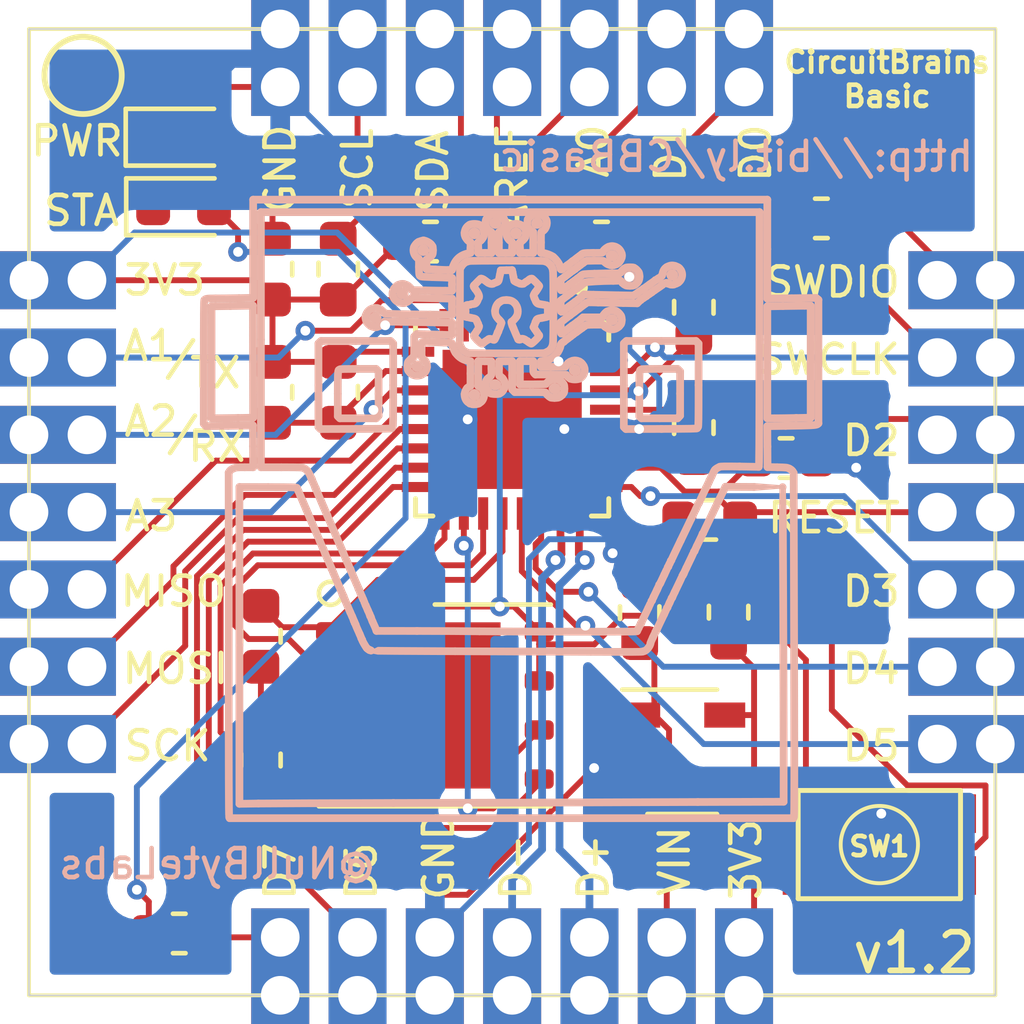
<source format=kicad_pcb>
(kicad_pcb (version 20200119) (host pcbnew "(5.99.0-954-g9a012af08)")
  (layers (0 "F.Cu" mixed) (31 "B.Cu" mixed) (34 "B.Paste" user) (35 "F.Paste" user) (36 "B.SilkS" user) (37 "F.SilkS" user) (38 "B.Mask" user) (39 "F.Mask" user) (44 "Edge.Cuts" user))
  (net 0 "")
  (net 1 "Net-(C1-Pad2)")
  (net 2 "GND")
  (net 3 "+3V3")
  (net 4 "/RESET")
  (net 5 "VIN")
  (net 6 "Net-(LED1-Pad2)")
  (net 7 "Net-(LED2-Pad2)")
  (net 8 "/FLASH_CS")
  (net 9 "Net-(R3-Pad2)")
  (net 10 "/SDA")
  (net 11 "/SWCLK")
  (net 12 "/SCL")
  (net 13 "/D7_LED")
  (net 14 "/FLASH_MISO")
  (net 15 "/FLASH_MOSI")
  (net 16 "/FLASH_SCK")
  (net 17 "Net-(U2-Pad4)")
  (net 18 "/D1_TX")
  (net 19 "/A0")
  (net 20 "/AREF")
  (net 21 "/A3")
  (net 22 "/MOSI")
  (net 23 "/SCK")
  (net 24 "/MISO")
  (net 25 "/D2")
  (net 26 "/D3")
  (net 27 "/D4")
  (net 28 "/D5")
  (net 29 "/D-")
  (net 30 "/D+")
  (net 31 "/D6")
  (net 32 "/SWDIO")
  (net 33 "/D0")
  (net 34 "/A1_TX")
  (net 35 "/A2_RX")
  (module "Package_SON:WSON-8-1EP_6x5mm_P1.27mm_EP3.4x4.3mm" (layer "F.Cu") (at 98.1 107.5)
    (fp_text reference "U1" hide)
    (fp_text value "W25Q32JVZPIQ" hide)
    (pad "1" smd roundrect (at -2.7 -1.905) (size 0.75 0.5) (layers "F.Cu" "F.Paste" "F.Mask") (net 8 "/FLASH_CS"))
    (pad "2" smd roundrect (at -2.7 -0.635) (size 0.75 0.5) (layers "F.Cu" "F.Paste" "F.Mask") (net 14 "/FLASH_MISO"))
    (pad "3" smd roundrect (at -2.7 0.635) (size 0.75 0.5) (layers "F.Cu" "F.Paste" "F.Mask") (net 3 "+3V3"))
    (pad "4" smd roundrect (at -2.7 1.905) (size 0.75 0.5) (layers "F.Cu" "F.Paste" "F.Mask") (net 2 "GND"))
    (pad "5" smd roundrect (at 2.7 1.905) (size 0.75 0.5) (layers "F.Cu" "F.Paste" "F.Mask") (net 15 "/FLASH_MOSI"))
    (pad "6" smd roundrect (at 2.7 0.635) (size 0.75 0.5) (layers "F.Cu" "F.Paste" "F.Mask") (net 16 "/FLASH_SCK"))
    (pad "7" smd roundrect (at 2.7 -0.635) (size 0.75 0.5) (layers "F.Cu" "F.Paste" "F.Mask") (net 3 "+3V3"))
    (pad "8" smd roundrect (at 2.7 -1.905) (size 0.75 0.5) (layers "F.Cu" "F.Paste" "F.Mask") (net 3 "+3V3"))
    (pad "9" smd rect (at 0 0) (size 3.4 4.3) (layers "F.Cu" "F.Mask"))
  )
  (module "Kevin-QFN:QFN50P500X500X100-33N" (layer "F.Cu") (at 100.1 100.1 -90)
    (fp_text reference "U3" hide)
    (fp_text value "ATSAMD21E18A-MU" hide)
    (pad "33" smd rect (at 0 0 270) (size 3.6 3.6) (layers "F.Cu" "F.Mask") (net 2 "GND"))
    (pad "32" smd rect (at -1.75 -2.435 180) (size 0.84 0.26) (layers "F.Cu" "F.Paste" "F.Mask") (net 32 "/SWDIO"))
    (pad "31" smd rect (at -1.25 -2.435 180) (size 0.84 0.26) (layers "F.Cu" "F.Paste" "F.Mask") (net 11 "/SWCLK"))
    (pad "30" smd rect (at -0.75 -2.435 180) (size 0.84 0.26) (layers "F.Cu" "F.Paste" "F.Mask") (net 3 "+3V3"))
    (pad "29" smd rect (at -0.25 -2.435 180) (size 0.84 0.26) (layers "F.Cu" "F.Paste" "F.Mask") (net 1 "Net-(C1-Pad2)"))
    (pad "28" smd rect (at 0.25 -2.435 180) (size 0.84 0.26) (layers "F.Cu" "F.Paste" "F.Mask") (net 2 "GND"))
    (pad "27" smd rect (at 0.75 -2.435 180) (size 0.84 0.26) (layers "F.Cu" "F.Paste" "F.Mask") (net 25 "/D2"))
    (pad "26" smd rect (at 1.25 -2.435 180) (size 0.84 0.26) (layers "F.Cu" "F.Paste" "F.Mask") (net 4 "/RESET"))
    (pad "25" smd rect (at 1.75 -2.435 180) (size 0.84 0.26) (layers "F.Cu" "F.Paste" "F.Mask") (net 26 "/D3"))
    (pad "24" smd rect (at 2.435 -1.75 90) (size 0.84 0.26) (layers "F.Cu" "F.Paste" "F.Mask") (net 30 "/D+"))
    (pad "23" smd rect (at 2.435 -1.25 90) (size 0.84 0.26) (layers "F.Cu" "F.Paste" "F.Mask") (net 29 "/D-"))
    (pad "22" smd rect (at 2.435 -0.75 90) (size 0.84 0.26) (layers "F.Cu" "F.Paste" "F.Mask") (net 27 "/D4"))
    (pad "21" smd rect (at 2.435 -0.25 90) (size 0.84 0.26) (layers "F.Cu" "F.Paste" "F.Mask") (net 28 "/D5"))
    (pad "20" smd rect (at 2.435 0.25 90) (size 0.84 0.26) (layers "F.Cu" "F.Paste" "F.Mask") (net 8 "/FLASH_CS"))
    (pad "19" smd rect (at 2.435 0.75 90) (size 0.84 0.26) (layers "F.Cu" "F.Paste" "F.Mask") (net 14 "/FLASH_MISO"))
    (pad "18" smd rect (at 2.435 1.25 90) (size 0.84 0.26) (layers "F.Cu" "F.Paste" "F.Mask") (net 16 "/FLASH_SCK"))
    (pad "17" smd rect (at 2.435 1.75 90) (size 0.84 0.26) (layers "F.Cu" "F.Paste" "F.Mask") (net 15 "/FLASH_MOSI"))
    (pad "16" smd rect (at 1.75 2.435) (size 0.84 0.26) (layers "F.Cu" "F.Paste" "F.Mask") (net 31 "/D6"))
    (pad "15" smd rect (at 1.25 2.435) (size 0.84 0.26) (layers "F.Cu" "F.Paste" "F.Mask") (net 13 "/D7_LED"))
    (pad "14" smd rect (at 0.75 2.435) (size 0.84 0.26) (layers "F.Cu" "F.Paste" "F.Mask") (net 23 "/SCK"))
    (pad "13" smd rect (at 0.25 2.435) (size 0.84 0.26) (layers "F.Cu" "F.Paste" "F.Mask") (net 22 "/MOSI"))
    (pad "12" smd rect (at -0.25 2.435) (size 0.84 0.26) (layers "F.Cu" "F.Paste" "F.Mask") (net 24 "/MISO"))
    (pad "11" smd rect (at -0.75 2.435) (size 0.84 0.26) (layers "F.Cu" "F.Paste" "F.Mask") (net 21 "/A3"))
    (pad "10" smd rect (at -1.25 2.435) (size 0.84 0.26) (layers "F.Cu" "F.Paste" "F.Mask") (net 2 "GND"))
    (pad "9" smd rect (at -1.75 2.435) (size 0.84 0.26) (layers "F.Cu" "F.Paste" "F.Mask") (net 3 "+3V3"))
    (pad "8" smd rect (at -2.435 1.75 270) (size 0.84 0.26) (layers "F.Cu" "F.Paste" "F.Mask") (net 35 "/A2_RX"))
    (pad "7" smd rect (at -2.435 1.25 270) (size 0.84 0.26) (layers "F.Cu" "F.Paste" "F.Mask") (net 34 "/A1_TX"))
    (pad "6" smd rect (at -2.435 0.75 270) (size 0.84 0.26) (layers "F.Cu" "F.Paste" "F.Mask") (net 12 "/SCL"))
    (pad "5" smd rect (at -2.435 0.25 270) (size 0.84 0.26) (layers "F.Cu" "F.Paste" "F.Mask") (net 10 "/SDA"))
    (pad "4" smd rect (at -2.435 -0.25 270) (size 0.84 0.26) (layers "F.Cu" "F.Paste" "F.Mask") (net 20 "/AREF"))
    (pad "3" smd rect (at -2.435 -0.75 270) (size 0.84 0.26) (layers "F.Cu" "F.Paste" "F.Mask") (net 19 "/A0"))
    (pad "2" smd rect (at -2.435 -1.25 270) (size 0.84 0.26) (layers "F.Cu" "F.Paste" "F.Mask") (net 18 "/D1_TX"))
    (pad "1" smd rect (at -2.435 -1.75 270) (size 0.84 0.26) (layers "F.Cu" "F.Paste" "F.Mask") (net 33 "/D0"))
  )
  (module "Capacitor_SMD:C_0603_1608Metric" (layer "F.Cu") (at 104.8 100.312 90)
    (fp_text reference "C1" hide)
    (fp_text value "1uF" hide)
    (pad "2" smd roundrect (at 0.7875 0 90) (size 0.875 0.95) (layers "F.Cu" "F.Paste" "F.Mask") (net 1 "Net-(C1-Pad2)"))
    (pad "1" smd roundrect (at -0.7875 0 90) (size 0.875 0.95) (layers "F.Cu" "F.Paste" "F.Mask") (net 2 "GND"))
  )
  (module "Capacitor_SMD:C_0603_1608Metric" (layer "F.Cu") (at 95.6 99.4 90)
    (fp_text reference "C2" hide)
    (fp_text value "0.1uF" hide)
    (pad "1" smd roundrect (at -0.7875 0 90) (size 0.875 0.95) (layers "F.Cu" "F.Paste" "F.Mask") (net 2 "GND"))
    (pad "2" smd roundrect (at 0.7875 0 90) (size 0.875 0.95) (layers "F.Cu" "F.Paste" "F.Mask") (net 3 "+3V3"))
  )
  (module "Capacitor_SMD:C_0603_1608Metric" (layer "F.Cu") (at 107.188 101.1)
    (fp_text reference "C3" hide)
    (fp_text value "0.1uF" hide)
    (pad "1" smd roundrect (at -0.7875 0) (size 0.875 0.95) (layers "F.Cu" "F.Paste" "F.Mask") (net 4 "/RESET"))
    (pad "2" smd roundrect (at 0.7875 0) (size 0.875 0.95) (layers "F.Cu" "F.Paste" "F.Mask") (net 2 "GND"))
  )
  (module "Capacitor_SMD:C_0603_1608Metric" (layer "F.Cu") (at 103.4 105.1 90)
    (fp_text reference "C4" hide)
    (fp_text value "1uF" hide)
    (pad "2" smd roundrect (at 0.7875 0 90) (size 0.875 0.95) (layers "F.Cu" "F.Paste" "F.Mask") (net 2 "GND"))
    (pad "1" smd roundrect (at -0.7875 0 90) (size 0.875 0.95) (layers "F.Cu" "F.Paste" "F.Mask") (net 5 "VIN"))
  )
  (module "Capacitor_SMD:C_0603_1608Metric" (layer "F.Cu") (at 93.6 108.912 -90)
    (fp_text reference "C5" hide)
    (fp_text value "0.1uF" hide)
    (pad "1" smd roundrect (at -0.7875 0 270) (size 0.875 0.95) (layers "F.Cu" "F.Paste" "F.Mask") (net 3 "+3V3"))
    (pad "2" smd roundrect (at 0.7875 0 270) (size 0.875 0.95) (layers "F.Cu" "F.Paste" "F.Mask") (net 2 "GND"))
  )
  (module "Capacitor_SMD:C_0603_1608Metric" (layer "F.Cu") (at 102.412 95.5 180)
    (fp_text reference "C6" hide)
    (fp_text value "0.1uF" hide)
    (pad "2" smd roundrect (at 0.7875 0 180) (size 0.875 0.95) (layers "F.Cu" "F.Paste" "F.Mask") (net 2 "GND"))
    (pad "1" smd roundrect (at -0.7875 0 180) (size 0.875 0.95) (layers "F.Cu" "F.Paste" "F.Mask") (net 3 "+3V3"))
  )
  (module "Capacitor_SMD:C_0603_1608Metric" (layer "F.Cu") (at 105.7 105.088 90)
    (fp_text reference "C7" hide)
    (fp_text value "1uF" hide)
    (pad "1" smd roundrect (at -0.7875 0 90) (size 0.875 0.95) (layers "F.Cu" "F.Paste" "F.Mask") (net 3 "+3V3"))
    (pad "2" smd roundrect (at 0.7875 0 90) (size 0.875 0.95) (layers "F.Cu" "F.Paste" "F.Mask") (net 2 "GND"))
  )
  (module "Capacitor_SMD:C_0603_1608Metric" (layer "F.Cu") (at 93.9 99.4 90)
    (fp_text reference "C8" hide)
    (fp_text value "10uF" hide)
    (pad "2" smd roundrect (at 0.7875 0 90) (size 0.875 0.95) (layers "F.Cu" "F.Paste" "F.Mask") (net 3 "+3V3"))
    (pad "1" smd roundrect (at -0.7875 0 90) (size 0.875 0.95) (layers "F.Cu" "F.Paste" "F.Mask") (net 2 "GND"))
  )
  (module "Capacitor_SMD:C_0603_1608Metric" (layer "F.Cu") (at 104.8 97.2 90)
    (fp_text reference "C9" hide)
    (fp_text value "10uF" hide)
    (pad "1" smd roundrect (at -0.7875 0 90) (size 0.875 0.95) (layers "F.Cu" "F.Paste" "F.Mask") (net 3 "+3V3"))
    (pad "2" smd roundrect (at 0.7875 0 90) (size 0.875 0.95) (layers "F.Cu" "F.Paste" "F.Mask") (net 2 "GND"))
  )
  (module "LED_SMD:LED_0603_1608Metric" (layer "F.Cu") (at 91.5875 92.8)
    (fp_text reference "LED1" hide)
    (fp_text value "GREEN" hide)
    (pad "1" smd roundrect (at -0.7875 0) (size 0.875 0.95) (layers "F.Cu" "F.Paste" "F.Mask") (net 2 "GND"))
    (pad "2" smd roundrect (at 0.7875 0) (size 0.875 0.95) (layers "F.Cu" "F.Paste" "F.Mask") (net 6 "Net-(LED1-Pad2)"))
  )
  (module "LED_SMD:LED_0603_1608Metric" (layer "F.Cu") (at 91.6 94.6)
    (fp_text reference "LED2" hide)
    (fp_text value "RED" hide)
    (pad "2" smd roundrect (at 0.7875 0) (size 0.875 0.95) (layers "F.Cu" "F.Paste" "F.Mask") (net 7 "Net-(LED2-Pad2)"))
    (pad "1" smd roundrect (at -0.7875 0) (size 0.875 0.95) (layers "F.Cu" "F.Paste" "F.Mask") (net 2 "GND"))
  )
  (module "Resistor_SMD:R_0603_1608Metric" (layer "F.Cu") (at 93.6 105.712 90)
    (fp_text reference "R1" hide)
    (fp_text value "100K" hide)
    (pad "2" smd roundrect (at 0.7875 0 90) (size 0.875 0.95) (layers "F.Cu" "F.Paste" "F.Mask") (net 8 "/FLASH_CS"))
    (pad "1" smd roundrect (at -0.7875 0 90) (size 0.875 0.95) (layers "F.Cu" "F.Paste" "F.Mask") (net 3 "+3V3"))
  )
  (module "Resistor_SMD:R_0603_1608Metric" (layer "F.Cu") (at 105.212 102.7 180)
    (fp_text reference "R3" hide)
    (fp_text value "330" hide)
    (pad "2" smd roundrect (at 0.7875 0 180) (size 0.875 0.95) (layers "F.Cu" "F.Paste" "F.Mask") (net 9 "Net-(R3-Pad2)"))
    (pad "1" smd roundrect (at -0.7875 0 180) (size 0.875 0.95) (layers "F.Cu" "F.Paste" "F.Mask") (net 4 "/RESET"))
  )
  (module "Resistor_SMD:R_0603_1608Metric" (layer "F.Cu") (at 95.6 96.2125 90)
    (fp_text reference "R4" hide)
    (fp_text value "10K" hide)
    (pad "2" smd roundrect (at 0.7875 0 90) (size 0.875 0.95) (layers "F.Cu" "F.Paste" "F.Mask") (net 12 "/SCL"))
    (pad "1" smd roundrect (at -0.7875 0 90) (size 0.875 0.95) (layers "F.Cu" "F.Paste" "F.Mask") (net 3 "+3V3"))
  )
  (module "Resistor_SMD:R_0603_1608Metric" (layer "F.Cu") (at 108.1 94.9)
    (fp_text reference "R5" hide)
    (fp_text value "1K" hide)
    (pad "1" smd roundrect (at -0.7875 0) (size 0.875 0.95) (layers "F.Cu" "F.Paste" "F.Mask") (net 3 "+3V3"))
    (pad "2" smd roundrect (at 0.7875 0) (size 0.875 0.95) (layers "F.Cu" "F.Paste" "F.Mask") (net 11 "/SWCLK"))
  )
  (module "Resistor_SMD:R_0603_1608Metric" (layer "F.Cu") (at 97.9875 95.5)
    (fp_text reference "R6" hide)
    (fp_text value "10K" hide)
    (pad "1" smd roundrect (at -0.7875 0) (size 0.875 0.95) (layers "F.Cu" "F.Paste" "F.Mask") (net 3 "+3V3"))
    (pad "2" smd roundrect (at 0.7875 0) (size 0.875 0.95) (layers "F.Cu" "F.Paste" "F.Mask") (net 10 "/SDA"))
  )
  (module "Resistor_SMD:R_0603_1608Metric" (layer "F.Cu") (at 93.9 96.2125 90)
    (fp_text reference "R7" hide)
    (fp_text value "1K" hide)
    (pad "1" smd roundrect (at -0.7875 0 90) (size 0.875 0.95) (layers "F.Cu" "F.Paste" "F.Mask") (net 3 "+3V3"))
    (pad "2" smd roundrect (at 0.7875 0 90) (size 0.875 0.95) (layers "F.Cu" "F.Paste" "F.Mask") (net 6 "Net-(LED1-Pad2)"))
  )
  (module "Resistor_SMD:R_0603_1608Metric" (layer "F.Cu") (at 91.4875 113.4 180)
    (fp_text reference "R8" hide)
    (fp_text value "1K" hide)
    (pad "1" smd roundrect (at -0.7875 0 180) (size 0.875 0.95) (layers "F.Cu" "F.Paste" "F.Mask") (net 13 "/D7_LED"))
    (pad "2" smd roundrect (at 0.7875 0 180) (size 0.875 0.95) (layers "F.Cu" "F.Paste" "F.Mask") (net 7 "Net-(LED2-Pad2)"))
  )
  (module "Kevin-Switches:KMR231" (layer "F.Cu") (at 109.6 111.1 180)
    (fp_text reference "SW1" (at 0 -0.05) (layer "F.SilkS") (effects (font (size 0.50038 0.50038) (thickness 0.11938))))
    (fp_text value "KMR231" hide)
    (pad "1" smd rect (at 2 -0.8 180) (size 1 1) (layers "F.Cu" "F.Paste" "F.Mask") (net 9 "Net-(R3-Pad2)"))
    (pad "2" smd rect (at -2 0.8 180) (size 1 1) (layers "F.Cu" "F.Paste" "F.Mask") (net 2 "GND"))
    (pad "2" smd rect (at 2 0.8 180) (size 1 1) (layers "F.Cu" "F.Paste" "F.Mask") (net 2 "GND"))
    (pad "1" smd rect (at -2 -0.8 180) (size 1 1) (layers "F.Cu" "F.Paste" "F.Mask") (net 9 "Net-(R3-Pad2)"))
  )
  (module "Package_TO_SOT_SMD:SOT-23-5" (layer "F.Cu") (at 104.5 108.7)
    (fp_text reference "U2" hide)
    (fp_text value "AP2112K-3.3" hide)
    (pad "1" smd rect (at -1.1 -0.95) (size 1.06 0.65) (layers "F.Cu" "F.Paste" "F.Mask") (net 5 "VIN"))
    (pad "2" smd rect (at -1.1 0) (size 1.06 0.65) (layers "F.Cu" "F.Paste" "F.Mask") (net 2 "GND"))
    (pad "3" smd rect (at -1.1 0.95) (size 1.06 0.65) (layers "F.Cu" "F.Paste" "F.Mask") (net 5 "VIN"))
    (pad "4" smd rect (at 1.1 0.95) (size 1.06 0.65) (layers "F.Cu" "F.Paste" "F.Mask") (net 17 "Net-(U2-Pad4)"))
    (pad "5" smd rect (at 1.1 -0.95) (size 1.06 0.65) (layers "F.Cu" "F.Paste" "F.Mask") (net 3 "+3V3"))
  )
  (module "Kevin-Connectors:28SOM_25MMx25MM" (layer "F.Cu") (at 87.6 90)
    (fp_text reference "U4" hide)
    (fp_text value "28SOM" hide)
    (pad "26" smd rect (at 10.5 0.75 270) (size 3 1.5) (layers "F.Cu" "F.Mask") (net 10 "/SDA"))
    (pad "27" smd rect (at 8.5 0.75 270) (size 3 1.5) (layers "F.Cu" "F.Mask") (net 12 "/SCL"))
    (pad "25" smd rect (at 12.5 0.75 270) (size 3 1.5) (layers "F.Cu" "F.Mask") (net 20 "/AREF"))
    (pad "28" smd rect (at 6.5 0.75 270) (size 3 1.5) (layers "F.Cu" "F.Mask") (net 2 "GND"))
    (pad "24" smd rect (at 14.5 0.75 270) (size 3 1.5) (layers "F.Cu" "F.Mask") (net 19 "/A0"))
    (pad "23" smd rect (at 16.5 0.75 270) (size 3 1.5) (layers "F.Cu" "F.Mask") (net 18 "/D1_TX"))
    (pad "22" smd rect (at 18.5 0.75 270) (size 3 1.5) (layers "F.Cu" "F.Mask") (net 33 "/D0"))
    (pad "28" smd rect (at 6.5 0.75 270) (size 3 1.5) (layers "B.Cu" "B.Mask") (net 2 "GND"))
    (pad "27" smd rect (at 8.5 0.75 270) (size 3 1.5) (layers "B.Cu" "B.Mask") (net 12 "/SCL"))
    (pad "26" smd rect (at 10.5 0.75 270) (size 3 1.5) (layers "B.Cu" "B.Mask") (net 10 "/SDA"))
    (pad "25" smd rect (at 12.5 0.75 270) (size 3 1.5) (layers "B.Cu" "B.Mask") (net 20 "/AREF"))
    (pad "24" smd rect (at 14.5 0.75 270) (size 3 1.5) (layers "B.Cu" "B.Mask") (net 19 "/A0"))
    (pad "23" smd rect (at 16.5 0.75 270) (size 3 1.5) (layers "B.Cu" "B.Mask") (net 18 "/D1_TX"))
    (pad "22" smd rect (at 18.5 0.75 270) (size 3 1.5) (layers "B.Cu" "B.Mask") (net 33 "/D0"))
    (pad "8" smd rect (at 6.5 24.25 270) (size 3 1.5) (layers "B.Cu" "B.Mask") (net 13 "/D7_LED"))
    (pad "9" smd rect (at 8.5 24.25 270) (size 3 1.5) (layers "B.Cu" "B.Mask") (net 31 "/D6"))
    (pad "10" smd rect (at 10.5 24.25 270) (size 3 1.5) (layers "B.Cu" "B.Mask") (net 2 "GND"))
    (pad "11" smd rect (at 12.5 24.25 270) (size 3 1.5) (layers "B.Cu" "B.Mask") (net 29 "/D-"))
    (pad "12" smd rect (at 14.5 24.25 270) (size 3 1.5) (layers "B.Cu" "B.Mask") (net 30 "/D+"))
    (pad "13" smd rect (at 16.5 24.25 270) (size 3 1.5) (layers "B.Cu" "B.Mask") (net 5 "VIN"))
    (pad "14" smd rect (at 18.5 24.25 270) (size 3 1.5) (layers "B.Cu" "B.Mask") (net 3 "+3V3"))
    (pad "15" smd rect (at 24.25 18.5 180) (size 3 1.5) (layers "B.Cu" "B.Mask") (net 28 "/D5"))
    (pad "16" smd rect (at 24.25 16.5 180) (size 3 1.5) (layers "B.Cu" "B.Mask") (net 27 "/D4"))
    (pad "17" smd rect (at 24.25 14.5 180) (size 3 1.5) (layers "B.Cu" "B.Mask") (net 26 "/D3"))
    (pad "18" smd rect (at 24.25 12.5 180) (size 3 1.5) (layers "B.Cu" "B.Mask") (net 4 "/RESET"))
    (pad "19" smd rect (at 24.25 10.5 180) (size 3 1.5) (layers "B.Cu" "B.Mask") (net 25 "/D2"))
    (pad "20" smd rect (at 24.25 8.5 180) (size 3 1.5) (layers "B.Cu" "B.Mask") (net 11 "/SWCLK"))
    (pad "21" smd rect (at 24.25 6.5 180) (size 3 1.5) (layers "B.Cu" "B.Mask") (net 32 "/SWDIO"))
    (pad "1" smd rect (at 0.75 6.5) (size 3 1.5) (layers "B.Cu" "B.Mask") (net 3 "+3V3"))
    (pad "2" smd rect (at 0.75 8.5) (size 3 1.5) (layers "B.Cu" "B.Mask") (net 34 "/A1_TX"))
    (pad "3" smd rect (at 0.75 10.5) (size 3 1.5) (layers "B.Cu" "B.Mask") (net 35 "/A2_RX"))
    (pad "4" smd rect (at 0.75 12.5) (size 3 1.5) (layers "B.Cu" "B.Mask") (net 21 "/A3"))
    (pad "5" smd rect (at 0.75 14.5) (size 3 1.5) (layers "B.Cu" "B.Mask") (net 24 "/MISO"))
    (pad "6" smd rect (at 0.75 16.5) (size 3 1.5) (layers "B.Cu" "B.Mask") (net 22 "/MOSI"))
    (pad "7" smd rect (at 0.75 18.5) (size 3 1.5) (layers "B.Cu" "B.Mask") (net 23 "/SCK"))
    (pad "15" smd rect (at 24.25 18.5 180) (size 3 1.5) (layers "F.Cu" "F.Mask") (net 28 "/D5"))
    (pad "16" smd rect (at 24.25 16.5 180) (size 3 1.5) (layers "F.Cu" "F.Mask") (net 27 "/D4"))
    (pad "17" smd rect (at 24.25 14.5 180) (size 3 1.5) (layers "F.Cu" "F.Mask") (net 26 "/D3"))
    (pad "21" smd rect (at 24.25 6.5 180) (size 3 1.5) (layers "F.Cu" "F.Mask") (net 32 "/SWDIO"))
    (pad "18" smd rect (at 24.25 12.5 180) (size 3 1.5) (layers "F.Cu" "F.Mask") (net 4 "/RESET"))
    (pad "20" smd rect (at 24.25 8.5 180) (size 3 1.5) (layers "F.Cu" "F.Mask") (net 11 "/SWCLK"))
    (pad "19" smd rect (at 24.25 10.5 180) (size 3 1.5) (layers "F.Cu" "F.Mask") (net 25 "/D2"))
    (pad "14" smd rect (at 18.5 24.25 270) (size 3 1.5) (layers "F.Cu" "F.Mask") (net 3 "+3V3"))
    (pad "12" smd rect (at 14.5 24.25 270) (size 3 1.5) (layers "F.Cu" "F.Mask") (net 30 "/D+"))
    (pad "11" smd rect (at 12.5 24.25 270) (size 3 1.5) (layers "F.Cu" "F.Mask") (net 29 "/D-"))
    (pad "10" smd rect (at 10.5 24.25 270) (size 3 1.5) (layers "F.Cu" "F.Mask") (net 2 "GND"))
    (pad "8" smd rect (at 6.5 24.25 270) (size 3 1.5) (layers "F.Cu" "F.Mask") (net 13 "/D7_LED"))
    (pad "13" smd rect (at 16.5 24.25 270) (size 3 1.5) (layers "F.Cu" "F.Mask") (net 5 "VIN"))
    (pad "9" smd rect (at 8.5 24.25 270) (size 3 1.5) (layers "F.Cu" "F.Mask") (net 31 "/D6"))
    (pad "7" smd rect (at 0.75 18.5) (size 3 1.5) (layers "F.Cu" "F.Mask") (net 23 "/SCK"))
    (pad "6" smd rect (at 0.75 16.5) (size 3 1.5) (layers "F.Cu" "F.Mask") (net 22 "/MOSI"))
    (pad "5" smd rect (at 0.75 14.5) (size 3 1.5) (layers "F.Cu" "F.Mask") (net 24 "/MISO"))
    (pad "4" smd rect (at 0.75 12.5) (size 3 1.5) (layers "F.Cu" "F.Mask") (net 21 "/A3"))
    (pad "3" smd rect (at 0.75 10.5) (size 3 1.5) (layers "F.Cu" "F.Mask") (net 35 "/A2_RX"))
    (pad "2" smd rect (at 0.75 8.5) (size 3 1.5) (layers "F.Cu" "F.Mask") (net 34 "/A1_TX"))
    (pad "1" smd rect (at 0.75 6.5) (size 3 1.5) (layers "F.Cu" "F.Mask") (net 3 "+3V3"))
  )
  (gr_text "/" (at 91.05 98.5) (layer "F.SilkS") (effects (font (size 0.75 0.75) (thickness 0.12)) (justify left)))
  (gr_text "/" (at 91.1 100.45) (layer "F.SilkS") (effects (font (size 0.75 0.75) (thickness 0.12)) (justify left)))
  (gr_text "RX" (at 91.65 100.8) (layer "F.SilkS") (effects (font (size 0.75 0.75) (thickness 0.12)) (justify left)))
  (gr_text "TX" (at 91.7 98.9) (layer "F.SilkS") (effects (font (size 0.75 0.75) (thickness 0.12)) (justify left)))
  (gr_curve (pts (xy 101.38477 98.126677) (xy 101.364055 98.137771) (xy 101.356115 98.153607) (xy 101.350392 98.195217)) (layer "B.SilkS") (width 0.2))
  (gr_line (start 100.703557 98.93834) (end 100.674258 98.909046) (layer "B.SilkS") (width 0.2))
  (gr_line (start 101.102086 98.93834) (end 100.703557 98.93834) (layer "B.SilkS") (width 0.2))
  (gr_curve (pts (xy 101.611725 97.955049) (xy 101.578111 97.979169) (xy 101.545246 98.004007) (xy 101.538693 98.010243)) (layer "B.SilkS") (width 0.2))
  (gr_curve (pts (xy 101.88608 98.636292) (xy 101.905566 98.649911) (xy 101.935001 98.688601) (xy 101.951487 98.722301)) (layer "B.SilkS") (width 0.2))
  (gr_curve (pts (xy 101.845097 98.605102) (xy 101.848146 98.608656) (xy 101.866596 98.622669) (xy 101.88608 98.636292)) (layer "B.SilkS") (width 0.2))
  (gr_curve (pts (xy 92.793615 101.437048) (xy 92.81385 101.407266) (xy 92.839561 101.389485) (xy 92.893743 101.367795)) (layer "B.SilkS") (width 0.2))
  (gr_curve (pts (xy 101.511726 98.688285) (xy 101.530639 98.66078) (xy 101.549948 98.638278) (xy 101.554615 98.638278)) (layer "B.SilkS") (width 0.2))
  (gr_line (start 102.433736 97.460399) (end 102.449245 97.424285) (layer "B.SilkS") (width 0.2))
  (gr_curve (pts (xy 101.425594 99.183231) (xy 101.447479 99.206722) (xy 101.450597 99.221913) (xy 101.450597 99.305047)) (layer "B.SilkS") (width 0.2))
  (gr_curve (pts (xy 101.400589 99.147912) (xy 101.400589 99.15257) (xy 101.411852 99.168478) (xy 101.425594 99.183231)) (layer "B.SilkS") (width 0.2))
  (gr_line (start 100.897769 98.590661) (end 100.844987 98.595974) (layer "B.SilkS") (width 0.2))
  (gr_curve (pts (xy 101.500613 98.947806) (xy 101.500613 98.942587) (xy 101.321277 98.93834) (xy 101.102086 98.93834)) (layer "B.SilkS") (width 0.2))
  (gr_curve (pts (xy 101.428372 98.093803) (xy 101.419206 98.093803) (xy 101.411704 98.097956) (xy 101.411704 98.103026)) (layer "B.SilkS") (width 0.2))
  (gr_line (start 102.184711 97.460399) (end 102.433736 97.460399) (layer "B.SilkS") (width 0.2))
  (gr_line (start 101.935686 97.460399) (end 102.184711 97.460399) (layer "B.SilkS") (width 0.2))
  (gr_line (start 101.898717 97.49078) (end 101.935686 97.460399) (layer "B.SilkS") (width 0.2))
  (gr_curve (pts (xy 101.283652 98.356107) (xy 101.192657 98.498354) (xy 101.069306 98.573332) (xy 100.897769 98.590661)) (layer "B.SilkS") (width 0.2))
  (gr_curve (pts (xy 101.350392 98.195217) (xy 101.346295 98.224985) (xy 101.338419 98.252143) (xy 101.332882 98.255565)) (layer "B.SilkS") (width 0.2))
  (gr_curve (pts (xy 101.603056 99.046001) (xy 101.564643 99.025265) (xy 101.500613 98.963882) (xy 101.500613 98.947806)) (layer "B.SilkS") (width 0.2))
  (gr_curve (pts (xy 101.841864 99.046375) (xy 101.792279 99.073178) (xy 101.653006 99.072934) (xy 101.603056 99.046001)) (layer "B.SilkS") (width 0.2))
  (gr_curve (pts (xy 101.347807 99.102779) (xy 101.376838 99.122942) (xy 101.400589 99.143246) (xy 101.400589 99.147912)) (layer "B.SilkS") (width 0.2))
  (gr_curve (pts (xy 101.195921 99.066186) (xy 101.28999 99.066123) (xy 101.297705 99.068095) (xy 101.347807 99.102779)) (layer "B.SilkS") (width 0.2))
  (gr_curve (pts (xy 103.622032 104.980259) (xy 103.665422 104.88987) (xy 103.70092 104.811113) (xy 103.70092 104.805239)) (layer "B.SilkS") (width 0.2))
  (gr_curve (pts (xy 101.411704 98.103026) (xy 101.411704 98.108115) (xy 101.399581 98.11876) (xy 101.38477 98.126677)) (layer "B.SilkS") (width 0.2))
  (gr_line (start 100.844987 98.66713) (end 100.844987 98.738289) (layer "B.SilkS") (width 0.2))
  (gr_line (start 100.844987 98.595974) (end 100.844987 98.66713) (layer "B.SilkS") (width 0.2))
  (gr_curve (pts (xy 101.538693 98.010243) (xy 101.532145 98.016472) (xy 101.508422 98.034084) (xy 101.485985 98.049365)) (layer "B.SilkS") (width 0.2))
  (gr_line (start 100.472722 98.59386) (end 100.300482 98.59386) (layer "B.SilkS") (width 0.2))
  (gr_line (start 100.644964 98.59386) (end 100.472722 98.59386) (layer "B.SilkS") (width 0.2))
  (gr_line (start 100.644964 98.736804) (end 100.644964 98.59386) (layer "B.SilkS") (width 0.2))
  (gr_curve (pts (xy 100.972607 99.415639) (xy 100.965947 99.394649) (xy 100.95272 99.393945) (xy 100.567281 99.393945)) (layer "B.SilkS") (width 0.2))
  (gr_curve (pts (xy 101.072973 99.516181) (xy 101.053911 99.516181) (xy 100.981489 99.443622) (xy 100.972607 99.415639)) (layer "B.SilkS") (width 0.2))
  (gr_curve (pts (xy 101.092223 99.530062) (xy 101.089679 99.522429) (xy 101.080998 99.516181) (xy 101.072973 99.516181)) (layer "B.SilkS") (width 0.2))
  (gr_curve (pts (xy 101.19594 99.543906) (xy 101.126507 99.543947) (xy 101.095467 99.539809) (xy 101.092223 99.530062)) (layer "B.SilkS") (width 0.2))
  (gr_curve (pts (xy 101.347807 99.507257) (xy 101.297778 99.54194) (xy 101.289857 99.543852) (xy 101.19594 99.543906)) (layer "B.SilkS") (width 0.2))
  (gr_curve (pts (xy 101.400589 99.462179) (xy 101.400589 99.466837) (xy 101.376838 99.487129) (xy 101.347807 99.507257)) (layer "B.SilkS") (width 0.2))
  (gr_curve (pts (xy 101.425594 99.42686) (xy 101.411844 99.441621) (xy 101.400589 99.457515) (xy 101.400589 99.462179)) (layer "B.SilkS") (width 0.2))
  (gr_curve (pts (xy 101.450597 99.305047) (xy 101.450597 99.388178) (xy 101.447473 99.403368) (xy 101.425594 99.42686)) (layer "B.SilkS") (width 0.2))
  (gr_curve (pts (xy 99.775426 99.430074) (xy 99.767793 99.452971) (xy 99.567444 99.448881) (xy 99.539289 99.425266)) (layer "B.SilkS") (width 0.2))
  (gr_curve (pts (xy 99.794528 99.416193) (xy 99.786559 99.416193) (xy 99.777972 99.422441) (xy 99.775426 99.430074)) (layer "B.SilkS") (width 0.2))
  (gr_curve (pts (xy 99.922661 99.205059) (xy 99.922661 99.278201) (xy 99.838918 99.416193) (xy 99.794528 99.416193)) (layer "B.SilkS") (width 0.2))
  (gr_curve (pts (xy 99.848446 99.034531) (xy 99.886623 99.073838) (xy 99.922661 99.156643) (xy 99.922661 99.205059)) (layer "B.SilkS") (width 0.2))
  (gr_curve (pts (xy 99.798367 98.993923) (xy 99.804223 98.993923) (xy 99.826753 99.012201) (xy 99.848446 99.034531)) (layer "B.SilkS") (width 0.2))
  (gr_curve (pts (xy 99.771575 98.97776) (xy 99.780462 98.986646) (xy 99.792523 98.993923) (xy 99.798367 98.993923)) (layer "B.SilkS") (width 0.2))
  (gr_curve (pts (xy 99.75848 98.780515) (xy 99.755992 98.927099) (xy 99.7585 98.964685) (xy 99.771575 98.97776)) (layer "B.SilkS") (width 0.2))
  (gr_line (start 100.300482 99.193928) (end 100.639406 99.193928) (layer "B.SilkS") (width 0.2))
  (gr_line (start 100.300482 98.893894) (end 100.300482 99.193928) (layer "B.SilkS") (width 0.2))
  (gr_line (start 100.300482 98.59386) (end 100.300482 98.893894) (layer "B.SilkS") (width 0.2))
  (gr_curve (pts (xy 103.494242 105.246648) (xy 103.521137 105.190523) (xy 103.578645 105.070648) (xy 103.622032 104.980259)) (layer "B.SilkS") (width 0.2))
  (gr_curve (pts (xy 101.485985 98.049365) (xy 101.463549 98.064649) (xy 101.445157 98.080895) (xy 101.445116 98.085478)) (layer "B.SilkS") (width 0.2))
  (gr_curve (pts (xy 101.445116 98.085478) (xy 101.445073 98.090062) (xy 101.437539 98.093803) (xy 101.428372 98.093803)) (layer "B.SilkS") (width 0.2))
  (gr_curve (pts (xy 101.332882 98.255565) (xy 101.327344 98.258989) (xy 101.322817 98.269241) (xy 101.322817 98.278336)) (layer "B.SilkS") (width 0.2))
  (gr_curve (pts (xy 100.939557 96.004687) (xy 100.930054 95.98933) (xy 98.967119 95.98933) (xy 98.967119 96.004687)) (layer "B.SilkS") (width 0.2))
  (gr_curve (pts (xy 100.961984 96.015799) (xy 100.953416 96.015799) (xy 100.943332 96.010801) (xy 100.939557 96.004687)) (layer "B.SilkS") (width 0.2))
  (gr_curve (pts (xy 101.108389 96.126691) (xy 101.074939 96.076143) (xy 100.995273 96.015799) (xy 100.961984 96.015799)) (layer "B.SilkS") (width 0.2))
  (gr_curve (pts (xy 101.155435 96.244283) (xy 101.148438 96.20645) (xy 101.128982 96.157812) (xy 101.108389 96.126691)) (layer "B.SilkS") (width 0.2))
  (gr_curve (pts (xy 101.15554 98.14937) (xy 101.171404 98.078787) (xy 101.171255 96.330105) (xy 101.155435 96.244283)) (layer "B.SilkS") (width 0.2))
  (gr_curve (pts (xy 101.004238 98.354388) (xy 101.084495 98.315675) (xy 101.132931 98.250042) (xy 101.15554 98.14937)) (layer "B.SilkS") (width 0.2))
  (gr_curve (pts (xy 100.942444 98.384363) (xy 100.953051 98.379144) (xy 100.980862 98.365656) (xy 101.004238 98.354388)) (layer "B.SilkS") (width 0.2))
  (gr_line (start 101.76516 98.858332) (end 101.76516 98.858332) (layer "B.SilkS") (width 0.2))
  (gr_curve (pts (xy 97.644704 98.77166) (xy 97.660595 98.77166) (xy 97.679597 98.765655) (xy 97.686931 98.758321)) (layer "B.SilkS") (width 0.2))
  (gr_curve (pts (xy 97.616923 98.682762) (xy 97.567278 98.709331) (xy 97.586755 98.77166) (xy 97.644704 98.77166)) (layer "B.SilkS") (width 0.2))
  (gr_curve (pts (xy 101.58464 98.618624) (xy 101.596482 98.607811) (xy 101.632433 98.592354) (xy 101.664521 98.584261)) (layer "B.SilkS") (width 0.2))
  (gr_curve (pts (xy 101.554615 98.638278) (xy 101.559274 98.638278) (xy 101.572781 98.62943) (xy 101.58464 98.618624)) (layer "B.SilkS") (width 0.2))
  (gr_curve (pts (xy 101.781202 98.584089) (xy 101.813286 98.592096) (xy 101.842042 98.601562) (xy 101.845097 98.605102)) (layer "B.SilkS") (width 0.2))
  (gr_curve (pts (xy 101.664521 98.584261) (xy 101.712733 98.57212) (xy 101.73299 98.572064) (xy 101.781202 98.584089)) (layer "B.SilkS") (width 0.2))
  (gr_curve (pts (xy 103.70092 104.805239) (xy 103.70092 104.799365) (xy 103.705934 104.794575) (xy 103.712032 104.794575)) (layer "B.SilkS") (width 0.2))
  (gr_line (start 101.161152 98.738289) (end 101.477322 98.738289) (layer "B.SilkS") (width 0.2))
  (gr_line (start 100.844987 98.738289) (end 101.161152 98.738289) (layer "B.SilkS") (width 0.2))
  (gr_curve (pts (xy 103.849605 104.505216) (xy 103.877841 104.446922) (xy 103.900941 104.393167) (xy 103.900941 104.385759)) (layer "B.SilkS") (width 0.2))
  (gr_curve (pts (xy 97.686931 98.758325) (xy 97.728622 98.716635) (xy 97.670616 98.654027) (xy 97.616923 98.682762)) (layer "B.SilkS") (width 0.2))
  (gr_line (start 99.715981 99.224491) (end 99.715981 99.224491) (layer "B.SilkS") (width 0.2))
  (gr_curve (pts (xy 101.722934 98.871671) (xy 101.738817 98.871671) (xy 101.757826 98.865666) (xy 101.76516 98.858332)) (layer "B.SilkS") (width 0.2))
  (gr_curve (pts (xy 101.695153 98.782773) (xy 101.645508 98.809342) (xy 101.664986 98.871671) (xy 101.722934 98.871671)) (layer "B.SilkS") (width 0.2))
  (gr_curve (pts (xy 101.76516 98.858336) (xy 101.80685 98.816645) (xy 101.748846 98.754037) (xy 101.695153 98.782773)) (layer "B.SilkS") (width 0.2))
  (gr_line (start 101.238644 99.342759) (end 101.238644 99.342759) (layer "B.SilkS") (width 0.2))
  (gr_curve (pts (xy 99.618543 99.232629) (xy 99.641428 99.255512) (xy 99.699599 99.250645) (xy 99.715981 99.224491)) (layer "B.SilkS") (width 0.2))
  (gr_curve (pts (xy 99.614857 99.178511) (xy 99.596262 99.203948) (xy 99.596729 99.210812) (xy 99.618543 99.232629)) (layer "B.SilkS") (width 0.2))
  (gr_curve (pts (xy 103.723145 104.780769) (xy 103.723145 104.773174) (xy 103.740038 104.731928) (xy 103.760708 104.689091)) (layer "B.SilkS") (width 0.2))
  (gr_line (start 100.134647 99.359753) (end 100.100457 99.32556) (layer "B.SilkS") (width 0.2))
  (gr_line (start 100.16884 99.393945) (end 100.134647 99.359753) (layer "B.SilkS") (width 0.2))
  (gr_line (start 100.567281 99.393945) (end 100.16884 99.393945) (layer "B.SilkS") (width 0.2))
  (gr_curve (pts (xy 99.484516 99.030486) (xy 99.575608 98.959246) (xy 99.56797 98.983035) (xy 99.564572 98.781214)) (layer "B.SilkS") (width 0.2))
  (gr_curve (pts (xy 99.444832 99.077714) (xy 99.444832 99.068809) (xy 99.46268 99.047553) (xy 99.484516 99.030486)) (layer "B.SilkS") (width 0.2))
  (gr_curve (pts (xy 99.434973 99.093915) (xy 99.440399 99.093915) (xy 99.444832 99.086619) (xy 99.444832 99.077714)) (layer "B.SilkS") (width 0.2))
  (gr_curve (pts (xy 99.409416 99.205038) (xy 99.409416 99.152505) (xy 99.422905 99.093915) (xy 99.434973 99.093915)) (layer "B.SilkS") (width 0.2))
  (gr_curve (pts (xy 99.434973 99.316162) (xy 99.422888 99.316162) (xy 99.409416 99.25757) (xy 99.409416 99.205038)) (layer "B.SilkS") (width 0.2))
  (gr_line (start 99.930993 98.596356) (end 99.761529 98.599424) (layer "B.SilkS") (width 0.2))
  (gr_line (start 100.100457 98.593288) (end 99.930993 98.596356) (layer "B.SilkS") (width 0.2))
  (gr_line (start 100.100457 98.95943) (end 100.100457 98.593288) (layer "B.SilkS") (width 0.2))
  (gr_line (start 100.100457 99.32556) (end 100.100457 98.95943) (layer "B.SilkS") (width 0.2))
  (gr_curve (pts (xy 101.196417 99.260603) (xy 101.167474 99.260603) (xy 101.145097 99.279982) (xy 101.145097 99.305051)) (layer "B.SilkS") (width 0.2))
  (gr_curve (pts (xy 101.256222 99.305051) (xy 101.256222 99.272851) (xy 101.239741 99.260603) (xy 101.196417 99.260603)) (layer "B.SilkS") (width 0.2))
  (gr_curve (pts (xy 101.238637 99.342759) (xy 101.248833 99.33883) (xy 101.256222 99.32304) (xy 101.256222 99.305051)) (layer "B.SilkS") (width 0.2))
  (gr_line (start 99.067025 99.705604) (end 99.067025 99.705604) (layer "B.SilkS") (width 0.2))
  (gr_curve (pts (xy 99.067084 99.465857) (xy 99.067084 99.510118) (xy 99.129829 99.532816) (xy 99.162332 99.500313)) (layer "B.SilkS") (width 0.2))
  (gr_curve (pts (xy 99.122645 99.416174) (xy 99.094469 99.416174) (xy 99.067084 99.440661) (xy 99.067084 99.465857)) (layer "B.SilkS") (width 0.2))
  (gr_curve (pts (xy 99.162332 99.500313) (xy 99.194625 99.468019) (xy 99.17017 99.416174) (xy 99.122645 99.416174)) (layer "B.SilkS") (width 0.2))
  (gr_line (start 99.222595 99.233575) (end 99.258713 99.254794) (layer "B.SilkS") (width 0.2))
  (gr_line (start 99.222595 98.913423) (end 99.222595 99.233575) (layer "B.SilkS") (width 0.2))
  (gr_line (start 99.222595 98.593273) (end 99.222595 98.913423) (layer "B.SilkS") (width 0.2))
  (gr_line (start 99.392059 98.596341) (end 99.222595 98.593273) (layer "B.SilkS") (width 0.2))
  (gr_line (start 99.561523 98.599409) (end 99.392059 98.596341) (layer "B.SilkS") (width 0.2))
  (gr_line (start 99.564572 98.781214) (end 99.561523 98.599409) (layer "B.SilkS") (width 0.2))
  (gr_curve (pts (xy 99.24482 99.684126) (xy 99.24482 99.702066) (xy 99.089491 99.720821) (xy 99.067025 99.705604)) (layer "B.SilkS") (width 0.2))
  (gr_curve (pts (xy 99.282749 99.656376) (xy 99.261886 99.66762) (xy 99.24482 99.680098) (xy 99.24482 99.684126)) (layer "B.SilkS") (width 0.2))
  (gr_curve (pts (xy 99.715979 99.224487) (xy 99.7451 99.177977) (xy 99.647647 99.13367) (xy 99.614857 99.178511)) (layer "B.SilkS") (width 0.2))
  (gr_line (start 99.162332 99.500313) (end 99.162332 99.500313) (layer "B.SilkS") (width 0.2))
  (gr_curve (pts (xy 101.145097 99.305051) (xy 101.145097 99.342199) (xy 101.191431 99.360875) (xy 101.238644 99.342759)) (layer "B.SilkS") (width 0.2))
  (gr_curve (pts (xy 99.444832 99.331857) (xy 99.444832 99.323233) (xy 99.440399 99.316162) (xy 99.434973 99.316162)) (layer "B.SilkS") (width 0.2))
  (gr_curve (pts (xy 99.48095 99.377076) (xy 99.461082 99.360838) (xy 99.444832 99.34048) (xy 99.444832 99.331857)) (layer "B.SilkS") (width 0.2))
  (gr_curve (pts (xy 99.539289 99.425266) (xy 99.527072 99.414995) (xy 99.500814 99.393322) (xy 99.48095 99.377076)) (layer "B.SilkS") (width 0.2))
  (gr_curve (pts (xy 99.374775 99.442055) (xy 99.383156 99.523107) (xy 99.338901 99.626137) (xy 99.282749 99.656376)) (layer "B.SilkS") (width 0.2))
  (gr_curve (pts (xy 99.306356 99.28775) (xy 99.33926 99.321246) (xy 99.369299 99.388991) (xy 99.374775 99.442055)) (layer "B.SilkS") (width 0.2))
  (gr_curve (pts (xy 99.258713 99.254794) (xy 99.278579 99.266449) (xy 99.300014 99.281294) (xy 99.306356 99.28775)) (layer "B.SilkS") (width 0.2))
  (gr_line (start 99.761529 98.599424) (end 99.75848 98.780515) (layer "B.SilkS") (width 0.2))
  (gr_line (start 93.183321 101.33861) (end 93.400001 101.33861) (layer "B.SilkS") (width 0.2))
  (gr_curve (pts (xy 93.366459 100.256466) (xy 93.351178 100.257401) (xy 93.077685 100.261499) (xy 92.758694 100.266063)) (layer "B.SilkS") (width 0.2))
  (gr_line (start 92.766387 101.477118) (end 92.793615 101.437048) (layer "B.SilkS") (width 0.2))
  (gr_line (start 92.766387 105.918953) (end 92.766387 101.477118) (layer "B.SilkS") (width 0.2))
  (gr_curve (pts (xy 92.779282 110.389091) (xy 92.769563 110.367764) (xy 92.766387 109.266086) (xy 92.766387 105.918953)) (layer "B.SilkS") (width 0.2))
  (gr_line (start 93.394239 100.255157) (end 93.366459 100.256466) (layer "B.SilkS") (width 0.2))
  (gr_line (start 93.39712 100.796883) (end 93.394239 100.255157) (layer "B.SilkS") (width 0.2))
  (gr_line (start 93.400001 101.33861) (end 93.39712 100.796883) (layer "B.SilkS") (width 0.2))
  (gr_curve (pts (xy 92.893743 101.367795) (xy 92.963719 101.339781) (xy 92.975333 101.33861) (xy 93.183321 101.33861)) (layer "B.SilkS") (width 0.2))
  (gr_line (start 106.701233 94.415644) (end 106.701233 95.694963) (layer "B.SilkS") (width 0.2))
  (gr_line (start 100.050495 94.415644) (end 106.701233 94.415644) (layer "B.SilkS") (width 0.2))
  (gr_line (start 93.399759 94.415644) (end 100.050495 94.415644) (layer "B.SilkS") (width 0.2))
  (gr_line (start 93.399759 95.68621) (end 93.399759 94.415644) (layer "B.SilkS") (width 0.2))
  (gr_line (start 93.399759 96.956781) (end 93.399759 95.68621) (layer "B.SilkS") (width 0.2))
  (gr_line (start 93.031238 96.964134) (end 93.399759 96.956781) (layer "B.SilkS") (width 0.2))
  (gr_curve (pts (xy 107.996045 100.225239) (xy 107.962017 100.252004) (xy 107.858362 100.257358) (xy 107.176178 100.267592)) (layer "B.SilkS") (width 0.2))
  (gr_line (start 92.121876 100.213043) (end 92.122194 98.622824) (layer "B.SilkS") (width 0.2))
  (gr_line (start 92.150293 100.243705) (end 92.121876 100.213043) (layer "B.SilkS") (width 0.2))
  (gr_line (start 92.17871 100.27437) (end 92.150293 100.243705) (layer "B.SilkS") (width 0.2))
  (gr_line (start 92.758694 100.266063) (end 92.17871 100.27437) (layer "B.SilkS") (width 0.2))
  (gr_curve (pts (xy 92.431021 96.971486) (xy 92.558454 96.971486) (xy 92.828551 96.968176) (xy 93.031238 96.964134)) (layer "B.SilkS") (width 0.2))
  (gr_curve (pts (xy 92.136306 97.015935) (xy 92.169735 96.975436) (xy 92.195928 96.971486) (xy 92.431021 96.971486)) (layer "B.SilkS") (width 0.2))
  (gr_curve (pts (xy 92.122194 98.622824) (xy 92.122456 97.37556) (xy 92.125517 97.029009) (xy 92.136306 97.015935)) (layer "B.SilkS") (width 0.2))
  (gr_line (start 107.331858 96.96616) (end 107.962483 96.958037) (layer "B.SilkS") (width 0.2))
  (gr_line (start 106.701233 96.974283) (end 107.331858 96.96616) (layer "B.SilkS") (width 0.2))
  (gr_line (start 106.701233 95.694963) (end 106.701233 96.974283) (layer "B.SilkS") (width 0.2))
  (gr_curve (pts (xy 106.956808 101.338653) (xy 107.197584 101.344023) (xy 107.209134 101.345313) (xy 107.268966 101.373377)) (layer "B.SilkS") (width 0.2))
  (gr_line (start 108.0236 100.203562) (end 107.996045 100.225239) (layer "B.SilkS") (width 0.2))
  (gr_line (start 108.0236 98.604997) (end 108.0236 100.203562) (layer "B.SilkS") (width 0.2))
  (gr_line (start 108.0236 97.006434) (end 108.0236 98.604997) (layer "B.SilkS") (width 0.2))
  (gr_line (start 107.993043 96.982235) (end 108.0236 97.006434) (layer "B.SilkS") (width 0.2))
  (gr_line (start 107.962483 96.958037) (end 107.993043 96.982235) (layer "B.SilkS") (width 0.2))
  (gr_curve (pts (xy 100.674258 98.909046) (xy 100.645643 98.880428) (xy 100.644964 98.876434) (xy 100.644964 98.736804)) (layer "B.SilkS") (width 0.2))
  (gr_line (start 101.477322 98.738289) (end 101.511726 98.688285) (layer "B.SilkS") (width 0.2))
  (gr_curve (pts (xy 101.092204 99.080068) (xy 101.095422 99.070414) (xy 101.126769 99.066224) (xy 101.195921 99.066186)) (layer "B.SilkS") (width 0.2))
  (gr_curve (pts (xy 101.072975 99.093912) (xy 101.081038 99.093912) (xy 101.089681 99.087682) (xy 101.092204 99.080068)) (layer "B.SilkS") (width 0.2))
  (gr_line (start 98.788354 96.13942) (end 98.750429 96.199153) (layer "B.SilkS") (width 0.2))
  (gr_curve (pts (xy 98.95601 98.383701) (xy 98.978606 98.395674) (xy 100.91815 98.39631) (xy 100.942494 98.384262)) (layer "B.SilkS") (width 0.2))
  (gr_curve (pts (xy 98.897162 98.35455) (xy 98.920361 98.365719) (xy 98.946843 98.378845) (xy 98.95601 98.383701)) (layer "B.SilkS") (width 0.2))
  (gr_curve (pts (xy 98.774604 98.224476) (xy 98.810498 98.295419) (xy 98.84049 98.32725) (xy 98.897162 98.35455)) (layer "B.SilkS") (width 0.2))
  (gr_line (start 97.686931 98.758321) (end 97.686931 98.758321) (layer "B.SilkS") (width 0.2))
  (gr_curve (pts (xy 98.94707 96.015799) (xy 98.908028 96.015799) (xy 98.826549 96.079262) (xy 98.788354 96.13942)) (layer "B.SilkS") (width 0.2))
  (gr_curve (pts (xy 98.967119 96.004687) (xy 98.967119 96.010797) (xy 98.958098 96.015799) (xy 98.94707 96.015799)) (layer "B.SilkS") (width 0.2))
  (gr_curve (pts (xy 96.560195 97.515611) (xy 96.572998 97.515424) (xy 96.592226 97.508614) (xy 96.602921 97.500493)) (layer "B.SilkS") (width 0.2))
  (gr_curve (pts (xy 96.500133 97.464028) (xy 96.500133 97.484679) (xy 96.536578 97.515971) (xy 96.560195 97.515611)) (layer "B.SilkS") (width 0.2))
  (gr_curve (pts (xy 96.562125 97.416308) (xy 96.538957 97.415878) (xy 96.500133 97.445811) (xy 96.500133 97.464028)) (layer "B.SilkS") (width 0.2))
  (gr_curve (pts (xy 96.602921 97.500496) (xy 96.640805 97.471739) (xy 96.614364 97.417173) (xy 96.562125 97.416308)) (layer "B.SilkS") (width 0.2))
  (gr_line (start 99.192449 98.043307) (end 99.192438 98.04318) (layer "B.SilkS") (width 0.2))
  (gr_curve (pts (xy 102.623034 97.523712) (xy 102.623034 97.569598) (xy 102.693978 97.587559) (xy 102.727764 97.550226)) (layer "B.SilkS") (width 0.2))
  (gr_curve (pts (xy 102.64481 97.488589) (xy 102.632837 97.499422) (xy 102.623034 97.515234) (xy 102.623034 97.523712)) (layer "B.SilkS") (width 0.2))
  (gr_curve (pts (xy 102.727764 97.550226) (xy 102.768811 97.50487) (xy 102.690839 97.446935) (xy 102.64481 97.488589)) (layer "B.SilkS") (width 0.2))
  (gr_line (start 100.653522 97.715157) (end 100.688044 97.768342) (layer "B.SilkS") (width 0.2))
  (gr_line (start 100.677062 97.658515) (end 100.653522 97.715157) (layer "B.SilkS") (width 0.2))
  (gr_curve (pts (xy 99.31342 98.137986) (xy 99.291077 98.137799) (xy 99.261313 98.114391) (xy 99.192449 98.043307)) (layer "B.SilkS") (width 0.2))
  (gr_curve (pts (xy 99.346756 98.129904) (xy 99.344642 98.134562) (xy 99.329713 98.138192) (xy 99.31342 98.137986)) (layer "B.SilkS") (width 0.2))
  (gr_curve (pts (xy 99.478278 98.038368) (xy 99.465538 98.038368) (xy 99.352329 98.117156) (xy 99.346756 98.129904)) (layer "B.SilkS") (width 0.2))
  (gr_curve (pts (xy 99.489372 98.027256) (xy 99.489372 98.033354) (xy 99.484395 98.038368) (xy 99.478278 98.038368)) (layer "B.SilkS") (width 0.2))
  (gr_curve (pts (xy 99.599726 98.034103) (xy 99.559912 98.014237) (xy 99.489372 98.009868) (xy 99.489372 98.027256)) (layer "B.SilkS") (width 0.2))
  (gr_curve (pts (xy 99.677351 97.971702) (xy 99.643038 98.053331) (xy 99.641211 98.054799) (xy 99.599726 98.034103)) (layer "B.SilkS") (width 0.2))
  (gr_curve (pts (xy 99.712884 97.891288) (xy 99.707478 97.90191) (xy 99.691479 97.938088) (xy 99.677351 97.971702)) (layer "B.SilkS") (width 0.2))
  (gr_curve (pts (xy 99.722725 97.855172) (xy 99.722725 97.864416) (xy 99.718291 97.880674) (xy 99.712884 97.891288)) (layer "B.SilkS") (width 0.2))
  (gr_curve (pts (xy 99.733837 97.838359) (xy 99.727738 97.838359) (xy 99.722725 97.845928) (xy 99.722725 97.855172)) (layer "B.SilkS") (width 0.2))
  (gr_curve (pts (xy 99.74495 97.824132) (xy 99.74495 97.831955) (xy 99.739955 97.838359) (xy 99.733837 97.838359)) (layer "B.SilkS") (width 0.2))
  (gr_curve (pts (xy 99.783844 97.717686) (xy 99.762453 97.768406) (xy 99.74495 97.816306) (xy 99.74495 97.824132)) (layer "B.SilkS") (width 0.2))
  (gr_curve (pts (xy 99.822735 97.601995) (xy 99.822735 97.614907) (xy 99.805243 97.666963) (xy 99.783844 97.717686)) (layer "B.SilkS") (width 0.2))
  (gr_curve (pts (xy 99.762148 97.521685) (xy 99.798458 97.555751) (xy 99.822735 97.58793) (xy 99.822735 97.601995)) (layer "B.SilkS") (width 0.2))
  (gr_curve (pts (xy 99.658287 97.288299) (xy 99.6526 97.378936) (xy 99.683161 97.447587) (xy 99.762148 97.521685)) (layer "B.SilkS") (width 0.2))
  (gr_curve (pts (xy 99.76547 97.071559) (xy 99.709788 97.10887) (xy 99.663688 97.20209) (xy 99.658287 97.288299)) (layer "B.SilkS") (width 0.2))
  (gr_curve (pts (xy 99.950628 97.013447) (xy 99.860389 97.014046) (xy 99.84331 97.019404) (xy 99.76547 97.071559)) (layer "B.SilkS") (width 0.2))
  (gr_curve (pts (xy 100.166566 97.094901) (xy 100.109178 97.034847) (xy 100.050697 97.012788) (xy 99.950628 97.013447)) (layer "B.SilkS") (width 0.2))
  (gr_curve (pts (xy 100.215418 97.435144) (xy 100.272084 97.333298) (xy 100.250458 97.182683) (xy 100.166566 97.094901)) (layer "B.SilkS") (width 0.2))
  (gr_curve (pts (xy 100.085271 97.571663) (xy 100.105539 97.571663) (xy 100.187023 97.48618) (xy 100.215418 97.435144)) (layer "B.SilkS") (width 0.2))
  (gr_curve (pts (xy 100.107135 97.680895) (xy 100.084149 97.628531) (xy 100.072765 97.571663) (xy 100.085271 97.571663)) (layer "B.SilkS") (width 0.2))
  (gr_curve (pts (xy 100.133775 97.743904) (xy 100.128967 97.731692) (xy 100.116975 97.703326) (xy 100.107135 97.680895)) (layer "B.SilkS") (width 0.2))
  (gr_curve (pts (xy 100.255187 98.027269) (xy 100.242784 98.005783) (xy 100.169543 97.834871) (xy 100.133775 97.743904)) (layer "B.SilkS") (width 0.2))
  (gr_curve (pts (xy 100.323391 98.026146) (xy 100.31196 98.044648) (xy 100.265698 98.045312) (xy 100.255187 98.027269)) (layer "B.SilkS") (width 0.2))
  (gr_curve (pts (xy 100.438259 98.042104) (xy 100.398924 98.0121) (xy 100.337358 98.003547) (xy 100.323391 98.026146)) (layer "B.SilkS") (width 0.2))
  (gr_curve (pts (xy 100.487809 98.071562) (xy 100.481785 98.071562) (xy 100.459502 98.058316) (xy 100.438259 98.042104)) (layer "B.SilkS") (width 0.2))
  (gr_curve (pts (xy 100.502439 98.080298) (xy 100.500325 98.07549) (xy 100.493814 98.071562) (xy 100.487809 98.071562)) (layer "B.SilkS") (width 0.2))
  (gr_curve (pts (xy 100.596525 98.138237) (xy 100.576402 98.138237) (xy 100.509548 98.097064) (xy 100.502439 98.080298)) (layer "B.SilkS") (width 0.2))
  (gr_curve (pts (xy 100.800622 97.93568) (xy 100.800622 97.961617) (xy 100.622658 98.138237) (xy 100.596525 98.138237)) (layer "B.SilkS") (width 0.2))
  (gr_curve (pts (xy 100.791287 97.915983) (xy 100.796413 97.915985) (xy 100.800622 97.924845) (xy 100.800622 97.93568)) (layer "B.SilkS") (width 0.2))
  (gr_curve (pts (xy 100.770106 97.890982) (xy 100.776616 97.904741) (xy 100.786157 97.915983) (xy 100.791287 97.915983)) (layer "B.SilkS") (width 0.2))
  (gr_curve (pts (xy 100.740413 97.843753) (xy 100.750234 97.855966) (xy 100.763588 97.87723) (xy 100.770106 97.890982)) (layer "B.SilkS") (width 0.2))
  (gr_curve (pts (xy 100.688044 97.768342) (xy 100.707042 97.797596) (xy 100.730597 97.83153) (xy 100.740413 97.843753)) (layer "B.SilkS") (width 0.2))
  (gr_line (start 101.022861 97.436442) (end 100.982319 97.44982) (layer "B.SilkS") (width 0.2))
  (gr_line (start 101.022861 97.299589) (end 101.022861 97.436442) (layer "B.SilkS") (width 0.2))
  (gr_curve (pts (xy 100.7006 97.586688) (xy 100.7006 97.595041) (xy 100.690012 97.627363) (xy 100.677062 97.658515)) (layer "B.SilkS") (width 0.2))
  (gr_curve (pts (xy 100.711713 97.571507) (xy 100.705614 97.571507) (xy 100.7006 97.578333) (xy 100.7006 97.586688)) (layer "B.SilkS") (width 0.2))
  (gr_curve (pts (xy 100.723181 97.552064) (xy 100.723074 97.56275) (xy 100.717812 97.571507) (xy 100.711713 97.571507)) (layer "B.SilkS") (width 0.2))
  (gr_curve (pts (xy 100.879529 97.47221) (xy 100.753886 97.490402) (xy 100.724025 97.505646) (xy 100.723181 97.552064)) (layer "B.SilkS") (width 0.2))
  (gr_curve (pts (xy 100.982319 97.44982) (xy 100.960023 97.457178) (xy 100.913766 97.467249) (xy 100.879529 97.47221)) (layer "B.SilkS") (width 0.2))
  (gr_line (start 100.096181 96.237427) (end 100.108734 96.290519) (layer "B.SilkS") (width 0.2))
  (gr_line (start 99.951124 96.240514) (end 100.096181 96.237427) (layer "B.SilkS") (width 0.2))
  (gr_line (start 99.806067 96.243599) (end 99.951124 96.240514) (layer "B.SilkS") (width 0.2))
  (gr_line (start 99.783153 96.360279) (end 99.806067 96.243599) (layer "B.SilkS") (width 0.2))
  (gr_curve (pts (xy 101.003418 97.154408) (xy 101.020442 97.161695) (xy 101.022861 97.179832) (xy 101.022861 97.299589)) (layer "B.SilkS") (width 0.2))
  (gr_curve (pts (xy 100.8284 97.120269) (xy 100.899814 97.129303) (xy 100.982413 97.145414) (xy 101.003418 97.154408)) (layer "B.SilkS") (width 0.2))
  (gr_curve (pts (xy 100.716087 97.049869) (xy 100.735042 97.094284) (xy 100.763369 97.112044) (xy 100.8284 97.120269)) (layer "B.SilkS") (width 0.2))
  (gr_curve (pts (xy 100.677657 96.965891) (xy 100.689518 96.990339) (xy 100.706811 97.028128) (xy 100.716087 97.049869)) (layer "B.SilkS") (width 0.2))
  (gr_curve (pts (xy 100.656126 96.895989) (xy 100.656106 96.909989) (xy 100.665798 96.941444) (xy 100.677657 96.965891)) (layer "B.SilkS") (width 0.2))
  (gr_curve (pts (xy 100.71245 96.79365) (xy 100.689688 96.813763) (xy 100.656152 96.874697) (xy 100.656126 96.895989)) (layer "B.SilkS") (width 0.2))
  (gr_curve (pts (xy 100.800619 96.651405) (xy 100.800619 96.662411) (xy 100.727532 96.780325) (xy 100.71245 96.79365)) (layer "B.SilkS") (width 0.2))
  (gr_curve (pts (xy 100.616506 96.462744) (xy 100.647116 96.479875) (xy 100.800619 96.637169) (xy 100.800619 96.651405)) (layer "B.SilkS") (width 0.2))
  (gr_curve (pts (xy 100.537946 96.488004) (xy 100.565838 96.460112) (xy 100.59503 96.450726) (xy 100.616506 96.462744)) (layer "B.SilkS") (width 0.2))
  (gr_curve (pts (xy 100.465489 96.538668) (xy 100.498134 96.518009) (xy 100.53074 96.49521) (xy 100.537946 96.488004)) (layer "B.SilkS") (width 0.2))
  (gr_curve (pts (xy 100.399487 96.585624) (xy 100.403135 96.580457) (xy 100.432842 96.559327) (xy 100.465489 96.538668)) (layer "B.SilkS") (width 0.2))
  (gr_curve (pts (xy 100.297454 96.5854) (xy 100.326354 96.599032) (xy 100.389913 96.59918) (xy 100.399487 96.585624)) (layer "B.SilkS") (width 0.2))
  (gr_curve (pts (xy 100.21722 96.551172) (xy 100.247779 96.563595) (xy 100.283884 96.578999) (xy 100.297454 96.5854)) (layer "B.SilkS") (width 0.2))
  (gr_curve (pts (xy 100.154397 96.513882) (xy 100.158382 96.521965) (xy 100.18666 96.538747) (xy 100.21722 96.551172)) (layer "B.SilkS") (width 0.2))
  (gr_curve (pts (xy 100.134213 96.421396) (xy 100.141322 96.464178) (xy 100.150395 96.505797) (xy 100.154397 96.513882)) (layer "B.SilkS") (width 0.2))
  (gr_curve (pts (xy 100.108734 96.290519) (xy 100.115638 96.319719) (xy 100.127087 96.378613) (xy 100.134213 96.421396)) (layer "B.SilkS") (width 0.2))
  (gr_line (start 98.894855 97.442167) (end 98.891718 97.304162) (layer "B.SilkS") (width 0.2))
  (gr_line (start 98.928192 97.451454) (end 98.894855 97.442167) (layer "B.SilkS") (width 0.2))
  (gr_curve (pts (xy 99.68698 96.554062) (xy 99.753022 96.530841) (xy 99.747451 96.542068) (xy 99.783153 96.360279)) (layer "B.SilkS") (width 0.2))
  (gr_curve (pts (xy 99.615669 96.584462) (xy 99.622609 96.579096) (xy 99.654688 96.565416) (xy 99.68698 96.554062)) (layer "B.SilkS") (width 0.2))
  (gr_curve (pts (xy 99.477823 96.564896) (xy 99.527332 96.597021) (xy 99.588277 96.605671) (xy 99.615669 96.584462)) (layer "B.SilkS") (width 0.2))
  (gr_curve (pts (xy 99.422691 96.525681) (xy 99.42574 96.529559) (xy 99.450555 96.547204) (xy 99.477823 96.564896)) (layer "B.SilkS") (width 0.2))
  (gr_curve (pts (xy 99.362837 96.484325) (xy 99.3927 96.503195) (xy 99.419634 96.521804) (xy 99.422691 96.525681)) (layer "B.SilkS") (width 0.2))
  (gr_curve (pts (xy 99.289378 96.460271) (xy 99.303522 96.4527) (xy 99.322748 96.458999) (xy 99.362837 96.484325)) (layer "B.SilkS") (width 0.2))
  (gr_curve (pts (xy 99.114322 96.632725) (xy 99.195044 96.546205) (xy 99.273823 96.468597) (xy 99.289378 96.460271)) (layer "B.SilkS") (width 0.2))
  (gr_curve (pts (xy 99.111543 96.671426) (xy 99.096151 96.671426) (xy 99.097634 96.650607) (xy 99.114322 96.632725)) (layer "B.SilkS") (width 0.2))
  (gr_curve (pts (xy 99.122908 96.685314) (xy 99.122739 96.677676) (xy 99.11767 96.671426) (xy 99.111543 96.671426)) (layer "B.SilkS") (width 0.2))
  (gr_curve (pts (xy 99.145588 96.726986) (xy 99.133241 96.711705) (xy 99.123043 96.692954) (xy 99.122908 96.685314)) (layer "B.SilkS") (width 0.2))
  (gr_curve (pts (xy 99.235517 96.955344) (xy 99.265489 96.921611) (xy 99.229998 96.831541) (xy 99.145588 96.726986)) (layer "B.SilkS") (width 0.2))
  (gr_curve (pts (xy 99.201948 97.027019) (xy 99.215249 96.993404) (xy 99.230359 96.961151) (xy 99.235517 96.955344)) (layer "B.SilkS") (width 0.2))
  (gr_curve (pts (xy 99.076654 97.115918) (xy 99.14556 97.115918) (xy 99.17504 97.095002) (xy 99.201948 97.027019)) (layer "B.SilkS") (width 0.2))
  (gr_curve (pts (xy 99.028206 97.12703) (xy 99.03198 97.12092) (xy 99.053785 97.115918) (xy 99.076654 97.115918)) (layer "B.SilkS") (width 0.2))
  (gr_curve (pts (xy 98.974114 97.138143) (xy 99.000088 97.138143) (xy 99.02443 97.133142) (xy 99.028206 97.12703)) (layer "B.SilkS") (width 0.2))
  (gr_curve (pts (xy 98.891718 97.304162) (xy 98.888122 97.146391) (xy 98.892204 97.138143) (xy 98.974114 97.138143)) (layer "B.SilkS") (width 0.2))
  (gr_line (start 100.942494 98.384262) (end 100.942444 98.384363) (layer "B.SilkS") (width 0.2))
  (gr_curve (pts (xy 99.022647 97.471066) (xy 98.989032 97.465384) (xy 98.946528 97.456563) (xy 98.928192 97.451454)) (layer "B.SilkS") (width 0.2))
  (gr_curve (pts (xy 99.1916 97.570295) (xy 99.169444 97.499314) (xy 99.161209 97.494475) (xy 99.022647 97.471066)) (layer "B.SilkS") (width 0.2))
  (gr_curve (pts (xy 99.214263 97.615977) (xy 99.209642 97.615977) (xy 99.199446 97.595411) (xy 99.1916 97.570295)) (layer "B.SilkS") (width 0.2))
  (gr_curve (pts (xy 99.222663 97.643759) (xy 99.222663 97.628472) (xy 99.218865 97.615977) (xy 99.214263 97.615977)) (layer "B.SilkS") (width 0.2))
  (gr_curve (pts (xy 99.233775 97.671537) (xy 99.227677 97.671537) (xy 99.222663 97.659028) (xy 99.222663 97.643759)) (layer "B.SilkS") (width 0.2))
  (gr_curve (pts (xy 99.194883 97.801092) (xy 99.241388 97.734566) (xy 99.260311 97.671537) (xy 99.233775 97.671537)) (layer "B.SilkS") (width 0.2))
  (gr_curve (pts (xy 99.144877 97.883207) (xy 99.144877 97.877375) (xy 99.167381 97.840435) (xy 99.194883 97.801092)) (layer "B.SilkS") (width 0.2))
  (gr_curve (pts (xy 99.135542 97.893786) (xy 99.140668 97.893786) (xy 99.144877 97.889015) (xy 99.144877 97.883207)) (layer "B.SilkS") (width 0.2))
  (gr_curve (pts (xy 99.113657 97.921343) (xy 99.12057 97.906184) (xy 99.130406 97.893786) (xy 99.135542 97.893786)) (layer "B.SilkS") (width 0.2))
  (gr_curve (pts (xy 99.192438 98.04318) (xy 99.107337 97.955336) (xy 99.101958 97.947019) (xy 99.113657 97.921343)) (layer "B.SilkS") (width 0.2))
  (gr_line (start 98.744519 98.165011) (end 98.774604 98.224476) (layer "B.SilkS") (width 0.2))
  (gr_line (start 98.747475 97.182083) (end 98.744519 98.165011) (layer "B.SilkS") (width 0.2))
  (gr_line (start 98.750429 96.199153) (end 98.747475 97.182083) (layer "B.SilkS") (width 0.2))
  (gr_line (start 93.394237 97.154822) (end 93.344232 97.157269) (layer "B.SilkS") (width 0.2))
  (gr_line (start 93.397054 98.605959) (end 93.394237 97.154822) (layer "B.SilkS") (width 0.2))
  (gr_line (start 93.399872 100.057096) (end 93.397054 98.605959) (layer "B.SilkS") (width 0.2))
  (gr_line (start 93.00812 100.064429) (end 93.399872 100.057096) (layer "B.SilkS") (width 0.2))
  (gr_curve (pts (xy 93.344232 97.157269) (xy 93.316728 97.158597) (xy 93.075452 97.162956) (xy 92.808061 97.166911)) (layer "B.SilkS") (width 0.2))
  (gr_line (start 100.793875 95.046249) (end 100.793875 95.046249) (layer "B.SilkS") (width 0.2))
  (gr_line (start 99.706846 95.055376) (end 99.706846 95.055376) (layer "B.SilkS") (width 0.2))
  (gr_curve (pts (xy 100.703321 95.058417) (xy 100.722403 95.077492) (xy 100.779081 95.069875) (xy 100.793875 95.046249)) (layer "B.SilkS") (width 0.2))
  (gr_curve (pts (xy 100.764475 94.978051) (xy 100.720336 94.95021) (xy 100.666223 95.021321) (xy 100.703321 95.058417)) (layer "B.SilkS") (width 0.2))
  (gr_curve (pts (xy 100.793875 95.046248) (xy 100.807382 95.024691) (xy 100.795783 94.997798) (xy 100.764475 94.978051)) (layer "B.SilkS") (width 0.2))
  (gr_line (start 100.236656 95.322477) (end 100.236656 95.322477) (layer "B.SilkS") (width 0.2))
  (gr_curve (pts (xy 99.611033 95.005632) (xy 99.585862 95.052665) (xy 99.667283 95.094938) (xy 99.706846 95.055376)) (layer "B.SilkS") (width 0.2))
  (gr_curve (pts (xy 99.700944 94.988313) (xy 99.67403 94.963957) (xy 99.628658 94.972695) (xy 99.611033 95.005632)) (layer "B.SilkS") (width 0.2))
  (gr_curve (pts (xy 99.706837 95.055376) (xy 99.728652 95.03356) (xy 99.726723 95.011651) (xy 99.700944 94.988313)) (layer "B.SilkS") (width 0.2))
  (gr_line (start 99.15876 95.322477) (end 99.15876 95.322477) (layer "B.SilkS") (width 0.2))
  (gr_curve (pts (xy 100.200542 95.33724) (xy 100.209728 95.33724) (xy 100.225963 95.330596) (xy 100.236656 95.322477)) (layer "B.SilkS") (width 0.2))
  (gr_curve (pts (xy 100.14498 95.28616) (xy 100.14498 95.309984) (xy 100.17463 95.33724) (xy 100.200542 95.33724)) (layer "B.SilkS") (width 0.2))
  (gr_curve (pts (xy 100.200542 95.237935) (xy 100.166245 95.237935) (xy 100.14498 95.256394) (xy 100.14498 95.28616)) (layer "B.SilkS") (width 0.2))
  (gr_curve (pts (xy 100.236656 95.322477) (xy 100.276487 95.292242) (xy 100.253287 95.237935) (xy 100.200542 95.237935)) (layer "B.SilkS") (width 0.2))
  (gr_line (start 97.842504 95.757993) (end 97.842504 95.757993) (layer "B.SilkS") (width 0.2))
  (gr_curve (pts (xy 99.122645 95.33724) (xy 99.131804 95.33724) (xy 99.148065 95.330596) (xy 99.15876 95.322477)) (layer "B.SilkS") (width 0.2))
  (gr_curve (pts (xy 99.067084 95.28616) (xy 99.067084 95.309984) (xy 99.096731 95.33724) (xy 99.122645 95.33724)) (layer "B.SilkS") (width 0.2))
  (gr_curve (pts (xy 99.122645 95.237935) (xy 99.08835 95.237935) (xy 99.067084 95.256394) (xy 99.067084 95.28616)) (layer "B.SilkS") (width 0.2))
  (gr_curve (pts (xy 99.15876 95.322477) (xy 99.198589 95.292242) (xy 99.175392 95.237935) (xy 99.122645 95.237935)) (layer "B.SilkS") (width 0.2))
  (gr_line (start 102.724922 95.897397) (end 102.724922 95.897397) (layer "B.SilkS") (width 0.2))
  (gr_curve (pts (xy 97.744715 95.726378) (xy 97.744715 95.766806) (xy 97.811952 95.788544) (xy 97.842504 95.757993)) (layer "B.SilkS") (width 0.2))
  (gr_curve (pts (xy 97.801151 95.67167) (xy 97.779058 95.671165) (xy 97.744715 95.704467) (xy 97.744715 95.726378)) (layer "B.SilkS") (width 0.2))
  (gr_curve (pts (xy 97.842504 95.757993) (xy 97.871926 95.728571) (xy 97.84514 95.672654) (xy 97.801151 95.67167)) (layer "B.SilkS") (width 0.2))
  (gr_line (start 104.28155 96.400375) (end 104.28155 96.400375) (layer "B.SilkS") (width 0.2))
  (gr_curve (pts (xy 102.623009 95.865783) (xy 102.623009 95.909679) (xy 102.688801 95.930088) (xy 102.724922 95.897397)) (layer "B.SilkS") (width 0.2))
  (gr_curve (pts (xy 102.726855 95.836099) (xy 102.694464 95.800309) (xy 102.623009 95.820736) (xy 102.623009 95.865783)) (layer "B.SilkS") (width 0.2))
  (gr_curve (pts (xy 102.724947 95.897397) (xy 102.750051 95.874678) (xy 102.750446 95.862142) (xy 102.726855 95.836099)) (layer "B.SilkS") (width 0.2))
  (gr_line (start 103.194132 96.424178) (end 103.194132 96.424178) (layer "B.SilkS") (width 0.2))
  (gr_curve (pts (xy 104.189872 96.362973) (xy 104.189872 96.409279) (xy 104.241874 96.430493) (xy 104.28155 96.400375)) (layer "B.SilkS") (width 0.2))
  (gr_curve (pts (xy 104.239322 96.316186) (xy 104.211146 96.315737) (xy 104.189872 96.335879) (xy 104.189872 96.362973)) (layer "B.SilkS") (width 0.2))
  (gr_curve (pts (xy 104.28155 96.400375) (xy 104.32 96.371187) (xy 104.292831 96.317016) (xy 104.239322 96.316186)) (layer "B.SilkS") (width 0.2))
  (gr_line (start 97.303012 96.878208) (end 97.303012 96.878208) (layer "B.SilkS") (width 0.2))
  (gr_curve (pts (xy 103.103632 96.442079) (xy 103.130725 96.453514) (xy 103.182133 96.443351) (xy 103.194132 96.424178)) (layer "B.SilkS") (width 0.2))
  (gr_curve (pts (xy 103.089751 96.404017) (xy 103.089751 96.421728) (xy 103.096 96.438855) (xy 103.103632 96.442079)) (layer "B.SilkS") (width 0.2))
  (gr_curve (pts (xy 103.116653 96.365066) (xy 103.095938 96.370265) (xy 103.089751 96.379218) (xy 103.089751 96.404017)) (layer "B.SilkS") (width 0.2))
  (gr_curve (pts (xy 103.194139 96.424178) (xy 103.218729 96.38491) (xy 103.173892 96.350701) (xy 103.116653 96.365066)) (layer "B.SilkS") (width 0.2))
  (gr_line (start 96.602921 97.500493) (end 96.602921 97.500493) (layer "B.SilkS") (width 0.2))
  (gr_curve (pts (xy 97.218614 96.873355) (xy 97.240094 96.89709) (xy 97.275459 96.899123) (xy 97.303012 96.878208)) (layer "B.SilkS") (width 0.2))
  (gr_curve (pts (xy 97.220542 96.812056) (xy 97.195438 96.834775) (xy 97.195043 96.847311) (xy 97.218614 96.873355)) (layer "B.SilkS") (width 0.2))
  (gr_curve (pts (xy 97.304066 96.813985) (xy 97.281195 96.788713) (xy 97.247203 96.787927) (xy 97.220542 96.812056)) (layer "B.SilkS") (width 0.2))
  (gr_curve (pts (xy 97.302999 96.878205) (xy 97.327353 96.859718) (xy 97.327676 96.840085) (xy 97.304066 96.813985)) (layer "B.SilkS") (width 0.2))
  (gr_line (start 102.727764 97.550226) (end 102.727764 97.550226) (layer "B.SilkS") (width 0.2))
  (gr_curve (pts (xy 103.760708 104.689091) (xy 103.781381 104.646255) (xy 103.821375 104.56351) (xy 103.849605 104.505216)) (layer "B.SilkS") (width 0.2))
  (gr_line (start 107.383799 101.487797) (end 107.394182 105.918579) (layer "B.SilkS") (width 0.2))
  (gr_line (start 107.357445 101.445157) (end 107.383799 101.487797) (layer "B.SilkS") (width 0.2))
  (gr_curve (pts (xy 107.394182 105.918579) (xy 107.402563 109.490733) (xy 107.401833 110.355955) (xy 107.390478 110.383386)) (layer "B.SilkS") (width 0.2))
  (gr_line (start 106.70678 101.333078) (end 106.956808 101.338653) (layer "B.SilkS") (width 0.2))
  (gr_line (start 106.703899 100.803901) (end 106.70678 101.333078) (layer "B.SilkS") (width 0.2))
  (gr_line (start 106.701018 100.274719) (end 106.703899 100.803901) (layer "B.SilkS") (width 0.2))
  (gr_line (start 107.176178 100.267592) (end 106.701018 100.274719) (layer "B.SilkS") (width 0.2))
  (gr_curve (pts (xy 107.268966 101.373377) (xy 107.312591 101.393838) (xy 107.338939 101.415214) (xy 107.357445 101.445157)) (layer "B.SilkS") (width 0.2))
  (gr_curve (pts (xy 101.356225 110.011707) (xy 102.086584 110.008639) (xy 103.683011 110.003045) (xy 104.903841 109.999248)) (layer "B.SilkS") (width 0.2))
  (gr_curve (pts (xy 97.027968 110.024354) (xy 98.678152 110.020481) (xy 100.625867 110.014794) (xy 101.356225 110.011707)) (layer "B.SilkS") (width 0.2))
  (gr_curve (pts (xy 101.761742 97.843294) (xy 101.718959 97.873385) (xy 101.681455 97.900975) (xy 101.678398 97.9046)) (layer "B.SilkS") (width 0.2))
  (gr_line (start 107.448567 100.064431) (end 107.448567 100.064431) (layer "B.SilkS") (width 0.2))
  (gr_line (start 106.701261 100.071804) (end 106.887394 100.071783) (layer "B.SilkS") (width 0.2))
  (gr_line (start 106.701261 98.623445) (end 106.701261 100.071804) (layer "B.SilkS") (width 0.2))
  (gr_line (start 106.701261 97.175086) (end 106.701261 98.623445) (layer "B.SilkS") (width 0.2))
  (gr_line (start 107.103122 97.167728) (end 106.701261 97.175086) (layer "B.SilkS") (width 0.2))
  (gr_curve (pts (xy 106.887394 100.071783) (xy 106.989765 100.071772) (xy 107.242294 100.068453) (xy 107.448567 100.064431)) (layer "B.SilkS") (width 0.2))
  (gr_line (start 107.823609 97.16037) (end 107.664296 97.16037) (layer "B.SilkS") (width 0.2))
  (gr_line (start 107.823609 98.608731) (end 107.823609 97.16037) (layer "B.SilkS") (width 0.2))
  (gr_line (start 107.823609 100.057098) (end 107.823609 98.608731) (layer "B.SilkS") (width 0.2))
  (gr_line (start 107.448567 100.064431) (end 107.823609 100.057098) (layer "B.SilkS") (width 0.2))
  (gr_curve (pts (xy 107.664296 97.16037) (xy 107.576676 97.16037) (xy 107.324147 97.163682) (xy 107.103122 97.167728)) (layer "B.SilkS") (width 0.2))
  (gr_line (start 93.008123 100.064437) (end 93.008123 100.064437) (layer "B.SilkS") (width 0.2))
  (gr_line (start 92.321895 100.071812) (end 92.469134 100.071789) (layer "B.SilkS") (width 0.2))
  (gr_line (start 92.321895 98.62296) (end 92.321895 100.071812) (layer "B.SilkS") (width 0.2))
  (gr_line (start 92.321895 97.17411) (end 92.321895 98.62296) (layer "B.SilkS") (width 0.2))
  (gr_line (start 92.808061 97.166911) (end 92.321895 97.17411) (layer "B.SilkS") (width 0.2))
  (gr_curve (pts (xy 92.469134 100.071789) (xy 92.550115 100.07178) (xy 92.792661 100.068459) (xy 93.008123 100.064437)) (layer "B.SilkS") (width 0.2))
  (gr_curve (pts (xy 101.322817 98.278336) (xy 101.322817 98.287428) (xy 101.305194 98.322433) (xy 101.283652 98.356107)) (layer "B.SilkS") (width 0.2))
  (gr_curve (pts (xy 103.445338 105.36055) (xy 103.445338 105.354039) (xy 103.467346 105.302776) (xy 103.494242 105.246648)) (layer "B.SilkS") (width 0.2))
  (gr_line (start 92.792178 110.417412) (end 92.779282 110.389091) (layer "B.SilkS") (width 0.2))
  (gr_line (start 100.084299 110.417412) (end 92.792178 110.417412) (layer "B.SilkS") (width 0.2))
  (gr_line (start 107.376372 110.417412) (end 100.084299 110.417412) (layer "B.SilkS") (width 0.2))
  (gr_line (start 107.390478 110.383386) (end 107.376372 110.417412) (layer "B.SilkS") (width 0.2))
  (gr_line (start 107.123531 109.992363) (end 107.123718 108.557462) (layer "B.SilkS") (width 0.2))
  (gr_line (start 104.903841 109.999248) (end 107.123531 109.992363) (layer "B.SilkS") (width 0.2))
  (gr_curve (pts (xy 107.09692 101.853581) (xy 107.096359 101.852459) (xy 106.763207 101.85012) (xy 106.356822 101.848025)) (layer "B.SilkS") (width 0.2))
  (gr_curve (pts (xy 107.123718 108.557462) (xy 107.123905 107.40915) (xy 107.101725 101.860417) (xy 107.09692 101.853581)) (layer "B.SilkS") (width 0.2))
  (gr_curve (pts (xy 105.045476 103.039693) (xy 105.045476 103.045305) (xy 105.040481 103.049889) (xy 105.034364 103.049889)) (layer "B.SilkS") (width 0.2))
  (gr_curve (pts (xy 105.289317 102.522062) (xy 105.12158 102.867011) (xy 105.045476 103.028565) (xy 105.045476 103.039693)) (layer "B.SilkS") (width 0.2))
  (gr_curve (pts (xy 105.446458 102.194888) (xy 105.41947 102.252597) (xy 105.348756 102.399826) (xy 105.289317 102.522062)) (layer "B.SilkS") (width 0.2))
  (gr_curve (pts (xy 105.556734 101.967086) (xy 105.523069 102.034668) (xy 105.473444 102.13718) (xy 105.446458 102.194888)) (layer "B.SilkS") (width 0.2))
  (gr_curve (pts (xy 103.909341 104.372289) (xy 103.913962 104.372289) (xy 103.924794 104.356032) (xy 103.933429 104.336174)) (layer "B.SilkS") (width 0.2))
  (gr_curve (pts (xy 103.712032 104.794575) (xy 103.718131 104.794575) (xy 103.723145 104.788364) (xy 103.723145 104.780769)) (layer "B.SilkS") (width 0.2))
  (gr_curve (pts (xy 101.97533 98.843018) (xy 101.965733 98.936114) (xy 101.921668 99.003236) (xy 101.841864 99.046375)) (layer "B.SilkS") (width 0.2))
  (gr_curve (pts (xy 101.951487 98.722301) (xy 101.97658 98.773589) (xy 101.980467 98.793259) (xy 101.97533 98.843018)) (layer "B.SilkS") (width 0.2))
  (gr_curve (pts (xy 103.900941 104.385759) (xy 103.900941 104.378369) (xy 103.90472 104.372289) (xy 103.909341 104.372289)) (layer "B.SilkS") (width 0.2))
  (gr_curve (pts (xy 101.678398 97.9046) (xy 101.675349 97.908226) (xy 101.645341 97.930929) (xy 101.611725 97.955049)) (layer "B.SilkS") (width 0.2))
  (gr_curve (pts (xy 104.512086 104.138914) (xy 104.505987 104.138914) (xy 104.500973 104.143497) (xy 104.500973 104.149109)) (layer "B.SilkS") (width 0.2))
  (gr_curve (pts (xy 104.523198 104.116689) (xy 104.523198 104.128905) (xy 104.518203 104.138914) (xy 104.512086 104.138914)) (layer "B.SilkS") (width 0.2))
  (gr_curve (pts (xy 104.534311 104.094464) (xy 104.528212 104.094464) (xy 104.523198 104.104472) (xy 104.523198 104.116689)) (layer "B.SilkS") (width 0.2))
  (gr_curve (pts (xy 104.545423 104.081106) (xy 104.545423 104.08844) (xy 104.540428 104.094464) (xy 104.534311 104.094464)) (layer "B.SilkS") (width 0.2))
  (gr_curve (pts (xy 104.605625 103.944982) (xy 104.572512 104.012508) (xy 104.545423 104.073763) (xy 104.545423 104.081106)) (layer "B.SilkS") (width 0.2))
  (gr_curve (pts (xy 104.801005 103.526817) (xy 104.801005 103.537368) (xy 104.710457 103.731178) (xy 104.605625 103.944982)) (layer "B.SilkS") (width 0.2))
  (gr_curve (pts (xy 104.812117 103.516621) (xy 104.806019 103.516621) (xy 104.801005 103.521204) (xy 104.801005 103.526817)) (layer "B.SilkS") (width 0.2))
  (gr_curve (pts (xy 104.82323 103.503095) (xy 104.82323 103.510541) (xy 104.818235 103.516621) (xy 104.812117 103.516621)) (layer "B.SilkS") (width 0.2))
  (gr_curve (pts (xy 104.877494 103.378081) (xy 104.847651 103.439402) (xy 104.82323 103.495659) (xy 104.82323 103.503095)) (layer "B.SilkS") (width 0.2))
  (gr_curve (pts (xy 105.023251 103.063396) (xy 105.023251 103.076267) (xy 105.000733 103.124875) (xy 104.877494 103.378081)) (layer "B.SilkS") (width 0.2))
  (gr_curve (pts (xy 105.034364 103.049889) (xy 105.028265 103.049889) (xy 105.023251 103.05595) (xy 105.023251 103.063396)) (layer "B.SilkS") (width 0.2))
  (gr_curve (pts (xy 104.112041 104.972353) (xy 104.105942 104.972353) (xy 104.100929 104.977928) (xy 104.100929 104.984738)) (layer "B.SilkS") (width 0.2))
  (gr_curve (pts (xy 104.123154 104.95965) (xy 104.123154 104.966628) (xy 104.118159 104.972353) (xy 104.112041 104.972353)) (layer "B.SilkS") (width 0.2))
  (gr_curve (pts (xy 104.173158 104.84278) (xy 104.145654 104.900077) (xy 104.123154 104.95267) (xy 104.123154 104.95965)) (layer "B.SilkS") (width 0.2))
  (gr_curve (pts (xy 104.223162 104.72768) (xy 104.223162 104.733704) (xy 104.200661 104.785481) (xy 104.173158 104.84278)) (layer "B.SilkS") (width 0.2))
  (gr_curve (pts (xy 104.234275 104.716754) (xy 104.228176 104.716754) (xy 104.223162 104.721674) (xy 104.223162 104.72768)) (layer "B.SilkS") (width 0.2))
  (gr_curve (pts (xy 104.245387 104.703397) (xy 104.245387 104.71073) (xy 104.240392 104.716754) (xy 104.234275 104.716754)) (layer "B.SilkS") (width 0.2))
  (gr_curve (pts (xy 104.30559 104.56727) (xy 104.27248 104.634799) (xy 104.245387 104.696056) (xy 104.245387 104.703397)) (layer "B.SilkS") (width 0.2))
  (gr_curve (pts (xy 104.500973 104.149109) (xy 104.500973 104.159661) (xy 104.410423 104.353471) (xy 104.30559 104.56727)) (layer "B.SilkS") (width 0.2))
  (gr_curve (pts (xy 103.812009 105.594636) (xy 103.805911 105.594636) (xy 103.800897 105.599238) (xy 103.800897 105.604851)) (layer "B.SilkS") (width 0.2))
  (gr_curve (pts (xy 103.823122 105.572413) (xy 103.823122 105.584629) (xy 103.818127 105.594636) (xy 103.812009 105.594636)) (layer "B.SilkS") (width 0.2))
  (gr_curve (pts (xy 103.834234 105.550188) (xy 103.828136 105.550188) (xy 103.823122 105.560197) (xy 103.823122 105.572413)) (layer "B.SilkS") (width 0.2))
  (gr_curve (pts (xy 103.845347 105.539842) (xy 103.845347 105.54553) (xy 103.840333 105.550188) (xy 103.834234 105.550188)) (layer "B.SilkS") (width 0.2))
  (gr_curve (pts (xy 104.02997 105.143091) (xy 103.911356 105.387092) (xy 103.845347 105.528945) (xy 103.845347 105.539842)) (layer "B.SilkS") (width 0.2))
  (gr_curve (pts (xy 104.100929 104.984738) (xy 104.100929 104.991547) (xy 104.068998 105.062806) (xy 104.02997 105.143091)) (layer "B.SilkS") (width 0.2))
  (gr_curve (pts (xy 96.38549 106.050217) (xy 96.377464 106.050217) (xy 96.358251 106.036448) (xy 96.342791 106.019659)) (layer "B.SilkS") (width 0.2))
  (gr_curve (pts (xy 96.400078 106.061329) (xy 96.400078 106.05523) (xy 96.393514 106.050217) (xy 96.38549 106.050217)) (layer "B.SilkS") (width 0.2))
  (gr_curve (pts (xy 96.421647 106.072442) (xy 96.409784 106.072442) (xy 96.400078 106.067447) (xy 96.400078 106.061329)) (layer "B.SilkS") (width 0.2))
  (gr_curve (pts (xy 96.449068 106.081927) (xy 96.44585 106.076706) (xy 96.433512 106.072442) (xy 96.421647 106.072442)) (layer "B.SilkS") (width 0.2))
  (gr_curve (pts (xy 98.624965 106.098614) (xy 97.43144 106.094647) (xy 96.452287 106.087146) (xy 96.449068 106.081927)) (layer "B.SilkS") (width 0.2))
  (gr_curve (pts (xy 102.135165 106.112982) (xy 101.398081 106.109034) (xy 99.818489 106.102579) (xy 98.624965 106.098614)) (layer "B.SilkS") (width 0.2))
  (gr_curve (pts (xy 103.483193 106.107426) (xy 103.477319 106.116948) (xy 103.137239 106.118351) (xy 102.135165 106.112982)) (layer "B.SilkS") (width 0.2))
  (gr_curve (pts (xy 103.512505 106.094685) (xy 103.500719 106.094685) (xy 103.487522 106.10041) (xy 103.483193 106.107426)) (layer "B.SilkS") (width 0.2))
  (gr_curve (pts (xy 103.678418 105.891301) (xy 103.677483 105.960563) (xy 103.568161 106.094685) (xy 103.512505 106.094685)) (layer "B.SilkS") (width 0.2))
  (gr_curve (pts (xy 103.73978 105.743173) (xy 103.706166 105.813631) (xy 103.678553 105.880289) (xy 103.678418 105.891301)) (layer "B.SilkS") (width 0.2))
  (gr_curve (pts (xy 103.800897 105.604851) (xy 103.800897 105.610463) (xy 103.773396 105.672717) (xy 103.73978 105.743173)) (layer "B.SilkS") (width 0.2))
  (gr_curve (pts (xy 96.212401 105.789842) (xy 96.206965 105.786474) (xy 96.199382 105.771246) (xy 96.195549 105.755967)) (layer "B.SilkS") (width 0.2))
  (gr_curve (pts (xy 96.222283 105.810981) (xy 96.222283 105.802713) (xy 96.217838 105.793191) (xy 96.212401 105.789842)) (layer "B.SilkS") (width 0.2))
  (gr_curve (pts (xy 96.342791 106.019659) (xy 96.309429 105.98339) (xy 96.222283 105.832483) (xy 96.222283 105.810981)) (layer "B.SilkS") (width 0.2))
  (gr_curve (pts (xy 96.052773 105.416264) (xy 96.045237 105.392121) (xy 96.03529 105.372369) (xy 96.030666 105.372369)) (layer "B.SilkS") (width 0.2))
  (gr_curve (pts (xy 96.156697 105.65863) (xy 96.08139 105.494306) (xy 96.065734 105.457793) (xy 96.052773 105.416264)) (layer "B.SilkS") (width 0.2))
  (gr_curve (pts (xy 96.195549 105.755967) (xy 96.191716 105.740702) (xy 96.174233 105.696892) (xy 96.156697 105.65863)) (layer "B.SilkS") (width 0.2))
  (gr_curve (pts (xy 95.959879 105.197939) (xy 95.937794 105.150248) (xy 95.915586 105.101228) (xy 95.910527 105.089004)) (layer "B.SilkS") (width 0.2))
  (gr_curve (pts (xy 96.000034 105.300071) (xy 96.000034 105.291596) (xy 95.981966 105.245629) (xy 95.959879 105.197939)) (layer "B.SilkS") (width 0.2))
  (gr_curve (pts (xy 96.011146 105.322361) (xy 96.005038 105.318582) (xy 96.000034 105.308555) (xy 96.000034 105.300071)) (layer "B.SilkS") (width 0.2))
  (gr_curve (pts (xy 96.022259 105.350801) (xy 96.022259 105.33894) (xy 96.017254 105.326142) (xy 96.011146 105.322361)) (layer "B.SilkS") (width 0.2))
  (gr_curve (pts (xy 96.030666 105.372369) (xy 96.026045 105.372369) (xy 96.022259 105.36266) (xy 96.022259 105.350801)) (layer "B.SilkS") (width 0.2))
  (gr_curve (pts (xy 95.711112 104.62229) (xy 95.705004 104.618511) (xy 95.7 104.608484) (xy 95.7 104.6)) (layer "B.SilkS") (width 0.2))
  (gr_curve (pts (xy 95.722225 104.650728) (xy 95.722225 104.638849) (xy 95.717221 104.626068) (xy 95.711112 104.62229)) (layer "B.SilkS") (width 0.2))
  (gr_curve (pts (xy 95.733337 104.672295) (xy 95.727229 104.672295) (xy 95.722225 104.662585) (xy 95.722225 104.650728)) (layer "B.SilkS") (width 0.2))
  (gr_curve (pts (xy 95.74445 104.687617) (xy 95.74445 104.679179) (xy 95.739446 104.672295) (xy 95.733337 104.672295)) (layer "B.SilkS") (width 0.2))
  (gr_curve (pts (xy 95.773307 104.76818) (xy 95.757435 104.7323) (xy 95.74445 104.696045) (xy 95.74445 104.687617)) (layer "B.SilkS") (width 0.2))
  (gr_curve (pts (xy 95.910527 105.089004) (xy 95.871131 104.993813) (xy 95.813225 104.858427) (xy 95.773307 104.76818)) (layer "B.SilkS") (width 0.2))
  (gr_curve (pts (xy 101.86107 97.768956) (xy 101.849228 97.779749) (xy 101.804525 97.813204) (xy 101.761742 97.843294)) (layer "B.SilkS") (width 0.2))
  (gr_curve (pts (xy 101.891124 97.749323) (xy 101.886428 97.749323) (xy 101.872902 97.758164) (xy 101.86107 97.768956)) (layer "B.SilkS") (width 0.2))
  (gr_curve (pts (xy 101.927415 97.721542) (xy 101.912131 97.736828) (xy 101.895805 97.749323) (xy 101.891124 97.749323)) (layer "B.SilkS") (width 0.2))
  (gr_curve (pts (xy 101.966816 97.69376) (xy 101.960418 97.69376) (xy 101.942696 97.706269) (xy 101.927415 97.721542)) (layer "B.SilkS") (width 0.2))
  (gr_curve (pts (xy 101.978434 97.68443) (xy 101.978434 97.689562) (xy 101.973196 97.69376) (xy 101.966816 97.69376)) (layer "B.SilkS") (width 0.2))
  (gr_curve (pts (xy 102.248754 97.649309) (xy 102.045335 97.649309) (xy 101.978434 97.658003) (xy 101.978434 97.68443)) (layer "B.SilkS") (width 0.2))
  (gr_curve (pts (xy 102.498362 97.700052) (xy 102.462847 97.646828) (xy 102.475046 97.649309) (xy 102.248754 97.649309)) (layer "B.SilkS") (width 0.2))
  (gr_curve (pts (xy 102.56679 97.741723) (xy 102.533503 97.725312) (xy 102.502712 97.70657) (xy 102.498362 97.700052)) (layer "B.SilkS") (width 0.2))
  (gr_curve (pts (xy 102.864641 97.696531) (xy 102.779651 97.776338) (xy 102.670615 97.792882) (xy 102.56679 97.741723)) (layer "B.SilkS") (width 0.2))
  (gr_curve (pts (xy 102.900758 97.650407) (xy 102.900758 97.657129) (xy 102.884501 97.677877) (xy 102.864641 97.696531)) (layer "B.SilkS") (width 0.2))
  (gr_curve (pts (xy 102.910617 97.638195) (xy 102.905192 97.638195) (xy 102.900758 97.643686) (xy 102.900758 97.650407)) (layer "B.SilkS") (width 0.2))
  (gr_curve (pts (xy 102.936174 97.527071) (xy 102.936174 97.579604) (xy 102.922686 97.638195) (xy 102.910617 97.638195)) (layer "B.SilkS") (width 0.2))
  (gr_curve (pts (xy 102.910617 97.415948) (xy 102.922703 97.415948) (xy 102.936174 97.474538) (xy 102.936174 97.527071)) (layer "B.SilkS") (width 0.2))
  (gr_curve (pts (xy 102.900758 97.402591) (xy 102.900758 97.409948) (xy 102.905192 97.415948) (xy 102.910617 97.415948)) (layer "B.SilkS") (width 0.2))
  (gr_curve (pts (xy 102.815235 97.315941) (xy 102.833213 97.315941) (xy 102.900758 97.384371) (xy 102.900758 97.402591)) (layer "B.SilkS") (width 0.2))
  (gr_curve (pts (xy 102.800755 97.306089) (xy 102.800755 97.311507) (xy 102.807265 97.315941) (xy 102.815235 97.315941)) (layer "B.SilkS") (width 0.2))
  (gr_curve (pts (xy 102.770197 97.290094) (xy 102.787016 97.293475) (xy 102.800755 97.30067) (xy 102.800755 97.306089)) (layer "B.SilkS") (width 0.2))
  (gr_curve (pts (xy 102.708153 97.276246) (xy 102.725476 97.280482) (xy 102.75339 97.286714) (xy 102.770197 97.290094)) (layer "B.SilkS") (width 0.2))
  (gr_curve (pts (xy 102.557977 97.308551) (xy 102.612357 97.282905) (xy 102.67781 97.268824) (xy 102.708153 97.276246)) (layer "B.SilkS") (width 0.2))
  (gr_curve (pts (xy 102.449245 97.424285) (xy 102.467054 97.382765) (xy 102.519912 97.326505) (xy 102.557977 97.308551)) (layer "B.SilkS") (width 0.2))
  (gr_line (start 101.356137 97.587963) (end 101.356137 97.723295) (layer "B.SilkS") (width 0.2))
  (gr_line (start 101.436703 97.527006) (end 101.356137 97.587963) (layer "B.SilkS") (width 0.2))
  (gr_curve (pts (xy 101.856194 97.527263) (xy 101.859244 97.523912) (xy 101.878388 97.507481) (xy 101.898717 97.49078)) (layer "B.SilkS") (width 0.2))
  (gr_curve (pts (xy 101.789519 97.577279) (xy 101.823136 97.553125) (xy 101.853137 97.530617) (xy 101.856194 97.527263)) (layer "B.SilkS") (width 0.2))
  (gr_curve (pts (xy 101.70686 97.640807) (xy 101.718702 97.630015) (xy 101.755905 97.601432) (xy 101.789519 97.577279)) (layer "B.SilkS") (width 0.2))
  (gr_curve (pts (xy 101.678001 97.660419) (xy 101.682024 97.660419) (xy 101.695007 97.651599) (xy 101.70686 97.640807)) (layer "B.SilkS") (width 0.2))
  (gr_curve (pts (xy 101.647465 97.680561) (xy 101.660223 97.669494) (xy 101.673977 97.660419) (xy 101.678001 97.660419)) (layer "B.SilkS") (width 0.2))
  (gr_curve (pts (xy 101.594364 97.722233) (xy 101.61079 97.71038) (xy 101.634691 97.691638) (xy 101.647465 97.680561)) (layer "B.SilkS") (width 0.2))
  (gr_curve (pts (xy 101.384613 97.879605) (xy 101.409232 97.857573) (xy 101.474042 97.80895) (xy 101.594364 97.722233)) (layer "B.SilkS") (width 0.2))
  (gr_curve (pts (xy 101.356137 97.723295) (xy 101.356137 97.874413) (xy 101.360945 97.900785) (xy 101.384613 97.879605)) (layer "B.SilkS") (width 0.2))
  (gr_line (start 103.334583 97.096637) (end 102.975988 97.089715) (layer "B.SilkS") (width 0.2))
  (gr_line (start 103.37379 97.056271) (end 103.334583 97.096637) (layer "B.SilkS") (width 0.2))
  (gr_curve (pts (xy 101.561309 97.42984) (xy 101.541845 97.447289) (xy 101.535009 97.452628) (xy 101.436703 97.527006)) (layer "B.SilkS") (width 0.2))
  (gr_curve (pts (xy 101.584623 97.415953) (xy 101.58032 97.415953) (xy 101.569825 97.422207) (xy 101.561309 97.42984)) (layer "B.SilkS") (width 0.2))
  (gr_curve (pts (xy 101.610419 97.396214) (xy 101.600541 97.40707) (xy 101.588926 97.415953) (xy 101.584623 97.415953)) (layer "B.SilkS") (width 0.2))
  (gr_curve (pts (xy 101.659683 97.356585) (xy 101.642471 97.367525) (xy 101.620304 97.38536) (xy 101.610419 97.396214)) (layer "B.SilkS") (width 0.2))
  (gr_curve (pts (xy 101.709689 97.32154) (xy 101.6994 97.329871) (xy 101.676894 97.34564) (xy 101.659683 97.356585)) (layer "B.SilkS") (width 0.2))
  (gr_curve (pts (xy 101.822855 97.236361) (xy 101.770905 97.274879) (xy 101.71998 97.313209) (xy 101.709689 97.32154)) (layer "B.SilkS") (width 0.2))
  (gr_curve (pts (xy 101.961353 97.129804) (xy 101.938586 97.150219) (xy 101.926633 97.159417) (xy 101.822855 97.236361)) (layer "B.SilkS") (width 0.2))
  (gr_curve (pts (xy 101.984667 97.115915) (xy 101.980364 97.115915) (xy 101.969869 97.122165) (xy 101.961353 97.129804)) (layer "B.SilkS") (width 0.2))
  (gr_curve (pts (xy 102.01307 97.092188) (xy 102.001751 97.105239) (xy 101.988972 97.115915) (xy 101.984667 97.115915)) (layer "B.SilkS") (width 0.2))
  (gr_curve (pts (xy 102.325518 97.075628) (xy 102.036945 97.068544) (xy 102.033414 97.068731) (xy 102.01307 97.092188)) (layer "B.SilkS") (width 0.2))
  (gr_curve (pts (xy 102.975988 97.089715) (xy 102.778758 97.08591) (xy 102.486047 97.079568) (xy 102.325518 97.075628)) (layer "B.SilkS") (width 0.2))
  (gr_line (start 103.240913 96.896847) (end 103.290302 96.864803) (layer "B.SilkS") (width 0.2))
  (gr_line (start 102.845811 96.889633) (end 103.240913 96.896847) (layer "B.SilkS") (width 0.2))
  (gr_curve (pts (xy 103.423568 97.015905) (xy 103.417768 97.015905) (xy 103.39535 97.034068) (xy 103.37379 97.056271)) (layer "B.SilkS") (width 0.2))
  (gr_curve (pts (xy 103.434156 97.00709) (xy 103.434156 97.011939) (xy 103.429404 97.015905) (xy 103.423568 97.015905)) (layer "B.SilkS") (width 0.2))
  (gr_curve (pts (xy 103.489498 96.965418) (xy 103.45906 96.983488) (xy 103.434156 97.002241) (xy 103.434156 97.00709)) (layer "B.SilkS") (width 0.2))
  (gr_curve (pts (xy 103.545061 96.924228) (xy 103.544954 96.928812) (xy 103.519936 96.947348) (xy 103.489498 96.965418)) (layer "B.SilkS") (width 0.2))
  (gr_curve (pts (xy 103.561954 96.915894) (xy 103.552787 96.915894) (xy 103.545173 96.919645) (xy 103.545061 96.924228)) (layer "B.SilkS") (width 0.2))
  (gr_curve (pts (xy 103.578623 96.907129) (xy 103.578623 96.91195) (xy 103.571121 96.915894) (xy 103.561954 96.915894)) (layer "B.SilkS") (width 0.2))
  (gr_curve (pts (xy 103.641167 96.860458) (xy 103.606767 96.881306) (xy 103.578623 96.902309) (xy 103.578623 96.907129)) (layer "B.SilkS") (width 0.2))
  (gr_curve (pts (xy 103.717016 96.809249) (xy 103.709701 96.816563) (xy 103.675567 96.839609) (xy 103.641167 96.860458)) (layer "B.SilkS") (width 0.2))
  (gr_curve (pts (xy 103.786039 96.758687) (xy 103.755392 96.779179) (xy 103.724333 96.801932) (xy 103.717016 96.809249)) (layer "B.SilkS") (width 0.2))
  (gr_curve (pts (xy 103.986706 96.619727) (xy 103.973984 96.631704) (xy 103.919148 96.66968) (xy 103.786039 96.758687)) (layer "B.SilkS") (width 0.2))
  (gr_curve (pts (xy 104.098689 96.567613) (xy 104.075884 96.561649) (xy 104.021512 96.586951) (xy 103.986706 96.619727)) (layer "B.SilkS") (width 0.2))
  (gr_curve (pts (xy 104.123128 96.583819) (xy 104.123128 96.578422) (xy 104.112127 96.571128) (xy 104.098689 96.567613)) (layer "B.SilkS") (width 0.2))
  (gr_curve (pts (xy 104.150252 96.593635) (xy 104.135323 96.593635) (xy 104.123128 96.589218) (xy 104.123128 96.583819)) (layer "B.SilkS") (width 0.2))
  (gr_curve (pts (xy 104.184244 96.604748) (xy 104.180465 96.598638) (xy 104.165162 96.593635) (xy 104.150252 96.593635)) (layer "B.SilkS") (width 0.2))
  (gr_curve (pts (xy 104.295368 96.604748) (xy 104.286444 96.619209) (xy 104.193181 96.619209) (xy 104.184244 96.604748)) (layer "B.SilkS") (width 0.2))
  (gr_curve (pts (xy 104.32458 96.593635) (xy 104.312289 96.593635) (xy 104.299145 96.598638) (xy 104.295368 96.604748)) (layer "B.SilkS") (width 0.2))
  (gr_curve (pts (xy 104.397408 96.558901) (xy 104.369642 96.578005) (xy 104.336871 96.593635) (xy 104.32458 96.593635)) (layer "B.SilkS") (width 0.2))
  (gr_curve (pts (xy 104.46603 96.240618) (xy 104.529284 96.344021) (xy 104.497858 96.489791) (xy 104.397408 96.558901)) (layer "B.SilkS") (width 0.2))
  (gr_curve (pts (xy 104.320511 96.132629) (xy 104.406087 96.162439) (xy 104.42828 96.178907) (xy 104.46603 96.240618)) (layer "B.SilkS") (width 0.2))
  (gr_curve (pts (xy 104.101131 96.159561) (xy 104.183204 96.113939) (xy 104.245062 96.106345) (xy 104.320511 96.132629)) (layer "B.SilkS") (width 0.2))
  (gr_curve (pts (xy 103.995055 96.319376) (xy 104.005288 96.251028) (xy 104.045482 96.190495) (xy 104.101131 96.159561)) (layer "B.SilkS") (width 0.2))
  (gr_curve (pts (xy 103.973006 96.385829) (xy 103.980751 96.378494) (xy 103.990666 96.348588) (xy 103.995055 96.319376)) (layer "B.SilkS") (width 0.2))
  (gr_curve (pts (xy 103.905568 96.438063) (xy 103.911666 96.438063) (xy 103.945657 96.411732) (xy 103.973006 96.385829)) (layer "B.SilkS") (width 0.2))
  (gr_curve (pts (xy 103.862975 96.465843) (xy 103.883011 96.450563) (xy 103.902174 96.438063) (xy 103.905568 96.438063)) (layer "B.SilkS") (width 0.2))
  (gr_curve (pts (xy 103.814636 96.493624) (xy 103.821184 96.493624) (xy 103.842943 96.481124) (xy 103.862975 96.465843)) (layer "B.SilkS") (width 0.2))
  (gr_curve (pts (xy 103.799015 96.502797) (xy 103.801129 96.497753) (xy 103.808069 96.493624) (xy 103.814636 96.493624)) (layer "B.SilkS") (width 0.2))
  (gr_curve (pts (xy 103.661963 96.604748) (xy 103.735305 96.553719) (xy 103.796979 96.507841) (xy 103.799015 96.502797)) (layer "B.SilkS") (width 0.2))
  (gr_curve (pts (xy 103.524912 96.706699) (xy 103.527026 96.701656) (xy 103.588622 96.655776) (xy 103.661963 96.604748)) (layer "B.SilkS") (width 0.2))
  (gr_curve (pts (xy 103.505469 96.715872) (xy 103.514112 96.715872) (xy 103.522886 96.711747) (xy 103.524912 96.706699)) (layer "B.SilkS") (width 0.2))
  (gr_curve (pts (xy 103.489717 96.726984) (xy 103.489717 96.720874) (xy 103.496807 96.715872) (xy 103.505469 96.715872)) (layer "B.SilkS") (width 0.2))
  (gr_curve (pts (xy 103.478623 96.738097) (xy 103.484722 96.738097) (xy 103.489717 96.733098) (xy 103.489717 96.726984)) (layer "B.SilkS") (width 0.2))
  (gr_curve (pts (xy 103.345251 96.826776) (xy 103.360722 96.810099) (xy 103.469028 96.738097) (xy 103.478623 96.738097)) (layer "B.SilkS") (width 0.2))
  (gr_curve (pts (xy 103.290302 96.864803) (xy 103.317466 96.84718) (xy 103.342192 96.830066) (xy 103.345251 96.826776)) (layer "B.SilkS") (width 0.2))
  (gr_line (start 101.958147 96.868403) (end 102.204425 96.875411) (layer "B.SilkS") (width 0.2))
  (gr_line (start 101.907491 96.91588) (end 101.958147 96.868403) (layer "B.SilkS") (width 0.2))
  (gr_curve (pts (xy 102.204425 96.875411) (xy 102.33988 96.879263) (xy 102.628504 96.885665) (xy 102.845811 96.889633)) (layer "B.SilkS") (width 0.2))
  (gr_line (start 101.356141 97.028137) (end 101.356141 97.171387) (layer "B.SilkS") (width 0.2))
  (gr_line (start 101.397802 96.997013) (end 101.356141 97.028137) (layer "B.SilkS") (width 0.2))
  (gr_curve (pts (xy 101.831513 96.980653) (xy 101.84545 96.97114) (xy 101.879632 96.941993) (xy 101.907491 96.91588)) (layer "B.SilkS") (width 0.2))
  (gr_curve (pts (xy 101.800632 97.004515) (xy 101.803681 97.000904) (xy 101.8176 96.990166) (xy 101.831513 96.980653)) (layer "B.SilkS") (width 0.2))
  (gr_curve (pts (xy 101.733961 97.054937) (xy 101.767573 97.030817) (xy 101.797577 97.008127) (xy 101.800632 97.004515)) (layer "B.SilkS") (width 0.2))
  (gr_curve (pts (xy 101.658119 97.112949) (xy 101.666219 97.105161) (xy 101.700346 97.079057) (xy 101.733961 97.054937)) (layer "B.SilkS") (width 0.2))
  (gr_curve (pts (xy 101.591444 97.162449) (xy 101.620018 97.143011) (xy 101.65002 97.120736) (xy 101.658119 97.112949)) (layer "B.SilkS") (width 0.2))
  (gr_curve (pts (xy 101.533939 97.204448) (xy 101.536989 97.200787) (xy 101.562873 97.181887) (xy 101.591444 97.162449)) (layer "B.SilkS") (width 0.2))
  (gr_curve (pts (xy 101.467264 97.254959) (xy 101.500879 97.230839) (xy 101.530882 97.208109) (xy 101.533939 97.204448)) (layer "B.SilkS") (width 0.2))
  (gr_curve (pts (xy 101.391361 97.313034) (xy 101.399499 97.305212) (xy 101.433648 97.279079) (xy 101.467264 97.254959)) (layer "B.SilkS") (width 0.2))
  (gr_curve (pts (xy 101.356141 97.171387) (xy 101.356141 97.313442) (xy 101.362857 97.340448) (xy 101.391361 97.313034)) (layer "B.SilkS") (width 0.2))
  (gr_line (start 101.356169 96.486569) (end 101.356356 96.615105) (layer "B.SilkS") (width 0.2))
  (gr_line (start 101.468729 96.403971) (end 101.356169 96.486569) (layer "B.SilkS") (width 0.2))
  (gr_curve (pts (xy 101.483525 96.929773) (xy 101.465154 96.946234) (xy 101.45311 96.955694) (xy 101.397802 96.997013)) (layer "B.SilkS") (width 0.2))
  (gr_curve (pts (xy 101.50587 96.915884) (xy 101.502091 96.915884) (xy 101.492045 96.922135) (xy 101.483525 96.929773)) (layer "B.SilkS") (width 0.2))
  (gr_curve (pts (xy 101.540504 96.888103) (xy 101.52522 96.903384) (xy 101.50964 96.915884) (xy 101.50587 96.915884)) (layer "B.SilkS") (width 0.2))
  (gr_curve (pts (xy 101.576797 96.860323) (xy 101.57212 96.860323) (xy 101.555786 96.872823) (xy 101.540504 96.888103)) (layer "B.SilkS") (width 0.2))
  (gr_curve (pts (xy 101.60685 96.840708) (xy 101.595008 96.851495) (xy 101.58148 96.860323) (xy 101.576797 96.860323)) (layer "B.SilkS") (width 0.2))
  (gr_curve (pts (xy 101.689511 96.777003) (xy 101.655894 96.801253) (xy 101.618699 96.82992) (xy 101.60685 96.840708)) (layer "B.SilkS") (width 0.2))
  (gr_curve (pts (xy 101.754334 96.724387) (xy 101.75222 96.729075) (xy 101.723125 96.752753) (xy 101.689511 96.777003)) (layer "B.SilkS") (width 0.2))
  (gr_curve (pts (xy 101.772873 96.715861) (xy 101.764735 96.715861) (xy 101.756391 96.719698) (xy 101.754334 96.724387)) (layer "B.SilkS") (width 0.2))
  (gr_curve (pts (xy 101.791413 96.707336) (xy 101.789299 96.712024) (xy 101.781048 96.715861) (xy 101.772873 96.715861)) (layer "B.SilkS") (width 0.2))
  (gr_curve (pts (xy 101.856236 96.654935) (xy 101.822621 96.679067) (xy 101.793452 96.702648) (xy 101.791413 96.707336)) (layer "B.SilkS") (width 0.2))
  (gr_curve (pts (xy 101.935327 96.59123) (xy 101.925449 96.602136) (xy 101.889852 96.630803) (xy 101.856236 96.654935)) (layer "B.SilkS") (width 0.2))
  (gr_curve (pts (xy 101.962229 96.571401) (xy 101.957309 96.571401) (xy 101.945205 96.580325) (xy 101.935327 96.59123)) (layer "B.SilkS") (width 0.2))
  (gr_curve (pts (xy 101.98871 96.556515) (xy 101.979057 96.564704) (xy 101.967145 96.571401) (xy 101.962229 96.571401)) (layer "B.SilkS") (width 0.2))
  (gr_curve (pts (xy 102.714008 96.515603) (xy 102.439442 96.515192) (xy 102.008763 96.539499) (xy 101.98871 96.556515)) (layer "B.SilkS") (width 0.2))
  (gr_curve (pts (xy 102.884473 96.504167) (xy 102.879964 96.511484) (xy 102.816344 96.515751) (xy 102.714008 96.515603)) (layer "B.SilkS") (width 0.2))
  (gr_curve (pts (xy 102.945232 96.562534) (xy 102.945189 96.5449) (xy 102.891301 96.493121) (xy 102.884473 96.504167)) (layer "B.SilkS") (width 0.2))
  (gr_curve (pts (xy 102.99803 96.606984) (xy 102.968997 96.586827) (xy 102.945238 96.566825) (xy 102.945232 96.562534)) (layer "B.SilkS") (width 0.2))
  (gr_curve (pts (xy 103.145267 96.643606) (xy 103.056479 96.643628) (xy 103.047645 96.641432) (xy 102.99803 96.606984)) (layer "B.SilkS") (width 0.2))
  (gr_curve (pts (xy 103.278615 96.616353) (xy 103.244759 96.640055) (xy 103.227492 96.643584) (xy 103.145267 96.643606)) (layer "B.SilkS") (width 0.2))
  (gr_curve (pts (xy 103.394546 96.404717) (xy 103.394546 96.501909) (xy 103.364973 96.555898) (xy 103.278615 96.616353)) (layer "B.SilkS") (width 0.2))
  (gr_curve (pts (xy 103.375019 96.296024) (xy 103.387908 96.320096) (xy 103.394546 96.357033) (xy 103.394546 96.404717)) (layer "B.SilkS") (width 0.2))
  (gr_curve (pts (xy 103.272346 96.193583) (xy 103.292403 96.193583) (xy 103.351971 96.253012) (xy 103.375019 96.296024)) (layer "B.SilkS") (width 0.2))
  (gr_curve (pts (xy 103.253623 96.179694) (xy 103.256167 96.187333) (xy 103.264586 96.193583) (xy 103.272346 96.193583)) (layer "B.SilkS") (width 0.2))
  (gr_curve (pts (xy 103.149908 96.16586) (xy 103.219339 96.165815) (xy 103.250377 96.16996) (xy 103.253623 96.179694)) (layer "B.SilkS") (width 0.2))
  (gr_curve (pts (xy 103.000559 96.200775) (xy 103.047696 96.168084) (xy 103.056986 96.165912) (xy 103.149908 96.16586)) (layer "B.SilkS") (width 0.2))
  (gr_curve (pts (xy 102.934786 96.264615) (xy 102.943317 96.248676) (xy 102.972915 96.219947) (xy 103.000559 96.200775)) (layer "B.SilkS") (width 0.2))
  (gr_curve (pts (xy 102.910041 96.293596) (xy 102.91513 96.293596) (xy 102.926261 96.280554) (xy 102.934786 96.264615)) (layer "B.SilkS") (width 0.2))
  (gr_curve (pts (xy 102.900818 96.307484) (xy 102.900816 96.299846) (xy 102.904952 96.293596) (xy 102.910041 96.293596)) (layer "B.SilkS") (width 0.2))
  (gr_curve (pts (xy 102.709129 96.321558) (xy 102.854982 96.32142) (xy 102.900822 96.318054) (xy 102.900818 96.307484)) (layer "B.SilkS") (width 0.2))
  (gr_curve (pts (xy 102.228514 96.331337) (xy 102.387421 96.32606) (xy 102.603699 96.321659) (xy 102.709129 96.321558)) (layer "B.SilkS") (width 0.2))
  (gr_curve (pts (xy 101.9007 96.369459) (xy 101.93916 96.341251) (xy 101.942827 96.340825) (xy 102.228514 96.331337)) (layer "B.SilkS") (width 0.2))
  (gr_curve (pts (xy 101.856252 96.404495) (xy 101.859302 96.400915) (xy 101.87931 96.385148) (xy 101.9007 96.369459)) (layer "B.SilkS") (width 0.2))
  (gr_curve (pts (xy 101.789577 96.45486) (xy 101.823194 96.43074) (xy 101.853195 96.408076) (xy 101.856252 96.404495)) (layer "B.SilkS") (width 0.2))
  (gr_curve (pts (xy 101.716544 96.510055) (xy 101.723091 96.50382) (xy 101.755963 96.47898) (xy 101.789577 96.45486)) (layer "B.SilkS") (width 0.2))
  (gr_curve (pts (xy 101.663838 96.549177) (xy 101.686276 96.533896) (xy 101.709992 96.516292) (xy 101.716544 96.510055)) (layer "B.SilkS") (width 0.2))
  (gr_curve (pts (xy 95.967042 104.10554) (xy 95.980476 104.139157) (xy 96.001345 104.189161) (xy 96.013419 104.216665)) (layer "B.SilkS") (width 0.2))
  (gr_curve (pts (xy 95.932456 104.025128) (xy 95.938046 104.035736) (xy 95.953607 104.071926) (xy 95.967042 104.10554)) (layer "B.SilkS") (width 0.2))
  (gr_curve (pts (xy 98.038107 95.61812) (xy 98.045489 95.622905) (xy 98.050294 95.664764) (xy 98.050234 95.723687)) (layer "B.SilkS") (width 0.2))
  (gr_curve (pts (xy 98.012938 95.585607) (xy 98.020056 95.599128) (xy 98.031384 95.613759) (xy 98.038107 95.61812)) (layer "B.SilkS") (width 0.2))
  (gr_curve (pts (xy 97.805863 95.471287) (xy 97.86396 95.471287) (xy 97.989133 95.540391) (xy 98.012938 95.585607)) (layer "B.SilkS") (width 0.2))
  (gr_curve (pts (xy 97.6792 95.508924) (xy 97.720278 95.489916) (xy 97.78297 95.471287) (xy 97.805863 95.471287)) (layer "B.SilkS") (width 0.2))
  (gr_curve (pts (xy 97.560653 95.643915) (xy 97.580826 95.591094) (xy 97.635041 95.529358) (xy 97.6792 95.508924)) (layer "B.SilkS") (width 0.2))
  (gr_curve (pts (xy 97.658625 95.931689) (xy 97.56417 95.869919) (xy 97.521833 95.745562) (xy 97.560653 95.643915)) (layer "B.SilkS") (width 0.2))
  (gr_line (start 98.544798 96.441195) (end 98.447565 96.434077) (layer "B.SilkS") (width 0.2))
  (gr_line (start 98.544798 96.606314) (end 98.544798 96.441195) (layer "B.SilkS") (width 0.2))
  (gr_line (start 98.544798 96.771433) (end 98.544798 96.606314) (layer "B.SilkS") (width 0.2))
  (gr_line (start 98.369778 96.771413) (end 98.544798 96.771433) (layer "B.SilkS") (width 0.2))
  (gr_curve (pts (xy 97.732044 96.393612) (xy 97.696663 96.393612) (xy 97.689855 96.355144) (xy 97.689501 96.153197)) (layer "B.SilkS") (width 0.2))
  (gr_curve (pts (xy 97.74471 96.403022) (xy 97.74471 96.397847) (xy 97.739009 96.393612) (xy 97.732044 96.393612)) (layer "B.SilkS") (width 0.2))
  (gr_curve (pts (xy 98.047521 96.419696) (xy 97.880974 96.415702) (xy 97.74471 96.408198) (xy 97.74471 96.403022)) (layer "B.SilkS") (width 0.2))
  (gr_curve (pts (xy 95.078108 102.027535) (xy 95.128204 102.143702) (xy 95.13836 102.167616) (xy 95.172502 102.249781)) (layer "B.SilkS") (width 0.2))
  (gr_curve (pts (xy 95.03218 101.924898) (xy 95.03767 101.935505) (xy 95.058339 101.981699) (xy 95.078108 102.027535)) (layer "B.SilkS") (width 0.2))
  (gr_line (start 96.58268 105.547365) (end 96.590536 105.572366) (layer "B.SilkS") (width 0.2))
  (gr_curve (pts (xy 101.574339 105.592309) (xy 102.960391 105.593993) (xy 103.322481 105.591373) (xy 103.33052 105.580579)) (layer "B.SilkS") (width 0.2))
  (gr_curve (pts (xy 99.256 105.582786) (xy 99.570757 105.586827) (xy 100.614008 105.591112) (xy 101.574339 105.592309)) (layer "B.SilkS") (width 0.2))
  (gr_curve (pts (xy 97.637125 105.573863) (xy 98.21275 105.574798) (xy 98.941243 105.578764) (xy 99.256 105.582786)) (layer "B.SilkS") (width 0.2))
  (gr_line (start 93.599812 101.338646) (end 94.130426 101.338833) (layer "B.SilkS") (width 0.2))
  (gr_line (start 93.599812 98.03828) (end 93.599812 101.338646) (layer "B.SilkS") (width 0.2))
  (gr_line (start 93.599812 94.737914) (end 93.599812 98.03828) (layer "B.SilkS") (width 0.2))
  (gr_line (start 100.050544 94.737914) (end 93.599812 94.737914) (layer "B.SilkS") (width 0.2))
  (gr_line (start 106.501275 94.737914) (end 100.050544 94.737914) (layer "B.SilkS") (width 0.2))
  (gr_line (start 106.498469 98.035502) (end 106.501275 94.737914) (layer "B.SilkS") (width 0.2))
  (gr_curve (pts (xy 96.487105 105.328813) (xy 96.551895 105.470045) (xy 96.574959 105.522781) (xy 96.58268 105.547365)) (layer "B.SilkS") (width 0.2))
  (gr_curve (pts (xy 96.448095 105.226025) (xy 96.451561 105.243348) (xy 96.469113 105.289594) (xy 96.487105 105.328813)) (layer "B.SilkS") (width 0.2))
  (gr_curve (pts (xy 96.432075 105.194549) (xy 96.437422 105.194549) (xy 96.444632 105.208711) (xy 96.448095 105.226025)) (layer "B.SilkS") (width 0.2))
  (gr_curve (pts (xy 96.422353 105.17773) (xy 96.422353 105.186972) (xy 96.426732 105.194549) (xy 96.432075 105.194549)) (layer "B.SilkS") (width 0.2))
  (gr_curve (pts (xy 96.412367 105.141613) (xy 96.417857 105.15222) (xy 96.422353 105.168477) (xy 96.422353 105.17773)) (layer "B.SilkS") (width 0.2))
  (gr_curve (pts (xy 96.36892 105.044532) (xy 96.387322 105.087315) (xy 96.406874 105.131002) (xy 96.412367 105.141613)) (layer "B.SilkS") (width 0.2))
  (gr_curve (pts (xy 96.306677 104.90252) (xy 96.322509 104.937842) (xy 96.350517 105.001749) (xy 96.36892 105.044532)) (layer "B.SilkS") (width 0.2))
  (gr_curve (pts (xy 96.277892 104.833372) (xy 96.277892 104.836084) (xy 96.290844 104.867196) (xy 96.306677 104.90252)) (layer "B.SilkS") (width 0.2))
  (gr_curve (pts (xy 96.248962 104.764248) (xy 96.264875 104.799559) (xy 96.277892 104.830663) (xy 96.277892 104.833372)) (layer "B.SilkS") (width 0.2))
  (gr_curve (pts (xy 96.210445 104.677823) (xy 96.21572 104.690039) (xy 96.23305 104.728939) (xy 96.248962 104.764248)) (layer "B.SilkS") (width 0.2))
  (gr_curve (pts (xy 96.172701 104.590319) (xy 96.188188 104.626223) (xy 96.205172 104.665601) (xy 96.210445 104.677823)) (layer "B.SilkS") (width 0.2))
  (gr_curve (pts (xy 96.144544 104.509757) (xy 96.144544 104.518175) (xy 96.157215 104.554418) (xy 96.172701 104.590319)) (layer "B.SilkS") (width 0.2))
  (gr_curve (pts (xy 96.133432 104.494472) (xy 96.13954 104.494472) (xy 96.144544 104.501338) (xy 96.144544 104.509757)) (layer "B.SilkS") (width 0.2))
  (gr_curve (pts (xy 96.122319 104.477654) (xy 96.122319 104.486896) (xy 96.127324 104.494472) (xy 96.133432 104.494472)) (layer "B.SilkS") (width 0.2))
  (gr_curve (pts (xy 96.112331 104.441538) (xy 96.117822 104.452146) (xy 96.122319 104.468403) (xy 96.122319 104.477654)) (layer "B.SilkS") (width 0.2))
  (gr_curve (pts (xy 96.068859 104.344456) (xy 96.087275 104.387239) (xy 96.106838 104.430925) (xy 96.112331 104.441538)) (layer "B.SilkS") (width 0.2))
  (gr_curve (pts (xy 96.013419 104.216665) (xy 96.025493 104.244166) (xy 96.050441 104.301674) (xy 96.068859 104.344456)) (layer "B.SilkS") (width 0.2))
  (gr_curve (pts (xy 94.130426 101.338833) (xy 94.620403 101.33902) (xy 94.664444 101.340741) (xy 94.705489 101.359378)) (layer "B.SilkS") (width 0.2))
  (gr_line (start 97.027922 110.024297) (end 97.027922 110.024297) (layer "B.SilkS") (width 0.2))
  (gr_curve (pts (xy 106.480023 101.329726) (xy 106.493437 101.332607) (xy 106.496075 100.864258) (xy 106.498469 98.035502)) (layer "B.SilkS") (width 0.2))
  (gr_curve (pts (xy 105.982572 101.319605) (xy 106.247564 101.323309) (xy 106.471418 101.327874) (xy 106.480023 101.329726)) (layer "B.SilkS") (width 0.2))
  (gr_line (start 103.417059 100.044528) (end 103.389785 100.017252) (layer "B.SilkS") (width 0.2))
  (gr_curve (pts (xy 103.445366 98.804998) (xy 103.445366 98.797758) (xy 103.608061 98.793885) (xy 103.911229 98.793885)) (layer "B.SilkS") (width 0.2))
  (gr_curve (pts (xy 103.432701 98.81611) (xy 103.43966 98.81611) (xy 103.445366 98.811097) (xy 103.445366 98.804998)) (layer "B.SilkS") (width 0.2))
  (gr_curve (pts (xy 103.390159 99.436128) (xy 103.390533 98.840159) (xy 103.392067 98.81611) (xy 103.432701 98.81611)) (layer "B.SilkS") (width 0.2))
  (gr_line (start 103.044665 100.349987) (end 103.017206 100.322527) (layer "B.SilkS") (width 0.2))
  (gr_line (start 103.963603 100.347012) (end 103.044665 100.349987) (layer "B.SilkS") (width 0.2))
  (gr_line (start 104.923287 98.139965) (end 104.923287 99.212247) (layer "B.SilkS") (width 0.2))
  (gr_line (start 104.889097 98.105775) (end 104.923287 98.139965) (layer "B.SilkS") (width 0.2))
  (gr_line (start 104.854904 98.071582) (end 104.889097 98.105775) (layer "B.SilkS") (width 0.2))
  (gr_line (start 103.956833 98.071582) (end 104.854904 98.071582) (layer "B.SilkS") (width 0.2))
  (gr_line (start 103.058763 98.071582) (end 103.956833 98.071582) (layer "B.SilkS") (width 0.2))
  (gr_line (start 103.024253 98.103821) (end 103.058763 98.071582) (layer "B.SilkS") (width 0.2))
  (gr_line (start 102.989739 98.136061) (end 103.024253 98.103821) (layer "B.SilkS") (width 0.2))
  (gr_line (start 102.989739 99.215562) (end 102.989739 98.136061) (layer "B.SilkS") (width 0.2))
  (gr_line (start 102.989739 100.295061) (end 102.989739 99.215562) (layer "B.SilkS") (width 0.2))
  (gr_line (start 103.017206 100.322527) (end 102.989739 100.295061) (layer "B.SilkS") (width 0.2))
  (gr_curve (pts (xy 104.887235 100.329969) (xy 104.883512 100.341157) (xy 104.693685 100.344655) (xy 103.963603 100.347012)) (layer "B.SilkS") (width 0.2))
  (gr_curve (pts (xy 104.90761 100.300203) (xy 104.898986 100.308828) (xy 104.889819 100.322217) (xy 104.887235 100.329969)) (layer "B.SilkS") (width 0.2))
  (gr_curve (pts (xy 104.923287 99.212247) (xy 104.923287 100.120405) (xy 104.920893 100.286924) (xy 104.90761 100.300203)) (layer "B.SilkS") (width 0.2))
  (gr_line (start 95.643439 100.071804) (end 95.616197 100.044528) (layer "B.SilkS") (width 0.2))
  (gr_line (start 96.11176 100.071804) (end 95.643439 100.071804) (layer "B.SilkS") (width 0.2))
  (gr_line (start 96.580081 100.071804) (end 96.11176 100.071804) (layer "B.SilkS") (width 0.2))
  (gr_line (start 96.61232 100.037294) (end 96.580081 100.071804) (layer "B.SilkS") (width 0.2))
  (gr_line (start 96.644559 100.002779) (end 96.61232 100.037294) (layer "B.SilkS") (width 0.2))
  (gr_line (start 96.644559 99.432525) (end 96.644559 100.002779) (layer "B.SilkS") (width 0.2))
  (gr_line (start 96.644559 98.86227) (end 96.644559 99.432525) (layer "B.SilkS") (width 0.2))
  (gr_line (start 96.610368 98.828076) (end 96.644559 98.86227) (layer "B.SilkS") (width 0.2))
  (gr_line (start 96.576176 98.793885) (end 96.610368 98.828076) (layer "B.SilkS") (width 0.2))
  (gr_line (start 96.110312 98.793885) (end 96.576176 98.793885) (layer "B.SilkS") (width 0.2))
  (gr_line (start 95.588921 100.017252) (end 95.589239 99.436128) (layer "B.SilkS") (width 0.2))
  (gr_line (start 95.616197 100.044528) (end 95.588921 100.017252) (layer "B.SilkS") (width 0.2))
  (gr_curve (pts (xy 95.644449 98.804998) (xy 95.644449 98.797758) (xy 95.807145 98.793885) (xy 96.110312 98.793885)) (layer "B.SilkS") (width 0.2))
  (gr_curve (pts (xy 95.631782 98.81611) (xy 95.638747 98.81611) (xy 95.644449 98.811097) (xy 95.644449 98.804998)) (layer "B.SilkS") (width 0.2))
  (gr_curve (pts (xy 95.589239 99.436128) (xy 95.58965 98.840159) (xy 95.591254 98.81611) (xy 95.631782 98.81611)) (layer "B.SilkS") (width 0.2))
  (gr_line (start 95.143795 100.349987) (end 95.11633 100.322527) (layer "B.SilkS") (width 0.2))
  (gr_line (start 96.062733 100.347012) (end 95.143795 100.349987) (layer "B.SilkS") (width 0.2))
  (gr_line (start 97.022413 98.139965) (end 97.022413 99.212247) (layer "B.SilkS") (width 0.2))
  (gr_line (start 96.98822 98.105775) (end 97.022413 98.139965) (layer "B.SilkS") (width 0.2))
  (gr_line (start 96.954029 98.071582) (end 96.98822 98.105775) (layer "B.SilkS") (width 0.2))
  (gr_line (start 96.05596 98.071582) (end 96.954029 98.071582) (layer "B.SilkS") (width 0.2))
  (gr_line (start 95.157889 98.071582) (end 96.05596 98.071582) (layer "B.SilkS") (width 0.2))
  (gr_line (start 95.123378 98.103821) (end 95.157889 98.071582) (layer "B.SilkS") (width 0.2))
  (gr_line (start 95.088866 98.136061) (end 95.123378 98.103821) (layer "B.SilkS") (width 0.2))
  (gr_line (start 95.088866 99.215562) (end 95.088866 98.136061) (layer "B.SilkS") (width 0.2))
  (gr_line (start 95.088866 100.295061) (end 95.088866 99.215562) (layer "B.SilkS") (width 0.2))
  (gr_line (start 95.11633 100.322527) (end 95.088866 100.295061) (layer "B.SilkS") (width 0.2))
  (gr_curve (pts (xy 96.986364 100.329969) (xy 96.982631 100.341157) (xy 96.792815 100.344655) (xy 96.062733 100.347012)) (layer "B.SilkS") (width 0.2))
  (gr_curve (pts (xy 97.006736 100.300203) (xy 96.998113 100.308828) (xy 96.988946 100.322217) (xy 96.986364 100.329969)) (layer "B.SilkS") (width 0.2))
  (gr_curve (pts (xy 97.022413 99.212247) (xy 97.022413 100.120405) (xy 97.020011 100.286924) (xy 97.006736 100.300203)) (layer "B.SilkS") (width 0.2))
  (gr_line (start 103.33052 105.580579) (end 103.330513 105.580749) (layer "B.SilkS") (width 0.2))
  (gr_line (start 96.590536 105.572366) (end 97.637125 105.573863) (layer "B.SilkS") (width 0.2))
  (gr_line (start 103.911229 98.793885) (end 104.377093 98.793885) (layer "B.SilkS") (width 0.2))
  (gr_curve (pts (xy 98.938876 99.287754) (xy 98.945218 99.281299) (xy 98.966656 99.26647) (xy 98.986519 99.2548)) (layer "B.SilkS") (width 0.2))
  (gr_curve (pts (xy 98.870455 99.44206) (xy 98.875931 99.388997) (xy 98.905971 99.321252) (xy 98.938876 99.287754)) (layer "B.SilkS") (width 0.2))
  (gr_curve (pts (xy 98.962482 99.656382) (xy 98.90633 99.62614) (xy 98.86209 99.523112) (xy 98.870455 99.44206)) (layer "B.SilkS") (width 0.2))
  (gr_curve (pts (xy 99.000409 99.685392) (xy 99.000409 99.680659) (xy 98.983342 99.66762) (xy 98.962482 99.656382)) (layer "B.SilkS") (width 0.2))
  (gr_curve (pts (xy 99.025411 99.694147) (xy 99.011672 99.694061) (xy 99.000409 99.690125) (xy 99.000409 99.685392)) (layer "B.SilkS") (width 0.2))
  (gr_curve (pts (xy 99.067084 99.705615) (xy 99.057925 99.699404) (xy 99.039165 99.69426) (xy 99.025411 99.694147)) (layer "B.SilkS") (width 0.2))
  (gr_line (start 103.389785 100.017252) (end 103.390159 99.436128) (layer "B.SilkS") (width 0.2))
  (gr_curve (pts (xy 95.922295 103.989013) (xy 95.922295 103.998273) (xy 95.926866 104.014513) (xy 95.932456 104.025128)) (layer "B.SilkS") (width 0.2))
  (gr_curve (pts (xy 95.911183 103.972194) (xy 95.917291 103.972194) (xy 95.922295 103.979771) (xy 95.922295 103.989013)) (layer "B.SilkS") (width 0.2))
  (gr_curve (pts (xy 95.90007 103.957602) (xy 95.90007 103.965628) (xy 95.905075 103.972194) (xy 95.911183 103.972194)) (layer "B.SilkS") (width 0.2))
  (gr_line (start 104.445476 99.432525) (end 104.445476 100.002779) (layer "B.SilkS") (width 0.2))
  (gr_line (start 104.445476 98.86227) (end 104.445476 99.432525) (layer "B.SilkS") (width 0.2))
  (gr_line (start 104.411285 98.828076) (end 104.445476 98.86227) (layer "B.SilkS") (width 0.2))
  (gr_line (start 104.377093 98.793885) (end 104.411285 98.828076) (layer "B.SilkS") (width 0.2))
  (gr_curve (pts (xy 98.342004 98.111918) (xy 98.230464 98.108308) (xy 98.057368 98.102171) (xy 97.957346 98.098224)) (layer "B.SilkS") (width 0.2))
  (gr_curve (pts (xy 98.544804 98.143956) (xy 98.544804 98.118535) (xy 98.544168 98.118436) (xy 98.342004 98.111918)) (layer "B.SilkS") (width 0.2))
  (gr_curve (pts (xy 98.636936 98.379541) (xy 98.59753 98.325871) (xy 98.544804 98.191047) (xy 98.544804 98.143956)) (layer "B.SilkS") (width 0.2))
  (gr_curve (pts (xy 98.986519 98.590545) (xy 98.831833 98.565969) (xy 98.727639 98.503078) (xy 98.636936 98.379541)) (layer "B.SilkS") (width 0.2))
  (gr_line (start 103.41708 100.04453) (end 103.417059 100.044528) (layer "B.SilkS") (width 0.2))
  (gr_line (start 103.444354 100.071804) (end 103.41708 100.04453) (layer "B.SilkS") (width 0.2))
  (gr_line (start 103.912675 100.071804) (end 103.444354 100.071804) (layer "B.SilkS") (width 0.2))
  (gr_line (start 104.380997 100.071804) (end 103.912675 100.071804) (layer "B.SilkS") (width 0.2))
  (gr_line (start 104.413237 100.037294) (end 104.380997 100.071804) (layer "B.SilkS") (width 0.2))
  (gr_line (start 104.445476 100.002779) (end 104.413237 100.037294) (layer "B.SilkS") (width 0.2))
  (gr_line (start 97.689501 96.153197) (end 97.689183 95.951674) (layer "B.SilkS") (width 0.2))
  (gr_curve (pts (xy 97.989217 95.892745) (xy 97.980048 95.903493) (xy 97.951129 95.925743) (xy 97.924949 95.942189)) (layer "B.SilkS") (width 0.2))
  (gr_curve (pts (xy 98.028008 95.847264) (xy 98.015841 95.861531) (xy 97.998385 95.881996) (xy 97.989217 95.892745)) (layer "B.SilkS") (width 0.2))
  (gr_curve (pts (xy 98.050234 95.723687) (xy 98.050145 95.804987) (xy 98.046432 95.825666) (xy 98.028008 95.847264)) (layer "B.SilkS") (width 0.2))
  (gr_curve (pts (xy 94.931791 101.691554) (xy 94.966783 101.7618) (xy 94.999967 101.841627) (xy 94.999967 101.855557)) (layer "B.SilkS") (width 0.2))
  (gr_curve (pts (xy 94.922181 101.655436) (xy 94.922181 101.664697) (xy 94.926504 101.680939) (xy 94.931791 101.691554)) (layer "B.SilkS") (width 0.2))
  (gr_curve (pts (xy 94.911068 101.638618) (xy 94.917177 101.638618) (xy 94.922181 101.646195) (xy 94.922181 101.655436)) (layer "B.SilkS") (width 0.2))
  (gr_curve (pts (xy 94.899956 101.622192) (xy 94.899956 101.631228) (xy 94.90496 101.638618) (xy 94.911068 101.638618)) (layer "B.SilkS") (width 0.2))
  (gr_curve (pts (xy 94.830503 101.473781) (xy 94.842241 101.479) (xy 94.899956 101.602326) (xy 94.899956 101.622192)) (layer "B.SilkS") (width 0.2))
  (gr_curve (pts (xy 94.822169 101.458796) (xy 94.822169 101.465007) (xy 94.825916 101.471741) (xy 94.830503 101.473781)) (layer "B.SilkS") (width 0.2))
  (gr_curve (pts (xy 94.705489 101.359378) (xy 94.752873 101.381023) (xy 94.822169 101.440069) (xy 94.822169 101.458796)) (layer "B.SilkS") (width 0.2))
  (gr_curve (pts (xy 98.959474 95.473398) (xy 98.939987 95.45972) (xy 98.910555 95.420956) (xy 98.894067 95.387256)) (layer "B.SilkS") (width 0.2))
  (gr_curve (pts (xy 98.998608 95.507003) (xy 98.996488 95.502199) (xy 98.978959 95.487075) (xy 98.959474 95.473398)) (layer "B.SilkS") (width 0.2))
  (gr_curve (pts (xy 99.019237 95.515738) (xy 99.00993 95.515738) (xy 99.000644 95.511807) (xy 98.998608 95.507003)) (layer "B.SilkS") (width 0.2))
  (gr_curve (pts (xy 99.029415 95.533314) (xy 99.03374 95.522025) (xy 99.030051 95.515738) (xy 99.019237 95.515738)) (layer "B.SilkS") (width 0.2))
  (gr_curve (pts (xy 99.022672 95.671421) (xy 99.022672 95.60513) (xy 99.025705 95.542982) (xy 99.029415 95.533314)) (layer "B.SilkS") (width 0.2))
  (gr_line (start 98.541577 96.238042) (end 98.571405 96.146347) (layer "B.SilkS") (width 0.2))
  (gr_line (start 98.440421 96.236995) (end 98.541577 96.238042) (layer "B.SilkS") (width 0.2))
  (gr_curve (pts (xy 95.872289 103.885425) (xy 95.88757 103.917098) (xy 95.90007 103.949578) (xy 95.90007 103.957602)) (layer "B.SilkS") (width 0.2))
  (gr_curve (pts (xy 95.844508 103.811115) (xy 95.844508 103.82032) (xy 95.857009 103.853751) (xy 95.872289 103.885425)) (layer "B.SilkS") (width 0.2))
  (gr_curve (pts (xy 95.833396 103.79439) (xy 95.839504 103.79439) (xy 95.844508 103.801911) (xy 95.844508 103.811115)) (layer "B.SilkS") (width 0.2))
  (gr_curve (pts (xy 95.822283 103.777572) (xy 95.822283 103.786833) (xy 95.827288 103.79439) (xy 95.833396 103.79439)) (layer "B.SilkS") (width 0.2))
  (gr_curve (pts (xy 95.812297 103.741458) (xy 95.817788 103.752066) (xy 95.822283 103.768323) (xy 95.822283 103.777572)) (layer "B.SilkS") (width 0.2))
  (gr_curve (pts (xy 95.714301 103.516584) (xy 95.745096 103.590848) (xy 95.802366 103.722268) (xy 95.812297 103.741458)) (layer "B.SilkS") (width 0.2))
  (gr_curve (pts (xy 95.573428 103.191244) (xy 95.621243 103.297265) (xy 95.671208 103.412654) (xy 95.714301 103.516584)) (layer "B.SilkS") (width 0.2))
  (gr_curve (pts (xy 95.544475 103.117286) (xy 95.544475 103.122655) (xy 95.557503 103.155932) (xy 95.573428 103.191244)) (layer "B.SilkS") (width 0.2))
  (gr_curve (pts (xy 95.523398 103.064804) (xy 95.534989 103.088303) (xy 95.544475 103.111918) (xy 95.544475 103.117286)) (layer "B.SilkS") (width 0.2))
  (gr_curve (pts (xy 95.472589 102.949855) (xy 95.488941 102.989582) (xy 95.511806 103.041309) (xy 95.523398 103.064804)) (layer "B.SilkS") (width 0.2))
  (gr_curve (pts (xy 95.422987 102.833174) (xy 95.433914 102.85762) (xy 95.456235 102.910127) (xy 95.472589 102.949855)) (layer "B.SilkS") (width 0.2))
  (gr_curve (pts (xy 95.372437 102.716493) (xy 95.389311 102.756223) (xy 95.41206 102.808729) (xy 95.422987 102.833174)) (layer "B.SilkS") (width 0.2))
  (gr_curve (pts (xy 95.33199 102.62497) (xy 95.337363 102.635578) (xy 95.35556 102.676769) (xy 95.372437 102.716493)) (layer "B.SilkS") (width 0.2))
  (gr_curve (pts (xy 95.322227 102.588854) (xy 95.322227 102.598096) (xy 95.326621 102.614355) (xy 95.33199 102.62497)) (layer "B.SilkS") (width 0.2))
  (gr_curve (pts (xy 95.311114 102.572036) (xy 95.317222 102.572036) (xy 95.322227 102.579613) (xy 95.322227 102.588854)) (layer "B.SilkS") (width 0.2))
  (gr_curve (pts (xy 95.300002 102.556714) (xy 95.300002 102.565152) (xy 95.305006 102.572036) (xy 95.311114 102.572036)) (layer "B.SilkS") (width 0.2))
  (gr_curve (pts (xy 95.222567 102.366462) (xy 95.280337 102.494525) (xy 95.300002 102.542839) (xy 95.300002 102.556714)) (layer "B.SilkS") (width 0.2))
  (gr_curve (pts (xy 95.172502 102.249781) (xy 95.18901 102.289509) (xy 95.211539 102.342017) (xy 95.222567 102.366462)) (layer "B.SilkS") (width 0.2))
  (gr_curve (pts (xy 99.444954 95.14951) (xy 99.444954 95.143133) (xy 99.44052 95.137913) (xy 99.435095 95.137913)) (layer "B.SilkS") (width 0.2))
  (gr_curve (pts (xy 99.531076 95.236933) (xy 99.485449 95.205691) (xy 99.444954 95.164584) (xy 99.444954 95.14951)) (layer "B.SilkS") (width 0.2))
  (gr_line (start 99.022672 95.791954) (end 99.022672 95.671421) (layer "B.SilkS") (width 0.2))
  (gr_line (start 98.958777 95.805676) (end 99.022672 95.791954) (layer "B.SilkS") (width 0.2))
  (gr_curve (pts (xy 99.215975 95.533314) (xy 99.219679 95.542982) (xy 99.22271 95.605488) (xy 99.22271 95.672218)) (layer "B.SilkS") (width 0.2))
  (gr_curve (pts (xy 99.226152 95.515738) (xy 99.215283 95.515738) (xy 99.211635 95.522025) (xy 99.215975 95.533314)) (layer "B.SilkS") (width 0.2))
  (gr_curve (pts (xy 99.246783 95.507003) (xy 99.244669 95.511807) (xy 99.235465 95.515738) (xy 99.226152 95.515738)) (layer "B.SilkS") (width 0.2))
  (gr_curve (pts (xy 99.285914 95.473398) (xy 99.26643 95.487075) (xy 99.24882 95.502198) (xy 99.246783 95.507003)) (layer "B.SilkS") (width 0.2))
  (gr_curve (pts (xy 99.351323 95.387256) (xy 99.334822 95.420956) (xy 99.3054 95.45972) (xy 99.285914 95.473398)) (layer "B.SilkS") (width 0.2))
  (gr_curve (pts (xy 99.375164 95.266538) (xy 99.380309 95.316297) (xy 99.376474 95.335967) (xy 99.351323 95.387256)) (layer "B.SilkS") (width 0.2))
  (gr_curve (pts (xy 99.241698 95.063181) (xy 99.321502 95.106321) (xy 99.365558 95.173442) (xy 99.375164 95.266538)) (layer "B.SilkS") (width 0.2))
  (gr_curve (pts (xy 99.003692 95.063181) (xy 99.052835 95.036617) (xy 99.192554 95.036617) (xy 99.241698 95.063181)) (layer "B.SilkS") (width 0.2))
  (gr_curve (pts (xy 98.870224 95.266538) (xy 98.879832 95.173442) (xy 98.923886 95.106321) (xy 99.003692 95.063181)) (layer "B.SilkS") (width 0.2))
  (gr_curve (pts (xy 98.894067 95.387256) (xy 98.868974 95.335967) (xy 98.865089 95.316297) (xy 98.870224 95.266538)) (layer "B.SilkS") (width 0.2))
  (gr_curve (pts (xy 99.435095 94.915667) (xy 99.44052 94.915667) (xy 99.444954 94.908683) (xy 99.444954 94.900148)) (layer "B.SilkS") (width 0.2))
  (gr_curve (pts (xy 99.409538 95.02679) (xy 99.409538 94.974257) (xy 99.423026 94.915667) (xy 99.435095 94.915667)) (layer "B.SilkS") (width 0.2))
  (gr_curve (pts (xy 99.435095 95.137913) (xy 99.42301 95.137913) (xy 99.409538 95.079323) (xy 99.409538 95.02679)) (layer "B.SilkS") (width 0.2))
  (gr_curve (pts (xy 100.10078 95.67964) (xy 100.100861 95.616994) (xy 100.103624 95.555719) (xy 100.106898 95.543474)) (layer "B.SilkS") (width 0.2))
  (gr_line (start 99.567191 95.261662) (end 99.531076 95.236933) (layer "B.SilkS") (width 0.2))
  (gr_line (start 99.567191 95.527602) (end 99.567191 95.261662) (layer "B.SilkS") (width 0.2))
  (gr_line (start 99.567191 95.793545) (end 99.567191 95.527602) (layer "B.SilkS") (width 0.2))
  (gr_line (start 99.39495 95.793545) (end 99.567191 95.793545) (layer "B.SilkS") (width 0.2))
  (gr_line (start 99.22271 95.793545) (end 99.39495 95.793545) (layer "B.SilkS") (width 0.2))
  (gr_line (start 99.22271 95.672218) (end 99.22271 95.793545) (layer "B.SilkS") (width 0.2))
  (gr_curve (pts (xy 99.908313 95.095182) (xy 99.885157 95.16165) (xy 99.85132 95.2034) (xy 99.792227 95.23842)) (layer "B.SilkS") (width 0.2))
  (gr_curve (pts (xy 99.913121 94.966559) (xy 99.927321 94.975342) (xy 99.924608 95.048432) (xy 99.908313 95.095182)) (layer "B.SilkS") (width 0.2))
  (gr_curve (pts (xy 99.896602 94.929788) (xy 99.900363 94.946722) (xy 99.90779 94.963269) (xy 99.913121 94.966559)) (layer "B.SilkS") (width 0.2))
  (gr_curve (pts (xy 99.800552 94.815563) (xy 99.855632 94.854778) (xy 99.888683 94.894078) (xy 99.896602 94.929788)) (layer "B.SilkS") (width 0.2))
  (gr_curve (pts (xy 99.661373 94.787874) (xy 99.750439 94.787874) (xy 99.766008 94.790972) (xy 99.800552 94.815563)) (layer "B.SilkS") (width 0.2))
  (gr_curve (pts (xy 99.544695 94.801378) (xy 99.554872 94.792991) (xy 99.599081 94.787874) (xy 99.661373 94.787874)) (layer "B.SilkS") (width 0.2))
  (gr_curve (pts (xy 99.444954 94.900148) (xy 99.444954 94.88671) (xy 99.464058 94.867795) (xy 99.544695 94.801378)) (layer "B.SilkS") (width 0.2))
  (gr_curve (pts (xy 97.732196 98.954427) (xy 97.638303 98.988193) (xy 97.527634 98.966007) (xy 97.464583 98.900786)) (layer "B.SilkS") (width 0.2))
  (gr_curve (pts (xy 97.896703 98.750266) (xy 97.884973 98.849298) (xy 97.828033 98.919965) (xy 97.732196 98.954427)) (layer "B.SilkS") (width 0.2))
  (gr_curve (pts (xy 97.779627 98.513394) (xy 97.871667 98.588179) (xy 97.90735 98.660372) (xy 97.896703 98.750266)) (layer "B.SilkS") (width 0.2))
  (gr_curve (pts (xy 97.755997 98.307816) (xy 97.755827 98.484844) (xy 97.756989 98.495013) (xy 97.779627 98.513394)) (layer "B.SilkS") (width 0.2))
  (gr_curve (pts (xy 97.765828 98.106325) (xy 97.760514 98.114724) (xy 97.756093 98.205385) (xy 97.755997 98.307816)) (layer "B.SilkS") (width 0.2))
  (gr_curve (pts (xy 97.957346 98.098224) (xy 97.809479 98.092406) (xy 97.773683 98.093921) (xy 97.765828 98.106325)) (layer "B.SilkS") (width 0.2))
  (gr_line (start 99.022634 99.233581) (end 99.022634 98.914933) (layer "B.SilkS") (width 0.2))
  (gr_line (start 98.986519 99.2548) (end 99.022634 99.233581) (layer "B.SilkS") (width 0.2))
  (gr_curve (pts (xy 97.560173 98.476253) (xy 97.563879 98.466581) (xy 97.566913 98.346527) (xy 97.566913 98.209458)) (layer "B.SilkS") (width 0.2))
  (gr_curve (pts (xy 97.537948 98.493838) (xy 97.546462 98.493838) (xy 97.556464 98.485925) (xy 97.560173 98.476253)) (layer "B.SilkS") (width 0.2))
  (gr_curve (pts (xy 97.522468 98.504951) (xy 97.522468 98.498852) (xy 97.529432 98.493838) (xy 97.537948 98.493838)) (layer "B.SilkS") (width 0.2))
  (gr_curve (pts (xy 97.509699 98.516063) (xy 97.516722 98.516063) (xy 97.522468 98.51105) (xy 97.522468 98.504951)) (layer "B.SilkS") (width 0.2))
  (gr_curve (pts (xy 97.411344 98.611934) (xy 97.457638 98.555659) (xy 97.498259 98.516063) (xy 97.509699 98.516063)) (layer "B.SilkS") (width 0.2))
  (gr_curve (pts (xy 97.394778 98.726924) (xy 97.39469 98.659014) (xy 97.399399 98.626463) (xy 97.411344 98.611934)) (layer "B.SilkS") (width 0.2))
  (gr_curve (pts (xy 97.464583 98.900786) (xy 97.396315 98.830167) (xy 97.394886 98.826605) (xy 97.394778 98.726924)) (layer "B.SilkS") (width 0.2))
  (gr_line (start 97.566913 98.209458) (end 97.566913 97.960235) (layer "B.SilkS") (width 0.2))
  (gr_curve (pts (xy 97.835853 97.898137) (xy 97.947687 97.901742) (xy 98.15295 97.907761) (xy 98.291994 97.911537)) (layer "B.SilkS") (width 0.2))
  (gr_line (start 99.022634 98.596289) (end 98.986519 98.590545) (layer "B.SilkS") (width 0.2))
  (gr_line (start 99.022634 98.914933) (end 99.022634 98.596289) (layer "B.SilkS") (width 0.2))
  (gr_curve (pts (xy 100.334274 95.493509) (xy 100.327988 95.493509) (xy 100.322862 95.498512) (xy 100.322862 95.504622)) (layer "B.SilkS") (width 0.2))
  (gr_curve (pts (xy 100.422876 95.409307) (xy 100.422876 95.425443) (xy 100.351253 95.493509) (xy 100.334274 95.493509)) (layer "B.SilkS") (width 0.2))
  (gr_curve (pts (xy 100.436758 95.390719) (xy 100.429125 95.393265) (xy 100.422876 95.40163) (xy 100.422876 95.409307)) (layer "B.SilkS") (width 0.2))
  (gr_curve (pts (xy 100.450545 95.287004) (xy 100.450609 95.35647) (xy 100.446505 95.387473) (xy 100.436758 95.390719)) (layer "B.SilkS") (width 0.2))
  (gr_curve (pts (xy 100.380741 95.108786) (xy 100.449399 95.179808) (xy 100.450437 95.182462) (xy 100.450545 95.287004)) (layer "B.SilkS") (width 0.2))
  (gr_curve (pts (xy 100.031047 95.098272) (xy 100.122981 95.017139) (xy 100.297208 95.022377) (xy 100.380741 95.108786)) (layer "B.SilkS") (width 0.2))
  (gr_curve (pts (xy 100.077809 95.500491) (xy 99.925609 95.410585) (xy 99.902492 95.211729) (xy 100.031047 95.098272)) (layer "B.SilkS") (width 0.2))
  (gr_curve (pts (xy 100.106898 95.543474) (xy 100.11135 95.526925) (xy 100.103867 95.515891) (xy 100.077809 95.500491)) (layer "B.SilkS") (width 0.2))
  (gr_line (start 99.792227 95.23842) (end 99.75611 95.259822) (layer "B.SilkS") (width 0.2))
  (gr_curve (pts (xy 100.293902 95.53331) (xy 100.297606 95.542979) (xy 100.300637 95.605485) (xy 100.300637 95.672215)) (layer "B.SilkS") (width 0.2))
  (gr_curve (pts (xy 100.305015 95.515734) (xy 100.293285 95.515734) (xy 100.289468 95.521777) (xy 100.293902 95.53331)) (layer "B.SilkS") (width 0.2))
  (gr_curve (pts (xy 100.322862 95.504622) (xy 100.322862 95.510734) (xy 100.314818 95.515734) (xy 100.305015 95.515734)) (layer "B.SilkS") (width 0.2))
  (gr_line (start 100.100593 95.793541) (end 100.10078 95.67964) (layer "B.SilkS") (width 0.2))
  (gr_line (start 99.928351 95.793541) (end 100.100593 95.793541) (layer "B.SilkS") (width 0.2))
  (gr_line (start 99.75611 95.793541) (end 99.928351 95.793541) (layer "B.SilkS") (width 0.2))
  (gr_line (start 99.75611 95.526682) (end 99.75611 95.793541) (layer "B.SilkS") (width 0.2))
  (gr_line (start 99.75611 95.259822) (end 99.75611 95.526682) (layer "B.SilkS") (width 0.2))
  (gr_line (start 100.645121 95.254091) (end 100.605368 95.232718) (layer "B.SilkS") (width 0.2))
  (gr_line (start 100.645121 95.523817) (end 100.645121 95.254091) (layer "B.SilkS") (width 0.2))
  (gr_line (start 100.645121 95.793542) (end 100.645121 95.523817) (layer "B.SilkS") (width 0.2))
  (gr_line (start 100.472879 95.793542) (end 100.645121 95.793542) (layer "B.SilkS") (width 0.2))
  (gr_line (start 100.300637 95.793542) (end 100.472879 95.793542) (layer "B.SilkS") (width 0.2))
  (gr_line (start 100.300637 95.672215) (end 100.300637 95.793542) (layer "B.SilkS") (width 0.2))
  (gr_curve (pts (xy 100.870063 95.238824) (xy 100.845077 95.248481) (xy 100.845062 95.248665) (xy 100.845062 95.521014)) (layer "B.SilkS") (width 0.2))
  (gr_curve (pts (xy 100.985575 94.946302) (xy 101.025771 95.05114) (xy 100.966345 95.201612) (xy 100.870063 95.238824)) (layer "B.SilkS") (width 0.2))
  (gr_curve (pts (xy 100.878397 94.815159) (xy 100.933617 94.853819) (xy 100.964699 94.891853) (xy 100.985575 94.946302)) (layer "B.SilkS") (width 0.2))
  (gr_curve (pts (xy 100.745051 94.787901) (xy 100.82728 94.787925) (xy 100.84454 94.791452) (xy 100.878397 94.815159)) (layer "B.SilkS") (width 0.2))
  (gr_curve (pts (xy 100.597979 94.824409) (xy 100.647405 94.79009) (xy 100.656321 94.787877) (xy 100.745051 94.787901)) (layer "B.SilkS") (width 0.2))
  (gr_curve (pts (xy 100.532419 94.885527) (xy 100.539546 94.872007) (xy 100.569038 94.844503) (xy 100.597979 94.824409)) (layer "B.SilkS") (width 0.2))
  (gr_curve (pts (xy 100.507249 94.91804) (xy 100.513965 94.913679) (xy 100.525302 94.899049) (xy 100.532419 94.885527)) (layer "B.SilkS") (width 0.2))
  (gr_curve (pts (xy 100.506688 95.135541) (xy 100.490805 95.124733) (xy 100.491347 94.928371) (xy 100.507249 94.91804)) (layer "B.SilkS") (width 0.2))
  (gr_curve (pts (xy 100.542008 95.177408) (xy 100.528988 95.158741) (xy 100.513092 95.139902) (xy 100.506688 95.135541)) (layer "B.SilkS") (width 0.2))
  (gr_curve (pts (xy 100.605368 95.232718) (xy 100.58354 95.220964) (xy 100.555027 95.196074) (xy 100.542008 95.177408)) (layer "B.SilkS") (width 0.2))
  (gr_curve (pts (xy 98.447565 96.434077) (xy 98.394086 96.430163) (xy 98.214067 96.423692) (xy 98.047521 96.419696)) (layer "B.SilkS") (width 0.2))
  (gr_line (start 97.510624 96.756718) (end 97.852692 96.764055) (layer "B.SilkS") (width 0.2))
  (gr_line (start 97.478291 96.712753) (end 97.510624 96.756718) (layer "B.SilkS") (width 0.2))
  (gr_curve (pts (xy 95.022192 101.888782) (xy 95.022192 101.898024) (xy 95.026681 101.914285) (xy 95.03218 101.924898)) (layer "B.SilkS") (width 0.2))
  (gr_curve (pts (xy 95.011079 101.871964) (xy 95.017187 101.871964) (xy 95.022192 101.87954) (xy 95.022192 101.888782)) (layer "B.SilkS") (width 0.2))
  (gr_curve (pts (xy 94.999967 101.855557) (xy 94.999967 101.864593) (xy 95.004971 101.871964) (xy 95.011079 101.871964)) (layer "B.SilkS") (width 0.2))
  (gr_curve (pts (xy 101.322894 96.109054) (xy 101.322894 96.118154) (xy 101.327215 96.128285) (xy 101.332547 96.131566)) (layer "B.SilkS") (width 0.2))
  (gr_curve (pts (xy 101.159979 95.893553) (xy 101.225777 95.944323) (xy 101.322894 96.072787) (xy 101.322894 96.109054)) (layer "B.SilkS") (width 0.2))
  (gr_curve (pts (xy 100.872682 95.793542) (xy 100.944509 95.793542) (xy 101.100939 95.847997) (xy 101.159979 95.893553)) (layer "B.SilkS") (width 0.2))
  (gr_curve (pts (xy 98.571405 96.146347) (xy 98.6306 95.964373) (xy 98.763326 95.847649) (xy 98.958777 95.805676)) (layer "B.SilkS") (width 0.2))
  (gr_line (start 97.883658 96.210257) (end 98.11146 96.223104) (layer "B.SilkS") (width 0.2))
  (gr_line (start 97.880504 96.091174) (end 97.883658 96.210257) (layer "B.SilkS") (width 0.2))
  (gr_line (start 97.87735 95.972091) (end 97.880504 96.091174) (layer "B.SilkS") (width 0.2))
  (gr_line (start 97.924949 95.942189) (end 97.87735 95.972091) (layer "B.SilkS") (width 0.2))
  (gr_curve (pts (xy 98.11146 96.223104) (xy 98.236752 96.230168) (xy 98.384784 96.23642) (xy 98.440421 96.236995)) (layer "B.SilkS") (width 0.2))
  (gr_line (start 97.689183 95.951674) (end 97.658625 95.931689) (layer "B.SilkS") (width 0.2))
  (gr_line (start 97.632519 97.891585) (end 97.835853 97.898137) (layer "B.SilkS") (width 0.2))
  (gr_line (start 97.599716 97.925912) (end 97.632519 97.891585) (layer "B.SilkS") (width 0.2))
  (gr_line (start 97.566913 97.960235) (end 97.599716 97.925912) (layer "B.SilkS") (width 0.2))
  (gr_curve (pts (xy 102.933895 95.912444) (xy 102.912969 95.989374) (xy 102.852333 96.069971) (xy 102.814646 96.070974)) (layer "B.SilkS") (width 0.2))
  (gr_curve (pts (xy 102.933708 95.812433) (xy 102.945925 95.851015) (xy 102.945962 95.868363) (xy 102.933895 95.912444)) (layer "B.SilkS") (width 0.2))
  (gr_curve (pts (xy 102.766035 95.632981) (xy 102.848647 95.660002) (xy 102.904303 95.719568) (xy 102.933708 95.812433)) (layer "B.SilkS") (width 0.2))
  (gr_curve (pts (xy 102.598064 95.634365) (xy 102.668584 95.611299) (xy 102.698963 95.61105) (xy 102.766035 95.632981)) (layer "B.SilkS") (width 0.2))
  (gr_curve (pts (xy 102.445239 95.773306) (xy 102.445239 95.737201) (xy 102.536036 95.654654) (xy 102.598064 95.634365)) (layer "B.SilkS") (width 0.2))
  (gr_curve (pts (xy 102.200616 95.793543) (xy 102.42982 95.793543) (xy 102.445239 95.792271) (xy 102.445239 95.773306)) (layer "B.SilkS") (width 0.2))
  (gr_curve (pts (xy 101.895401 95.833491) (xy 101.929067 95.797349) (xy 101.958147 95.793543) (xy 102.200616 95.793543)) (layer "B.SilkS") (width 0.2))
  (gr_curve (pts (xy 101.845172 95.872019) (xy 101.866564 95.85752) (xy 101.889165 95.840183) (xy 101.895401 95.833491)) (layer "B.SilkS") (width 0.2))
  (gr_curve (pts (xy 101.794223 95.909857) (xy 101.800864 95.903543) (xy 101.823781 95.886517) (xy 101.845172 95.872019)) (layer "B.SilkS") (width 0.2))
  (gr_curve (pts (xy 101.75132 95.94356) (xy 101.768288 95.931336) (xy 101.787592 95.91617) (xy 101.794223 95.909857)) (layer "B.SilkS") (width 0.2))
  (gr_curve (pts (xy 101.705831 95.979675) (xy 101.713894 95.972037) (xy 101.734353 95.955783) (xy 101.75132 95.94356)) (layer "B.SilkS") (width 0.2))
  (gr_curve (pts (xy 101.684439 95.993564) (xy 101.688143 95.993564) (xy 101.697778 95.987314) (xy 101.705831 95.979675)) (layer "B.SilkS") (width 0.2))
  (gr_curve (pts (xy 101.653088 96.016134) (xy 101.666614 96.00372) (xy 101.680729 95.993564) (xy 101.684439 95.993564)) (layer "B.SilkS") (width 0.2))
  (gr_curve (pts (xy 101.528471 96.11135) (xy 101.583476 96.071395) (xy 101.639555 96.028548) (xy 101.653088 96.016134)) (layer "B.SilkS") (width 0.2))
  (gr_curve (pts (xy 101.401046 96.205459) (xy 101.416124 96.193654) (xy 101.473464 96.151305) (xy 101.528471 96.11135)) (layer "B.SilkS") (width 0.2))
  (gr_curve (pts (xy 101.349347 96.182228) (xy 101.357466 96.233006) (xy 101.362779 96.235403) (xy 101.401046 96.205459)) (layer "B.SilkS") (width 0.2))
  (gr_curve (pts (xy 101.332547 96.131566) (xy 101.337841 96.134846) (xy 101.345418 96.157645) (xy 101.349347 96.182228)) (layer "B.SilkS") (width 0.2))
  (gr_curve (pts (xy 96.616807 97.704878) (xy 96.613029 97.710983) (xy 96.588027 97.715989) (xy 96.561246 97.715989)) (layer "B.SilkS") (width 0.2))
  (gr_curve (pts (xy 96.645483 97.693768) (xy 96.633489 97.693768) (xy 96.620585 97.698771) (xy 96.616807 97.704878)) (layer "B.SilkS") (width 0.2))
  (gr_curve (pts (xy 96.77238 97.604029) (xy 96.746362 97.644526) (xy 96.676733 97.693768) (xy 96.645483 97.693768)) (layer "B.SilkS") (width 0.2))
  (gr_line (start 98.544799 97.596723) (end 98.097528 97.589599) (layer "B.SilkS") (width 0.2))
  (gr_line (start 98.544799 97.757554) (end 98.544799 97.596723) (layer "B.SilkS") (width 0.2))
  (gr_line (start 98.544799 97.918385) (end 98.544799 97.757554) (layer "B.SilkS") (width 0.2))
  (gr_line (start 98.291994 97.911537) (end 98.544799 97.918385) (layer "B.SilkS") (width 0.2))
  (gr_curve (pts (xy 98.097528 97.589599) (xy 97.851528 97.585675) (xy 97.457734 97.579528) (xy 97.222431 97.575944)) (layer "B.SilkS") (width 0.2))
  (gr_line (start 98.544798 96.975241) (end 98.025296 96.964257) (layer "B.SilkS") (width 0.2))
  (gr_line (start 98.544798 97.186042) (end 98.544798 96.975241) (layer "B.SilkS") (width 0.2))
  (gr_line (start 98.544798 97.396844) (end 98.544798 97.186042) (layer "B.SilkS") (width 0.2))
  (gr_line (start 97.97529 97.389784) (end 98.544798 97.396844) (layer "B.SilkS") (width 0.2))
  (gr_curve (pts (xy 97.34591 96.61586) (xy 97.377967 96.61586) (xy 97.440922 96.661938) (xy 97.478291 96.712753)) (layer "B.SilkS") (width 0.2))
  (gr_curve (pts (xy 97.316884 96.604747) (xy 97.320663 96.610857) (xy 97.333723 96.61586) (xy 97.34591 96.61586)) (layer "B.SilkS") (width 0.2))
  (gr_curve (pts (xy 97.205761 96.604747) (xy 97.214699 96.590286) (xy 97.307946 96.590286) (xy 97.316884 96.604747)) (layer "B.SilkS") (width 0.2))
  (gr_curve (pts (xy 97.171768 96.61586) (xy 97.186686 96.61586) (xy 97.201983 96.610861) (xy 97.205761 96.604747)) (layer "B.SilkS") (width 0.2))
  (gr_curve (pts (xy 105.137121 101.83868) (xy 105.141742 101.83868) (xy 105.145539 101.829925) (xy 105.145577 101.819239)) (layer "B.SilkS") (width 0.2))
  (gr_curve (pts (xy 105.112969 101.874796) (xy 105.121649 101.854928) (xy 105.132496 101.83868) (xy 105.137121 101.83868)) (layer "B.SilkS") (width 0.2))
  (gr_curve (pts (xy 105.023283 102.066483) (xy 105.063947 101.980918) (xy 105.104305 101.894658) (xy 105.112969 101.874796)) (layer "B.SilkS") (width 0.2))
  (gr_curve (pts (xy 104.933599 102.258172) (xy 104.942261 102.238304) (xy 104.982621 102.152047) (xy 105.023283 102.066483)) (layer "B.SilkS") (width 0.2))
  (gr_curve (pts (xy 97.144643 96.626972) (xy 97.144643 96.620862) (xy 97.156849 96.61586) (xy 97.171768 96.61586)) (layer "B.SilkS") (width 0.2))
  (gr_curve (pts (xy 97.130084 96.638085) (xy 97.138093 96.638085) (xy 97.144643 96.633086) (xy 97.144643 96.626972)) (layer "B.SilkS") (width 0.2))
  (gr_curve (pts (xy 97.037244 96.728676) (xy 97.053198 96.694847) (xy 97.111371 96.638085) (xy 97.130084 96.638085)) (layer "B.SilkS") (width 0.2))
  (gr_curve (pts (xy 97.011587 96.896446) (xy 96.996283 96.848138) (xy 97.003662 96.799876) (xy 97.037244 96.728676)) (layer "B.SilkS") (width 0.2))
  (gr_curve (pts (xy 97.179442 97.076447) (xy 97.096658 97.04937) (xy 97.041188 96.989885) (xy 97.011587 96.896446)) (layer "B.SilkS") (width 0.2))
  (gr_curve (pts (xy 97.327109 97.084014) (xy 97.317604 97.099394) (xy 97.236962 97.095261) (xy 97.179442 97.076447)) (layer "B.SilkS") (width 0.2))
  (gr_curve (pts (xy 97.366749 97.067605) (xy 97.348237 97.07131) (xy 97.330399 97.078692) (xy 97.327109 97.084014)) (layer "B.SilkS") (width 0.2))
  (gr_curve (pts (xy 97.453101 97.007074) (xy 97.42222 97.038603) (xy 97.386475 97.06366) (xy 97.366749 97.067605)) (layer "B.SilkS") (width 0.2))
  (gr_line (start 96.794605 97.569435) (end 96.77238 97.604029) (layer "B.SilkS") (width 0.2))
  (gr_line (start 97.222431 97.575944) (end 96.794605 97.569435) (layer "B.SilkS") (width 0.2))
  (gr_curve (pts (xy 96.80016 97.359509) (xy 96.80016 97.370025) (xy 97.187951 97.380011) (xy 97.97529 97.389784)) (layer "B.SilkS") (width 0.2))
  (gr_curve (pts (xy 96.666319 97.241954) (xy 96.697078 97.248107) (xy 96.80016 97.338644) (xy 96.80016 97.359509)) (layer "B.SilkS") (width 0.2))
  (gr_curve (pts (xy 96.627032 97.225616) (xy 96.630323 97.230939) (xy 96.648001 97.238291) (xy 96.666319 97.241954)) (layer "B.SilkS") (width 0.2))
  (gr_curve (pts (xy 96.479364 97.233184) (xy 96.536885 97.214371) (xy 96.617526 97.210238) (xy 96.627032 97.225616)) (layer "B.SilkS") (width 0.2))
  (gr_curve (pts (xy 96.311509 97.413183) (xy 96.341111 97.319746) (xy 96.396582 97.260261) (xy 96.479364 97.233184)) (layer "B.SilkS") (width 0.2))
  (gr_curve (pts (xy 96.337167 97.580955) (xy 96.303586 97.509754) (xy 96.296205 97.461493) (xy 96.311509 97.413183)) (layer "B.SilkS") (width 0.2))
  (gr_curve (pts (xy 96.430006 97.671546) (xy 96.411293 97.671546) (xy 96.353122 97.614784) (xy 96.337167 97.580955)) (layer "B.SilkS") (width 0.2))
  (gr_curve (pts (xy 96.444566 97.682657) (xy 96.444566 97.67655) (xy 96.438017 97.671546) (xy 96.430006 97.671546)) (layer "B.SilkS") (width 0.2))
  (gr_curve (pts (xy 96.471691 97.693768) (xy 96.456773 97.693768) (xy 96.444566 97.688762) (xy 96.444566 97.682657)) (layer "B.SilkS") (width 0.2))
  (gr_curve (pts (xy 96.505684 97.704878) (xy 96.501905 97.698771) (xy 96.486611 97.693768) (xy 96.471691 97.693768)) (layer "B.SilkS") (width 0.2))
  (gr_curve (pts (xy 96.561246 97.715989) (xy 96.534465 97.715989) (xy 96.509461 97.710983) (xy 96.505684 97.704878)) (layer "B.SilkS") (width 0.2))
  (gr_curve (pts (xy 97.852692 96.764055) (xy 98.040828 96.768093) (xy 98.273518 96.771402) (xy 98.369778 96.771413)) (layer "B.SilkS") (width 0.2))
  (gr_line (start 97.505794 96.953274) (end 97.453101 97.007074) (layer "B.SilkS") (width 0.2))
  (gr_line (start 98.025296 96.964257) (end 97.505794 96.953274) (layer "B.SilkS") (width 0.2))
  (gr_curve (pts (xy 102.00107 96.002682) (xy 101.997778 96.007234) (xy 101.967617 96.030632) (xy 101.934002 96.054675)) (layer "B.SilkS") (width 0.2))
  (gr_curve (pts (xy 102.234216 95.993096) (xy 102.109258 95.993826) (xy 102.004342 95.998127) (xy 102.00107 96.002682)) (layer "B.SilkS") (width 0.2))
  (gr_curve (pts (xy 102.48385 96.018536) (xy 102.46142 95.9918) (xy 102.461319 95.99179) (xy 102.234216 95.993096)) (layer "B.SilkS") (width 0.2))
  (gr_curve (pts (xy 102.599026 96.093567) (xy 102.572518 96.093567) (xy 102.515798 96.056616) (xy 102.48385 96.018536)) (layer "B.SilkS") (width 0.2))
  (gr_curve (pts (xy 102.628524 96.10468) (xy 102.624745 96.098568) (xy 102.611481 96.093567) (xy 102.599026 96.093567)) (layer "B.SilkS") (width 0.2))
  (gr_curve (pts (xy 102.684085 96.115792) (xy 102.657303 96.115792) (xy 102.632301 96.11079) (xy 102.628524 96.10468)) (layer "B.SilkS") (width 0.2))
  (gr_curve (pts (xy 102.739647 96.10468) (xy 102.735868 96.11079) (xy 102.710867 96.115792) (xy 102.684085 96.115792)) (layer "B.SilkS") (width 0.2))
  (gr_curve (pts (xy 102.773638 96.093567) (xy 102.758709 96.093567) (xy 102.743425 96.09857) (xy 102.739647 96.10468)) (layer "B.SilkS") (width 0.2))
  (gr_curve (pts (xy 102.800764 96.082455) (xy 102.800764 96.088565) (xy 102.788548 96.093567) (xy 102.773638 96.093567)) (layer "B.SilkS") (width 0.2))
  (gr_curve (pts (xy 102.814646 96.070974) (xy 102.807013 96.071179) (xy 102.800764 96.076345) (xy 102.800764 96.082455)) (layer "B.SilkS") (width 0.2))
  (gr_curve (pts (xy 101.800654 96.154863) (xy 101.76704 96.179004) (xy 101.737871 96.202591) (xy 101.735833 96.20728)) (layer "B.SilkS") (width 0.2))
  (gr_curve (pts (xy 101.867327 96.104681) (xy 101.864278 96.108142) (xy 101.834269 96.130722) (xy 101.800654 96.154863)) (layer "B.SilkS") (width 0.2))
  (gr_curve (pts (xy 101.934002 96.054675) (xy 101.900388 96.078719) (xy 101.870384 96.101222) (xy 101.867327 96.104681)) (layer "B.SilkS") (width 0.2))
  (gr_curve (pts (xy 105.209474 101.670148) (xy 105.214076 101.668034) (xy 105.237055 101.62394) (xy 105.260509 101.57199)) (layer "B.SilkS") (width 0.2))
  (gr_curve (pts (xy 105.200737 101.692375) (xy 105.200924 101.682198) (xy 105.204853 101.672189) (xy 105.209474 101.670148)) (layer "B.SilkS") (width 0.2))
  (gr_curve (pts (xy 105.173012 101.755344) (xy 105.188072 101.730897) (xy 105.200546 101.70256) (xy 105.200737 101.692375)) (layer "B.SilkS") (width 0.2))
  (gr_curve (pts (xy 105.145577 101.819239) (xy 105.145577 101.808557) (xy 105.157961 101.779792) (xy 105.173012 101.755344)) (layer "B.SilkS") (width 0.2))
  (gr_curve (pts (xy 101.62297 96.585291) (xy 101.62301 96.580708) (xy 101.641398 96.564456) (xy 101.663838 96.549177)) (layer "B.SilkS") (width 0.2))
  (gr_curve (pts (xy 101.606227 96.593626) (xy 101.615412 96.593626) (xy 101.622933 96.589875) (xy 101.62297 96.585291)) (layer "B.SilkS") (width 0.2))
  (gr_curve (pts (xy 101.589558 96.602024) (xy 101.589558 96.597405) (xy 101.59706 96.593626) (xy 101.606227 96.593626)) (layer "B.SilkS") (width 0.2))
  (gr_curve (pts (xy 101.523192 96.654807) (xy 101.559693 96.630396) (xy 101.589558 96.606643) (xy 101.589558 96.602024)) (layer "B.SilkS") (width 0.2))
  (gr_curve (pts (xy 101.456519 96.707526) (xy 101.456706 96.702942) (xy 101.486689 96.679219) (xy 101.523192 96.654807)) (layer "B.SilkS") (width 0.2))
  (gr_curve (pts (xy 101.444602 96.71586) (xy 101.450981 96.71586) (xy 101.45635 96.712109) (xy 101.456519 96.707526)) (layer "B.SilkS") (width 0.2))
  (gr_curve (pts (xy 101.403388 96.743321) (xy 101.419664 96.728217) (xy 101.438222 96.71586) (xy 101.444602 96.71586)) (layer "B.SilkS") (width 0.2))
  (gr_curve (pts (xy 101.365149 96.757212) (xy 101.371454 96.767101) (xy 101.381818 96.763331) (xy 101.403388 96.743321)) (layer "B.SilkS") (width 0.2))
  (gr_curve (pts (xy 101.356356 96.615105) (xy 101.356435 96.6858) (xy 101.360397 96.749748) (xy 101.365149 96.757212)) (layer "B.SilkS") (width 0.2))
  (gr_line (start 100.845062 95.793542) (end 100.872682 95.793542) (layer "B.SilkS") (width 0.2))
  (gr_line (start 100.845062 95.521014) (end 100.845062 95.793542) (layer "B.SilkS") (width 0.2))
  (gr_curve (pts (xy 101.607128 96.296369) (xy 101.592929 96.310122) (xy 101.530637 96.358542) (xy 101.468729 96.403971)) (layer "B.SilkS") (width 0.2))
  (gr_curve (pts (xy 101.64192 96.271367) (xy 101.636999 96.271367) (xy 101.621333 96.28262) (xy 101.607128 96.296369)) (layer "B.SilkS") (width 0.2))
  (gr_curve (pts (xy 101.680834 96.243586) (xy 101.664352 96.258866) (xy 101.646845 96.271367) (xy 101.64192 96.271367)) (layer "B.SilkS") (width 0.2))
  (gr_curve (pts (xy 101.721466 96.215805) (xy 101.715591 96.215805) (xy 101.697314 96.228306) (xy 101.680834 96.243586)) (layer "B.SilkS") (width 0.2))
  (gr_curve (pts (xy 101.735833 96.20728) (xy 101.733719 96.211968) (xy 101.727321 96.215805) (xy 101.721466 96.215805)) (layer "B.SilkS") (width 0.2))
  (gr_curve (pts (xy 105.470383 101.327088) (xy 105.494352 101.315845) (xy 105.602502 101.314254) (xy 105.982572 101.319605)) (layer "B.SilkS") (width 0.2))
  (gr_curve (pts (xy 105.3493 101.403426) (xy 105.371911 101.37757) (xy 105.398519 101.360794) (xy 105.470383 101.327088)) (layer "B.SilkS") (width 0.2))
  (gr_curve (pts (xy 105.260509 101.57199) (xy 105.322887 101.433832) (xy 105.323154 101.433325) (xy 105.3493 101.403426)) (layer "B.SilkS") (width 0.2))
  (gr_curve (pts (xy 104.14547 103.897228) (xy 104.14547 103.886527) (xy 104.157855 103.857779) (xy 104.172906 103.833331)) (layer "B.SilkS") (width 0.2))
  (gr_curve (pts (xy 104.134302 103.916671) (xy 104.140401 103.916671) (xy 104.145433 103.907916) (xy 104.14547 103.897228)) (layer "B.SilkS") (width 0.2))
  (gr_curve (pts (xy 104.123189 103.926642) (xy 104.123189 103.92118) (xy 104.128184 103.916671) (xy 104.134302 103.916671)) (layer "B.SilkS") (width 0.2))
  (gr_curve (pts (xy 104.036153 104.118331) (xy 104.084022 104.01838) (xy 104.123189 103.932122) (xy 104.123189 103.926642)) (layer "B.SilkS") (width 0.2))
  (gr_curve (pts (xy 104.73416 102.666552) (xy 104.772079 102.587096) (xy 104.825142 102.476895) (xy 104.852078 102.421656)) (layer "B.SilkS") (width 0.2))
  (gr_curve (pts (xy 103.933429 104.336174) (xy 103.942054 104.316308) (xy 103.988287 104.218282) (xy 104.036153 104.118331)) (layer "B.SilkS") (width 0.2))
  (gr_curve (pts (xy 104.461724 103.23328) (xy 104.53568 103.081166) (xy 104.619684 102.906414) (xy 104.73416 102.666552)) (layer "B.SilkS") (width 0.2))
  (gr_curve (pts (xy 104.223192 103.740096) (xy 104.223192 103.730443) (xy 104.319731 103.525326) (xy 104.461724 103.23328)) (layer "B.SilkS") (width 0.2))
  (gr_curve (pts (xy 104.21208 103.749993) (xy 104.218179 103.749993) (xy 104.223192 103.74554) (xy 104.223192 103.740096)) (layer "B.SilkS") (width 0.2))
  (gr_curve (pts (xy 104.200631 103.769434) (xy 104.200735 103.758752) (xy 104.205981 103.749993) (xy 104.21208 103.749993)) (layer "B.SilkS") (width 0.2))
  (gr_curve (pts (xy 104.172906 103.833331) (xy 104.187965 103.808884) (xy 104.200438 103.780129) (xy 104.200631 103.769434)) (layer "B.SilkS") (width 0.2))
  (gr_curve (pts (xy 104.909447 102.294287) (xy 104.914068 102.294287) (xy 104.924919 102.27803) (xy 104.933599 102.258172)) (layer "B.SilkS") (width 0.2))
  (gr_curve (pts (xy 104.901047 102.307757) (xy 104.901047 102.300349) (xy 104.904826 102.294287) (xy 104.909447 102.294287)) (layer "B.SilkS") (width 0.2))
  (gr_curve (pts (xy 104.852078 102.421656) (xy 104.87901 102.366419) (xy 104.901047 102.315163) (xy 104.901047 102.307757)) (layer "B.SilkS") (width 0.2))
  (gr_curve (pts (xy 100.978333 99.183919) (xy 100.978333 99.168335) (xy 101.056594 99.093912) (xy 101.072975 99.093912)) (layer "B.SilkS") (width 0.2))
  (gr_curve (pts (xy 100.639406 99.193928) (xy 100.832843 99.193928) (xy 100.978333 99.189644) (xy 100.978333 99.183919)) (layer "B.SilkS") (width 0.2))
  (gr_curve (pts (xy 103.434225 105.372392) (xy 103.440324 105.372392) (xy 103.445338 105.367079) (xy 103.445338 105.36055)) (layer "B.SilkS") (width 0.2))
  (gr_curve (pts (xy 103.423113 105.393689) (xy 103.423113 105.381978) (xy 103.428127 105.372392) (xy 103.434225 105.372392)) (layer "B.SilkS") (width 0.2))
  (gr_curve (pts (xy 103.414788 105.418694) (xy 103.419371 105.41658) (xy 103.423113 105.405392) (xy 103.423113 105.393689)) (layer "B.SilkS") (width 0.2))
  (gr_curve (pts (xy 103.373545 105.494627) (xy 103.391654 105.454901) (xy 103.410203 105.420731) (xy 103.414788 105.418694)) (layer "B.SilkS") (width 0.2))
  (gr_curve (pts (xy 103.330513 105.580749) (xy 103.336088 105.573116) (xy 103.355445 105.534354) (xy 103.373545 105.494627)) (layer "B.SilkS") (width 0.2))
  (gr_line (start 93.044129 110.045082) (end 93.535859 110.038216) (layer "B.SilkS") (width 0.2))
  (gr_line (start 93.044139 105.947327) (end 93.044129 110.045082) (layer "B.SilkS") (width 0.2))
  (gr_line (start 93.044148 101.84957) (end 93.044139 105.947327) (layer "B.SilkS") (width 0.2))
  (gr_line (start 93.784687 101.852432) (end 93.044148 101.84957) (layer "B.SilkS") (width 0.2))
  (gr_curve (pts (xy 93.535859 110.038216) (xy 93.806311 110.034437) (xy 95.377739 110.028189) (xy 97.027922 110.024297)) (layer "B.SilkS") (width 0.2))
  (gr_line (start 105.617938 101.844208) (end 105.556734 101.967086) (layer "B.SilkS") (width 0.2))
  (gr_line (start 106.356822 101.848025) (end 105.617938 101.844208) (layer "B.SilkS") (width 0.2))
  (gr_curve (pts (xy 94.53343 101.87196) (xy 94.52628 101.857442) (xy 94.429971 101.854936) (xy 93.784687 101.852432)) (layer "B.SilkS") (width 0.2))
  (gr_curve (pts (xy 94.572307 101.96086) (xy 94.555437 101.921132) (xy 94.537941 101.881127) (xy 94.53343 101.87196)) (layer "B.SilkS") (width 0.2))
  (gr_curve (pts (xy 94.622316 102.077537) (xy 94.611681 102.05309) (xy 94.589179 102.000584) (xy 94.572307 101.96086)) (layer "B.SilkS") (width 0.2))
  (gr_curve (pts (xy 94.772411 102.427575) (xy 94.731472 102.329054) (xy 94.714466 102.289395) (xy 94.622316 102.077537)) (layer "B.SilkS") (width 0.2))
  (gr_curve (pts (xy 94.822123 102.544259) (xy 94.811289 102.519809) (xy 94.788918 102.467304) (xy 94.772411 102.427575)) (layer "B.SilkS") (width 0.2))
  (gr_curve (pts (xy 94.87167 102.660936) (xy 94.855255 102.62121) (xy 94.832958 102.568704) (xy 94.822123 102.544259)) (layer "B.SilkS") (width 0.2))
  (gr_curve (pts (xy 94.9216 102.777617) (xy 94.910553 102.753168) (xy 94.888086 102.700662) (xy 94.87167 102.660936)) (layer "B.SilkS") (width 0.2))
  (gr_curve (pts (xy 95.030116 103.027643) (xy 95.008821 102.976286) (xy 94.946844 102.833487) (xy 94.9216 102.777617)) (layer "B.SilkS") (width 0.2))
  (gr_curve (pts (xy 95.122447 103.244333) (xy 95.098173 103.188744) (xy 95.051388 103.078946) (xy 95.030116 103.027643)) (layer "B.SilkS") (width 0.2))
  (gr_curve (pts (xy 95.199943 103.437412) (xy 95.199943 103.426131) (xy 95.178493 103.372684) (xy 95.122447 103.244333)) (layer "B.SilkS") (width 0.2))
  (gr_curve (pts (xy 95.211056 103.449927) (xy 95.204947 103.449927) (xy 95.199943 103.444315) (xy 95.199943 103.437412)) (layer "B.SilkS") (width 0.2))
  (gr_curve (pts (xy 95.222168 103.467045) (xy 95.222168 103.457635) (xy 95.217164 103.449927) (xy 95.211056 103.449927)) (layer "B.SilkS") (width 0.2))
  (gr_curve (pts (xy 95.262346 103.57539) (xy 95.240248 103.525204) (xy 95.222168 103.47645) (xy 95.222168 103.467045)) (layer "B.SilkS") (width 0.2))
  (gr_curve (pts (xy 95.371981 103.827764) (xy 95.337605 103.746842) (xy 95.320363 103.70715) (xy 95.262346 103.57539)) (layer "B.SilkS") (width 0.2))
  (gr_curve (pts (xy 95.412427 103.919292) (xy 95.407056 103.908685) (xy 95.388857 103.86749) (xy 95.371981 103.827764)) (layer "B.SilkS") (width 0.2))
  (gr_curve (pts (xy 95.422191 103.955406) (xy 95.422191 103.946145) (xy 95.417797 103.929903) (xy 95.412427 103.919292)) (layer "B.SilkS") (width 0.2))
  (gr_curve (pts (xy 95.433303 103.972224) (xy 95.427195 103.972224) (xy 95.422191 103.964647) (xy 95.422191 103.955406)) (layer "B.SilkS") (width 0.2))
  (gr_curve (pts (xy 95.444416 103.987546) (xy 95.444416 103.979109) (xy 95.439412 103.972224) (xy 95.433303 103.972224)) (layer "B.SilkS") (width 0.2))
  (gr_curve (pts (xy 95.473273 104.068108) (xy 95.457401 104.032228) (xy 95.444416 103.995974) (xy 95.444416 103.987546)) (layer "B.SilkS") (width 0.2))
  (gr_curve (pts (xy 95.610493 104.388934) (xy 95.571097 104.293742) (xy 95.513191 104.158357) (xy 95.473273 104.068108)) (layer "B.SilkS") (width 0.2))
  (gr_curve (pts (xy 95.659845 104.497866) (xy 95.63776 104.450176) (xy 95.615552 104.401157) (xy 95.610493 104.388934)) (layer "B.SilkS") (width 0.2))
  (gr_curve (pts (xy 95.7 104.6) (xy 95.7 104.591525) (xy 95.681932 104.545556) (xy 95.659845 104.497866)) (layer "B.SilkS") (width 0.2))
  (gr_text "http://bit.ly/CBBasic" (at 112.1 93.3) (layer "B.SilkS") (effects (font (size 0.75 0.75) (thickness 0.12)) (justify left mirror)))
  (gr_text "@NullByteLabs" (at 88.3 111.6) (layer "B.SilkS") (effects (font (size 0.75 0.75) (thickness 0.12)) (justify right mirror)))
  (gr_line (start 87.6 115) (end 87.6 90) (layer "Edge.Cuts") (width 0.05))
  (gr_line (start 112.6 115) (end 87.6 115) (layer "Edge.Cuts") (width 0.05))
  (gr_line (start 112.6 90) (end 112.6 115) (layer "Edge.Cuts") (width 0.05))
  (gr_line (start 87.6 90) (end 112.6 90) (layer "Edge.Cuts") (width 0.05))
  (gr_text "D0" (at 106.4 92.4 90) (layer "F.SilkS") (effects (font (size 0.75 0.75) (thickness 0.12)) (justify right)))
  (gr_text "D1" (at 104.2 92.4 90) (layer "F.SilkS") (effects (font (size 0.75 0.75) (thickness 0.12)) (justify right)))
  (gr_text "A0" (at 102.2 92.4 90) (layer "F.SilkS") (effects (font (size 0.75 0.75) (thickness 0.12)) (justify right)))
  (gr_text "AREF" (at 100.1 92.4 90) (layer "F.SilkS") (effects (font (size 0.75 0.75) (thickness 0.12)) (justify right)))
  (gr_text "SCL" (at 96.1 92.5 90) (layer "F.SilkS") (effects (font (size 0.75 0.75) (thickness 0.12)) (justify right)))
  (gr_text "SDA" (at 98.05 92.55 90) (layer "F.SilkS") (effects (font (size 0.75 0.75) (thickness 0.12)) (justify right)))
  (gr_text "GND" (at 94.1 92.4 90) (layer "F.SilkS") (effects (font (size 0.75 0.75) (thickness 0.12)) (justify right)))
  (gr_text "SWDIO" (at 110.2 96.55) (layer "F.SilkS") (effects (font (size 0.75 0.75) (thickness 0.12)) (justify right)))
  (gr_text "SWCLK" (at 110.2 98.55) (layer "F.SilkS") (effects (font (size 0.75 0.75) (thickness 0.12)) (justify right)))
  (gr_text "D2" (at 110.2 100.65) (layer "F.SilkS") (effects (font (size 0.75 0.75) (thickness 0.12)) (justify right)))
  (gr_text "RESET" (at 110.2 102.65) (layer "F.SilkS") (effects (font (size 0.75 0.75) (thickness 0.12)) (justify right)))
  (gr_text "D3" (at 110.2 104.55) (layer "F.SilkS") (effects (font (size 0.75 0.75) (thickness 0.12)) (justify right)))
  (gr_text "D4" (at 110.2 106.55) (layer "F.SilkS") (effects (font (size 0.75 0.75) (thickness 0.12)) (justify right)))
  (gr_text "D5" (at 110.2 108.55) (layer "F.SilkS") (effects (font (size 0.75 0.75) (thickness 0.12)) (justify right)))
  (gr_text "3V3" (at 90 96.5) (layer "F.SilkS") (effects (font (size 0.75 0.75) (thickness 0.12)) (justify left)))
  (gr_text "A1" (at 89.95 98.2) (layer "F.SilkS") (effects (font (size 0.75 0.75) (thickness 0.12)) (justify left)))
  (gr_text "A2" (at 90 100.15) (layer "F.SilkS") (effects (font (size 0.75 0.75) (thickness 0.12)) (justify left)))
  (gr_text "A3" (at 90 102.6) (layer "F.SilkS") (effects (font (size 0.75 0.75) (thickness 0.12)) (justify left)))
  (gr_text "MOSI" (at 89.95 106.55) (layer "F.SilkS") (effects (font (size 0.75 0.75) (thickness 0.12)) (justify left)))
  (gr_text "SCK" (at 90 108.55) (layer "F.SilkS") (effects (font (size 0.75 0.75) (thickness 0.12)) (justify left)))
  (gr_text "MISO" (at 89.9 104.55) (layer "F.SilkS") (effects (font (size 0.75 0.75) (thickness 0.12)) (justify left)))
  (gr_text "D7" (at 94.1 112.6 90) (layer "F.SilkS") (effects (font (size 0.75 0.75) (thickness 0.12)) (justify left)))
  (gr_text "D6" (at 96.2 112.6 90) (layer "F.SilkS") (effects (font (size 0.75 0.75) (thickness 0.12)) (justify left)))
  (gr_text "GND" (at 98.2 112.6 90) (layer "F.SilkS") (effects (font (size 0.75 0.75) (thickness 0.12)) (justify left)))
  (gr_text "D-" (at 100.2 112.6 90) (layer "F.SilkS") (effects (font (size 0.75 0.75) (thickness 0.12)) (justify left)))
  (gr_text "D+" (at 102.2 112.6 90) (layer "F.SilkS") (effects (font (size 0.75 0.75) (thickness 0.12)) (justify left)))
  (gr_text "VIN" (at 104.3 112.5 90) (layer "F.SilkS") (effects (font (size 0.75 0.75) (thickness 0.12)) (justify left)))
  (gr_text "3V3" (at 106.15 112.6 90) (layer "F.SilkS") (effects (font (size 0.75 0.75) (thickness 0.12)) (justify left)))
  (gr_text "CircuitBrains\nBasic" (at 109.8 91.3) (layer "F.SilkS") (effects (font (size 0.55 0.55) (thickness 0.12))))
  (gr_text "STA" (at 90 94.7) (layer "F.SilkS") (effects (font (size 0.75 0.75) (thickness 0.12)) (justify right)))
  (gr_text "PWR" (at 90.1 92.9) (layer "F.SilkS") (effects (font (size 0.75 0.75) (thickness 0.12)) (justify right)))
  (gr_text "v1.2" (at 110.5 113.9) (layer "F.SilkS") (effects (font (size 1 1))))
  (via (at 89.1 100.5) (size 1.4) (drill 1) (layers "F.Cu" "B.Cu") (net 35))
  (via (at 96.8151 97.665) (size 0.508) (layers "F.Cu" "B.Cu") (net 35))
  (segment (start 88.35 100.5) (end 89.1 100.5) (width 0.1524) (layer "F.Cu") (net 35))
  (segment (start 88.35 100.5) (end 89.1 100.5) (width 0.1524) (layer "B.Cu") (net 35))
  (segment (start 93.9801 100.5) (end 96.8151 97.665) (width 0.1524) (layer "B.Cu") (net 35))
  (segment (start 89.1 100.5) (end 93.9801 100.5) (width 0.1524) (layer "B.Cu") (net 35))
  (segment (start 98.35 97.665) (end 96.8151 97.665) (width 0.1524) (layer "F.Cu") (net 35))
  (via (at 87.6 100.5) (size 1.4) (drill 1) (layers "F.Cu" "B.Cu") (net 35))
  (via (at 89.1 98.5) (size 1.4) (drill 1) (layers "F.Cu" "B.Cu") (net 34))
  (via (at 94.75 97.8062) (size 0.508) (layers "F.Cu" "B.Cu") (net 34))
  (segment (start 88.35 98.5) (end 89.1 98.5) (width 0.1524) (layer "F.Cu") (net 34))
  (segment (start 88.35 98.5) (end 89.1 98.5) (width 0.1524) (layer "B.Cu") (net 34))
  (segment (start 94.0562 98.5) (end 94.75 97.8062) (width 0.1524) (layer "B.Cu") (net 34))
  (segment (start 89.1 98.5) (end 94.0562 98.5) (width 0.1524) (layer "B.Cu") (net 34))
  (segment (start 98.85 97.665) (end 98.85 97.0161) (width 0.1524) (layer "F.Cu") (net 34))
  (segment (start 95.9331 97.8062) (end 94.75 97.8062) (width 0.1524) (layer "F.Cu") (net 34))
  (segment (start 96.7232 97.0161) (end 95.9331 97.8062) (width 0.1524) (layer "F.Cu") (net 34))
  (segment (start 98.85 97.0161) (end 96.7232 97.0161) (width 0.1524) (layer "F.Cu") (net 34))
  (via (at 87.6 98.5) (size 1.4) (drill 1) (layers "F.Cu" "B.Cu") (net 34))
  (via (at 106.1 91.5) (size 1.4) (drill 1) (layers "F.Cu" "B.Cu") (net 33))
  (segment (start 106.1 91.5) (end 106.1 90.75) (width 0.1524) (layer "B.Cu") (net 33))
  (segment (start 106.1 90.75) (end 106.1 91.5) (width 0.1524) (layer "F.Cu") (net 33))
  (segment (start 103.7933 93.8067) (end 106.1 91.5) (width 0.1524) (layer "F.Cu") (net 33))
  (segment (start 102.5307 93.8067) (end 103.7933 93.8067) (width 0.1524) (layer "F.Cu") (net 33))
  (segment (start 102.1172 94.2202) (end 102.5307 93.8067) (width 0.1524) (layer "F.Cu") (net 33))
  (segment (start 101.3392 94.2202) (end 102.1172 94.2202) (width 0.1524) (layer "F.Cu") (net 33))
  (segment (start 100.6211 94.9383) (end 101.3392 94.2202) (width 0.1524) (layer "F.Cu") (net 33))
  (segment (start 100.6211 96.104) (end 100.6211 94.9383) (width 0.1524) (layer "F.Cu") (net 33))
  (segment (start 101.4167 96.8996) (end 100.6211 96.104) (width 0.1524) (layer "F.Cu") (net 33))
  (segment (start 101.5264 96.8996) (end 101.4167 96.8996) (width 0.1524) (layer "F.Cu") (net 33))
  (segment (start 101.85 97.2232) (end 101.5264 96.8996) (width 0.1524) (layer "F.Cu") (net 33))
  (segment (start 101.85 97.665) (end 101.85 97.2232) (width 0.1524) (layer "F.Cu") (net 33))
  (via (at 106.1 90) (size 1.4) (drill 1) (layers "F.Cu" "B.Cu") (net 33))
  (via (at 111.1 96.5) (size 1.4) (drill 1) (layers "F.Cu" "B.Cu") (net 32))
  (segment (start 111.1 96.5) (end 111.85 96.5) (width 0.1524) (layer "B.Cu") (net 32))
  (segment (start 111.85 96.5) (end 111.1 96.5) (width 0.1524) (layer "F.Cu") (net 32))
  (segment (start 102.535 97.4445) (end 102.535 98.35) (width 0.1524) (layer "F.Cu") (net 32))
  (segment (start 101.382 96.2915) (end 102.535 97.4445) (width 0.1524) (layer "F.Cu") (net 32))
  (segment (start 101.3077 96.2915) (end 101.382 96.2915) (width 0.1524) (layer "F.Cu") (net 32))
  (segment (start 100.9263 95.9101) (end 101.3077 96.2915) (width 0.1524) (layer "F.Cu") (net 32))
  (segment (start 100.9263 95.0648) (end 100.9263 95.9101) (width 0.1524) (layer "F.Cu") (net 32))
  (segment (start 101.3834 94.6077) (end 100.9263 95.0648) (width 0.1524) (layer "F.Cu") (net 32))
  (segment (start 102.4499 94.6077) (end 101.3834 94.6077) (width 0.1524) (layer "F.Cu") (net 32))
  (segment (start 102.8768 94.1808) (end 102.4499 94.6077) (width 0.1524) (layer "F.Cu") (net 32))
  (segment (start 109.2957 94.1808) (end 102.8768 94.1808) (width 0.1524) (layer "F.Cu") (net 32))
  (segment (start 111.1 95.9851) (end 109.2957 94.1808) (width 0.1524) (layer "F.Cu") (net 32))
  (segment (start 111.1 96.5) (end 111.1 95.9851) (width 0.1524) (layer "F.Cu") (net 32))
  (via (at 112.6 96.5) (size 1.4) (drill 1) (layers "F.Cu" "B.Cu") (net 32))
  (via (at 96.1 113.5) (size 1.4) (drill 1) (layers "F.Cu" "B.Cu") (net 31))
  (segment (start 96.1 114.25) (end 96.1 113.5) (width 0.1524) (layer "B.Cu") (net 31))
  (segment (start 96.1 114.25) (end 96.1 113.5) (width 0.1524) (layer "F.Cu") (net 31))
  (segment (start 97.665 101.85) (end 97.0161 101.85) (width 0.1524) (layer "F.Cu") (net 31))
  (segment (start 92.252 109.652) (end 96.1 113.5) (width 0.1524) (layer "F.Cu") (net 31))
  (segment (start 92.252 104.2791) (end 92.252 109.652) (width 0.1524) (layer "F.Cu") (net 31))
  (segment (start 93.2671 103.264) (end 92.252 104.2791) (width 0.1524) (layer "F.Cu") (net 31))
  (segment (start 95.6021 103.264) (end 93.2671 103.264) (width 0.1524) (layer "F.Cu") (net 31))
  (segment (start 97.0161 101.85) (end 95.6021 103.264) (width 0.1524) (layer "F.Cu") (net 31))
  (via (at 96.1 115) (size 1.4) (drill 1) (layers "F.Cu" "B.Cu") (net 31))
  (via (at 102.1 113.5) (size 1.4) (drill 1) (layers "F.Cu" "B.Cu") (net 30))
  (via (at 101.979 103.74) (size 0.508) (layers "F.Cu" "B.Cu") (net 30))
  (segment (start 101.825 103.586) (end 101.979 103.74) (width 0.2) (layer "F.Cu") (net 30))
  (segment (start 101.825 103.19) (end 101.825 103.586) (width 0.2) (layer "F.Cu") (net 30))
  (segment (start 101.85 103.165) (end 101.825 103.19) (width 0.2) (layer "F.Cu") (net 30))
  (segment (start 101.85 102.535) (end 101.85 103.165) (width 0.2) (layer "F.Cu") (net 30))
  (segment (start 102.1 113.5) (end 102.1 114.25) (width 0.2) (layer "B.Cu") (net 30))
  (segment (start 102.1 112) (end 102.1 113.5) (width 0.2) (layer "B.Cu") (net 30))
  (segment (start 101.325 111.225) (end 102.1 112) (width 0.2) (layer "B.Cu") (net 30))
  (segment (start 101.325 104.394) (end 101.325 111.225) (width 0.2) (layer "B.Cu") (net 30))
  (segment (start 101.979 103.74) (end 101.325 104.394) (width 0.2) (layer "B.Cu") (net 30))
  (segment (start 102.1 113.5) (end 102.1 114.25) (width 0.1524) (layer "F.Cu") (net 30))
  (via (at 102.1 115) (size 1.4) (drill 1) (layers "F.Cu" "B.Cu") (net 30))
  (via (at 100.1 113.5) (size 1.4) (drill 1) (layers "F.Cu" "B.Cu") (net 29))
  (via (at 101.221 103.74) (size 0.508) (layers "F.Cu" "B.Cu") (net 29))
  (segment (start 101.375 103.586) (end 101.221 103.74) (width 0.2) (layer "F.Cu") (net 29))
  (segment (start 101.375 103.19) (end 101.375 103.586) (width 0.2) (layer "F.Cu") (net 29))
  (segment (start 101.35 103.165) (end 101.375 103.19) (width 0.2) (layer "F.Cu") (net 29))
  (segment (start 101.35 102.535) (end 101.35 103.165) (width 0.2) (layer "F.Cu") (net 29))
  (segment (start 100.1 113.5) (end 100.1 114.25) (width 0.2) (layer "B.Cu") (net 29))
  (segment (start 100.1 112) (end 100.1 113.5) (width 0.2) (layer "B.Cu") (net 29))
  (segment (start 100.875 111.225) (end 100.1 112) (width 0.2) (layer "B.Cu") (net 29))
  (segment (start 100.875 104.208) (end 100.875 111.225) (width 0.2) (layer "B.Cu") (net 29))
  (segment (start 101.221 103.862) (end 100.875 104.208) (width 0.2) (layer "B.Cu") (net 29))
  (segment (start 101.221 103.74) (end 101.221 103.862) (width 0.2) (layer "B.Cu") (net 29))
  (segment (start 100.1 113.5) (end 100.1 114.25) (width 0.1524) (layer "F.Cu") (net 29))
  (via (at 100.1 115) (size 1.4) (drill 1) (layers "F.Cu" "B.Cu") (net 29))
  (via (at 111.1 108.5) (size 1.4) (drill 1) (layers "F.Cu" "B.Cu") (net 28))
  (via (at 101.995 105.4368) (size 0.508) (layers "F.Cu" "B.Cu") (net 28))
  (segment (start 111.85 108.5) (end 111.1 108.5) (width 0.1524) (layer "B.Cu") (net 28))
  (segment (start 105.0582 108.5) (end 101.995 105.4368) (width 0.1524) (layer "B.Cu") (net 28))
  (segment (start 111.1 108.5) (end 105.0582 108.5) (width 0.1524) (layer "B.Cu") (net 28))
  (segment (start 100.35 104.028) (end 100.35 102.535) (width 0.1524) (layer "F.Cu") (net 28))
  (segment (start 101.7588 105.4368) (end 100.35 104.028) (width 0.1524) (layer "F.Cu") (net 28))
  (segment (start 101.995 105.4368) (end 101.7588 105.4368) (width 0.1524) (layer "F.Cu") (net 28))
  (segment (start 111.1 108.5) (end 111.85 108.5) (width 0.1524) (layer "F.Cu") (net 28))
  (via (at 112.6 108.5) (size 1.4) (drill 1) (layers "F.Cu" "B.Cu") (net 28))
  (via (at 111.1 106.5) (size 1.4) (drill 1) (layers "F.Cu" "B.Cu") (net 27))
  (via (at 102.0724 104.5609) (size 0.508) (layers "F.Cu" "B.Cu") (net 27))
  (segment (start 111.85 106.5) (end 111.1 106.5) (width 0.1524) (layer "F.Cu") (net 27))
  (segment (start 100.709 103.3249) (end 100.85 103.1839) (width 0.1524) (layer "F.Cu") (net 27))
  (segment (start 100.709 103.9553) (end 100.709 103.3249) (width 0.1524) (layer "F.Cu") (net 27))
  (segment (start 101.3146 104.5609) (end 100.709 103.9553) (width 0.1524) (layer "F.Cu") (net 27))
  (segment (start 102.0724 104.5609) (end 101.3146 104.5609) (width 0.1524) (layer "F.Cu") (net 27))
  (segment (start 100.85 102.535) (end 100.85 103.1839) (width 0.1524) (layer "F.Cu") (net 27))
  (segment (start 104.0115 106.5) (end 111.1 106.5) (width 0.1524) (layer "B.Cu") (net 27))
  (segment (start 102.0724 104.5609) (end 104.0115 106.5) (width 0.1524) (layer "B.Cu") (net 27))
  (segment (start 111.1 106.5) (end 111.85 106.5) (width 0.1524) (layer "B.Cu") (net 27))
  (via (at 112.6 106.5) (size 1.4) (drill 1) (layers "F.Cu" "B.Cu") (net 27))
  (via (at 111.1 104.5) (size 1.4) (drill 1) (layers "F.Cu" "B.Cu") (net 26))
  (via (at 103.6789 102.0856) (size 0.508) (layers "F.Cu" "B.Cu") (net 26))
  (segment (start 111.85 104.5) (end 111.1 104.5) (width 0.1524) (layer "F.Cu") (net 26))
  (segment (start 111.85 104.5) (end 111.1 104.5) (width 0.1524) (layer "B.Cu") (net 26))
  (segment (start 102.535 101.85) (end 103.1839 101.85) (width 0.1524) (layer "F.Cu") (net 26))
  (segment (start 108.6856 102.0856) (end 103.6789 102.0856) (width 0.1524) (layer "B.Cu") (net 26))
  (segment (start 111.1 104.5) (end 108.6856 102.0856) (width 0.1524) (layer "B.Cu") (net 26))
  (segment (start 103.4195 102.0856) (end 103.6789 102.0856) (width 0.1524) (layer "F.Cu") (net 26))
  (segment (start 103.1839 101.85) (end 103.4195 102.0856) (width 0.1524) (layer "F.Cu") (net 26))
  (via (at 112.6 104.5) (size 1.4) (drill 1) (layers "F.Cu" "B.Cu") (net 26))
  (via (at 111.1 100.5) (size 1.4) (drill 1) (layers "F.Cu" "B.Cu") (net 25))
  (segment (start 111.85 100.5) (end 111.1 100.5) (width 0.1524) (layer "B.Cu") (net 25))
  (segment (start 111.85 100.5) (end 111.1 100.5) (width 0.1524) (layer "F.Cu") (net 25))
  (segment (start 103.8778 100.85) (end 102.535 100.85) (width 0.1524) (layer "F.Cu") (net 25))
  (segment (start 104.5238 100.204) (end 103.8778 100.85) (width 0.1524) (layer "F.Cu") (net 25))
  (segment (start 105.6176 100.204) (end 104.5238 100.204) (width 0.1524) (layer "F.Cu") (net 25))
  (segment (start 105.7315 100.0901) (end 105.6176 100.204) (width 0.1524) (layer "F.Cu") (net 25))
  (segment (start 110.6901 100.0901) (end 105.7315 100.0901) (width 0.1524) (layer "F.Cu") (net 25))
  (segment (start 111.1 100.5) (end 110.6901 100.0901) (width 0.1524) (layer "F.Cu") (net 25))
  (via (at 112.6 100.5) (size 1.4) (drill 1) (layers "F.Cu" "B.Cu") (net 25))
  (via (at 89.1 104.5) (size 1.4) (drill 1) (layers "F.Cu" "B.Cu") (net 24))
  (segment (start 88.35 104.5) (end 89.1 104.5) (width 0.1524) (layer "B.Cu") (net 24))
  (segment (start 88.35 104.5) (end 89.1 104.5) (width 0.1524) (layer "F.Cu") (net 24))
  (segment (start 97.0161 100.0608) (end 97.0161 99.85) (width 0.1524) (layer "F.Cu") (net 24))
  (segment (start 95.9092 101.1677) (end 97.0161 100.0608) (width 0.1524) (layer "F.Cu") (net 24))
  (segment (start 92.4323 101.1677) (end 95.9092 101.1677) (width 0.1524) (layer "F.Cu") (net 24))
  (segment (start 89.1 104.5) (end 92.4323 101.1677) (width 0.1524) (layer "F.Cu") (net 24))
  (segment (start 97.665 99.85) (end 97.0161 99.85) (width 0.1524) (layer "F.Cu") (net 24))
  (via (at 87.6 104.5) (size 1.4) (drill 1) (layers "F.Cu" "B.Cu") (net 24))
  (via (at 89.1 108.5) (size 1.4) (drill 1) (layers "F.Cu" "B.Cu") (net 23))
  (segment (start 88.35 108.5) (end 89.1 108.5) (width 0.1524) (layer "B.Cu") (net 23))
  (segment (start 89.1 108.5) (end 88.35 108.5) (width 0.1524) (layer "F.Cu") (net 23))
  (segment (start 91.6418 105.9582) (end 89.1 108.5) (width 0.1524) (layer "F.Cu") (net 23))
  (segment (start 91.6418 104.0261) (end 91.6418 105.9582) (width 0.1524) (layer "F.Cu") (net 23))
  (segment (start 93.0141 102.6538) (end 91.6418 104.0261) (width 0.1524) (layer "F.Cu") (net 23))
  (segment (start 95.3304 102.6538) (end 93.0141 102.6538) (width 0.1524) (layer "F.Cu") (net 23))
  (segment (start 97.1342 100.85) (end 95.3304 102.6538) (width 0.1524) (layer "F.Cu") (net 23))
  (segment (start 97.665 100.85) (end 97.1342 100.85) (width 0.1524) (layer "F.Cu") (net 23))
  (via (at 87.6 108.5) (size 1.4) (drill 1) (layers "F.Cu" "B.Cu") (net 23))
  (via (at 89.1 106.5) (size 1.4) (drill 1) (layers "F.Cu" "B.Cu") (net 22))
  (segment (start 89.1 106.5) (end 88.35 106.5) (width 0.1524) (layer "B.Cu") (net 22))
  (segment (start 88.35 106.5) (end 89.1 106.5) (width 0.1524) (layer "F.Cu") (net 22))
  (segment (start 91.3367 104.2633) (end 89.1 106.5) (width 0.1524) (layer "F.Cu") (net 22))
  (segment (start 91.3367 103.8996) (end 91.3367 104.2633) (width 0.1524) (layer "F.Cu") (net 22))
  (segment (start 93.1823 102.054) (end 91.3367 103.8996) (width 0.1524) (layer "F.Cu") (net 22))
  (segment (start 95.4985 102.054) (end 93.1823 102.054) (width 0.1524) (layer "F.Cu") (net 22))
  (segment (start 97.2025 100.35) (end 95.4985 102.054) (width 0.1524) (layer "F.Cu") (net 22))
  (segment (start 97.665 100.35) (end 97.2025 100.35) (width 0.1524) (layer "F.Cu") (net 22))
  (via (at 87.6 106.5) (size 1.4) (drill 1) (layers "F.Cu" "B.Cu") (net 22))
  (via (at 89.1 102.5) (size 1.4) (drill 1) (layers "F.Cu" "B.Cu") (net 21))
  (via (at 96.5112 99.8549) (size 0.508) (layers "F.Cu" "B.Cu") (net 21))
  (segment (start 88.35 102.5) (end 89.1 102.5) (width 0.1524) (layer "F.Cu") (net 21))
  (segment (start 88.35 102.5) (end 89.1 102.5) (width 0.1524) (layer "B.Cu") (net 21))
  (segment (start 97.665 99.35) (end 97.0161 99.35) (width 0.1524) (layer "F.Cu") (net 21))
  (segment (start 93.8661 102.5) (end 96.5112 99.8549) (width 0.1524) (layer "B.Cu") (net 21))
  (segment (start 89.1 102.5) (end 93.8661 102.5) (width 0.1524) (layer "B.Cu") (net 21))
  (segment (start 97.0161 99.35) (end 96.5112 99.8549) (width 0.1524) (layer "F.Cu") (net 21))
  (via (at 87.6 102.5) (size 1.4) (drill 1) (layers "F.Cu" "B.Cu") (net 21))
  (via (at 100.1 91.5) (size 1.4) (drill 1) (layers "F.Cu" "B.Cu") (net 20))
  (segment (start 100.1 91.5) (end 100.1 90.75) (width 0.1524) (layer "B.Cu") (net 20))
  (segment (start 100.1 91.5) (end 100.1 90.75) (width 0.1524) (layer "F.Cu") (net 20))
  (segment (start 99.7058 91.8942) (end 100.1 91.5) (width 0.1524) (layer "F.Cu") (net 20))
  (segment (start 99.7058 96.4835) (end 99.7058 91.8942) (width 0.1524) (layer "F.Cu") (net 20))
  (segment (start 100.35 97.1277) (end 99.7058 96.4835) (width 0.1524) (layer "F.Cu") (net 20))
  (segment (start 100.35 97.665) (end 100.35 97.1277) (width 0.1524) (layer "F.Cu") (net 20))
  (via (at 100.1 90) (size 1.4) (drill 1) (layers "F.Cu" "B.Cu") (net 20))
  (via (at 102.1 91.5) (size 1.4) (drill 1) (layers "F.Cu" "B.Cu") (net 19))
  (segment (start 102.1 91.5) (end 102.1 90.75) (width 0.1524) (layer "B.Cu") (net 19))
  (segment (start 102.1 90.75) (end 102.1 91.5) (width 0.1524) (layer "F.Cu") (net 19))
  (segment (start 100.0109 93.5891) (end 102.1 91.5) (width 0.1524) (layer "F.Cu") (net 19))
  (segment (start 100.0109 96.357) (end 100.0109 93.5891) (width 0.1524) (layer "F.Cu") (net 19))
  (segment (start 100.85 97.1961) (end 100.0109 96.357) (width 0.1524) (layer "F.Cu") (net 19))
  (segment (start 100.85 97.665) (end 100.85 97.1961) (width 0.1524) (layer "F.Cu") (net 19))
  (via (at 102.1 90) (size 1.4) (drill 1) (layers "F.Cu" "B.Cu") (net 19))
  (via (at 104.1 91.5) (size 1.4) (drill 1) (layers "F.Cu" "B.Cu") (net 18))
  (segment (start 104.1 91.5) (end 104.1 90.75) (width 0.1524) (layer "B.Cu") (net 18))
  (segment (start 104.1 90.75) (end 104.1 91.125) (width 0.1524) (layer "F.Cu") (net 18))
  (segment (start 104.1 91.125) (end 104.1 91.5) (width 0.1524) (layer "F.Cu") (net 18))
  (segment (start 104.1 91.3255) (end 104.1 91.125) (width 0.1524) (layer "F.Cu") (net 18))
  (segment (start 101.5105 93.915) (end 104.1 91.3255) (width 0.1524) (layer "F.Cu") (net 18))
  (segment (start 101.2128 93.915) (end 101.5105 93.915) (width 0.1524) (layer "F.Cu") (net 18))
  (segment (start 100.316 94.8118) (end 101.2128 93.915) (width 0.1524) (layer "F.Cu") (net 18))
  (segment (start 100.316 96.2305) (end 100.316 94.8118) (width 0.1524) (layer "F.Cu") (net 18))
  (segment (start 101.35 97.2645) (end 100.316 96.2305) (width 0.1524) (layer "F.Cu") (net 18))
  (segment (start 101.35 97.665) (end 101.35 97.2645) (width 0.1524) (layer "F.Cu") (net 18))
  (via (at 104.1 90) (size 1.4) (drill 1) (layers "F.Cu" "B.Cu") (net 18))
  (via (at 98.9516 110.1635) (size 0.508) (layers "F.Cu" "B.Cu") (net 16))
  (via (at 98.85 103.3678) (size 0.508) (layers "F.Cu" "B.Cu") (net 16))
  (segment (start 98.85 102.535) (end 98.85 103.1839) (width 0.1524) (layer "F.Cu") (net 16))
  (segment (start 99.6102 110.1635) (end 98.9516 110.1635) (width 0.1524) (layer "F.Cu") (net 16))
  (segment (start 100.0289 109.7448) (end 99.6102 110.1635) (width 0.1524) (layer "F.Cu") (net 16))
  (segment (start 100.0289 108.9061) (end 100.0289 109.7448) (width 0.1524) (layer "F.Cu") (net 16))
  (segment (start 100.8 108.135) (end 100.0289 108.9061) (width 0.1524) (layer "F.Cu") (net 16))
  (segment (start 98.9516 103.4694) (end 98.85 103.3678) (width 0.1524) (layer "B.Cu") (net 16))
  (segment (start 98.9516 110.1635) (end 98.9516 103.4694) (width 0.1524) (layer "B.Cu") (net 16))
  (segment (start 98.85 103.1839) (end 98.85 103.3678) (width 0.1524) (layer "F.Cu") (net 16))
  (segment (start 98.35 102.535) (end 98.35 103.1839) (width 0.1524) (layer "F.Cu") (net 15))
  (segment (start 100.8 109.5168) (end 100.8 109.405) (width 0.1524) (layer "F.Cu") (net 15))
  (segment (start 99.6466 110.6702) (end 100.8 109.5168) (width 0.1524) (layer "F.Cu") (net 15))
  (segment (start 97.0637 110.6702) (end 99.6466 110.6702) (width 0.1524) (layer "F.Cu") (net 15))
  (segment (start 96.171 109.7775) (end 97.0637 110.6702) (width 0.1524) (layer "F.Cu") (net 15))
  (segment (start 96.171 109.2449) (end 96.171 109.7775) (width 0.1524) (layer "F.Cu") (net 15))
  (segment (start 95.8381 108.912) (end 96.171 109.2449) (width 0.1524) (layer "F.Cu") (net 15))
  (segment (start 93.2786 108.912) (end 95.8381 108.912) (width 0.1524) (layer "F.Cu") (net 15))
  (segment (start 92.5571 108.1905) (end 93.2786 108.912) (width 0.1524) (layer "F.Cu") (net 15))
  (segment (start 92.5571 104.4056) (end 92.5571 108.1905) (width 0.1524) (layer "F.Cu") (net 15))
  (segment (start 93.3936 103.5691) (end 92.5571 104.4056) (width 0.1524) (layer "F.Cu") (net 15))
  (segment (start 97.9648 103.5691) (end 93.3936 103.5691) (width 0.1524) (layer "F.Cu") (net 15))
  (segment (start 98.35 103.1839) (end 97.9648 103.5691) (width 0.1524) (layer "F.Cu") (net 15))
  (segment (start 94.3173 105.7823) (end 95.4 106.865) (width 0.1524) (layer "F.Cu") (net 14))
  (segment (start 93.2819 105.7823) (end 94.3173 105.7823) (width 0.1524) (layer "F.Cu") (net 14))
  (segment (start 92.8788 105.3792) (end 93.2819 105.7823) (width 0.1524) (layer "F.Cu") (net 14))
  (segment (start 92.8788 104.5156) (end 92.8788 105.3792) (width 0.1524) (layer "F.Cu") (net 14))
  (segment (start 93.5202 103.8742) (end 92.8788 104.5156) (width 0.1524) (layer "F.Cu") (net 14))
  (segment (start 99.0268 103.8742) (end 93.5202 103.8742) (width 0.1524) (layer "F.Cu") (net 14))
  (segment (start 99.35 103.551) (end 99.0268 103.8742) (width 0.1524) (layer "F.Cu") (net 14))
  (segment (start 99.35 102.535) (end 99.35 103.551) (width 0.1524) (layer "F.Cu") (net 14))
  (via (at 94.1 113.5) (size 1.4) (drill 1) (layers "F.Cu" "B.Cu") (net 13))
  (segment (start 94.1 113.5) (end 94.1 114.25) (width 0.1524) (layer "B.Cu") (net 13))
  (segment (start 94.1 114.25) (end 94.1 113.5) (width 0.1524) (layer "F.Cu") (net 13))
  (segment (start 92.717 113.5) (end 92.446 113.229) (width 0.1524) (layer "F.Cu") (net 13))
  (segment (start 94.1 113.5) (end 92.717 113.5) (width 0.1524) (layer "F.Cu") (net 13))
  (segment (start 92.275 113.4) (end 92.446 113.229) (width 0.1524) (layer "F.Cu") (net 13))
  (segment (start 91.9469 112.7299) (end 92.446 113.229) (width 0.1524) (layer "F.Cu") (net 13))
  (segment (start 91.9469 104.1526) (end 91.9469 112.7299) (width 0.1524) (layer "F.Cu") (net 13))
  (segment (start 93.1406 102.9589) (end 91.9469 104.1526) (width 0.1524) (layer "F.Cu") (net 13))
  (segment (start 95.4755 102.9589) (end 93.1406 102.9589) (width 0.1524) (layer "F.Cu") (net 13))
  (segment (start 97.0844 101.35) (end 95.4755 102.9589) (width 0.1524) (layer "F.Cu") (net 13))
  (segment (start 97.665 101.35) (end 97.0844 101.35) (width 0.1524) (layer "F.Cu") (net 13))
  (via (at 94.1 115) (size 1.4) (drill 1) (layers "F.Cu" "B.Cu") (net 13))
  (via (at 96.1 91.5) (size 1.4) (drill 1) (layers "F.Cu" "B.Cu") (net 12))
  (segment (start 96.1 91.5) (end 96.1 90.75) (width 0.1524) (layer "B.Cu") (net 12))
  (segment (start 96.1 90.75) (end 96.1 91.5) (width 0.1524) (layer "F.Cu") (net 12))
  (segment (start 99.35 97.665) (end 99.35 97.0161) (width 0.1524) (layer "F.Cu") (net 12))
  (segment (start 97.621 94.7952) (end 96.1 94.7952) (width 0.1524) (layer "F.Cu") (net 12))
  (segment (start 98.0955 95.2697) (end 97.621 94.7952) (width 0.1524) (layer "F.Cu") (net 12))
  (segment (start 98.0955 95.9625) (end 98.0955 95.2697) (width 0.1524) (layer "F.Cu") (net 12))
  (segment (start 98.4074 96.2744) (end 98.0955 95.9625) (width 0.1524) (layer "F.Cu") (net 12))
  (segment (start 98.6083 96.2744) (end 98.4074 96.2744) (width 0.1524) (layer "F.Cu") (net 12))
  (segment (start 99.35 97.0161) (end 98.6083 96.2744) (width 0.1524) (layer "F.Cu") (net 12))
  (segment (start 96.1 91.5) (end 96.1 94.7952) (width 0.1524) (layer "F.Cu") (net 12))
  (segment (start 96.1 94.925) (end 95.6 95.425) (width 0.1524) (layer "F.Cu") (net 12))
  (segment (start 96.1 94.7952) (end 96.1 94.925) (width 0.1524) (layer "F.Cu") (net 12))
  (via (at 96.1 90) (size 1.4) (drill 1) (layers "F.Cu" "B.Cu") (net 12))
  (via (at 111.1 98.5) (size 1.4) (drill 1) (layers "F.Cu" "B.Cu") (net 11))
  (via (at 103.7957 98.2342) (size 0.508) (layers "F.Cu" "B.Cu") (net 11))
  (segment (start 111.85 98.5) (end 111.1 98.5) (width 0.1524) (layer "B.Cu") (net 11))
  (segment (start 102.535 98.85) (end 103.1839 98.85) (width 0.1524) (layer "F.Cu") (net 11))
  (segment (start 104.0615 98.5) (end 103.7957 98.2342) (width 0.1524) (layer "B.Cu") (net 11))
  (segment (start 111.1 98.5) (end 104.0615 98.5) (width 0.1524) (layer "B.Cu") (net 11))
  (segment (start 103.7956 98.2342) (end 103.7957 98.2342) (width 0.1524) (layer "F.Cu") (net 11))
  (segment (start 103.7956 98.2383) (end 103.7956 98.2342) (width 0.1524) (layer "F.Cu") (net 11))
  (segment (start 103.1839 98.85) (end 103.7956 98.2383) (width 0.1524) (layer "F.Cu") (net 11))
  (segment (start 111.85 98.5) (end 111.1 98.5) (width 0.1524) (layer "F.Cu") (net 11))
  (segment (start 108.8875 96.2875) (end 108.8875 94.9) (width 0.1524) (layer "F.Cu") (net 11))
  (segment (start 111.1 98.5) (end 108.8875 96.2875) (width 0.1524) (layer "F.Cu") (net 11))
  (via (at 112.6 98.5) (size 1.4) (drill 1) (layers "F.Cu" "B.Cu") (net 11))
  (via (at 98.1 91.5) (size 1.4) (drill 1) (layers "F.Cu" "B.Cu") (net 10))
  (segment (start 98.1 91.5) (end 98.1 90.75) (width 0.1524) (layer "B.Cu") (net 10))
  (segment (start 98.1 90.75) (end 98.1 91.5) (width 0.1524) (layer "F.Cu") (net 10))
  (segment (start 98.775 92.175) (end 98.775 95.5) (width 0.1524) (layer "F.Cu") (net 10))
  (segment (start 98.1 91.5) (end 98.775 92.175) (width 0.1524) (layer "F.Cu") (net 10))
  (segment (start 99.85 97.0597) (end 99.85 97.665) (width 0.1524) (layer "F.Cu") (net 10))
  (segment (start 98.775 95.9847) (end 99.85 97.0597) (width 0.1524) (layer "F.Cu") (net 10))
  (segment (start 98.775 95.5) (end 98.775 95.9847) (width 0.1524) (layer "F.Cu") (net 10))
  (via (at 98.1 90) (size 1.4) (drill 1) (layers "F.Cu" "B.Cu") (net 10))
  (segment (start 111.7 111.5355) (end 111.7 111.1711) (width 0.1524) (layer "F.Cu") (net 9))
  (segment (start 111.7 111.1711) (end 112.0789 111.1711) (width 0.1524) (layer "F.Cu") (net 9))
  (segment (start 112.0789 111.1711) (end 112.34639 110.90361) (width 0.1524) (layer "F.Cu") (net 9))
  (segment (start 112.34639 110.90361) (end 112.34639 109.571) (width 0.1524) (layer "F.Cu") (net 9))
  (segment (start 112.34639 109.571) (end 110.3259 109.571) (width 0.1524) (layer "F.Cu") (net 9))
  (segment (start 105.1789 103.4544) (end 104.4245 102.7) (width 0.1524) (layer "F.Cu") (net 9))
  (segment (start 110.3259 109.571) (end 108.3709 107.616) (width 0.1524) (layer "F.Cu") (net 9))
  (segment (start 108.3709 107.616) (end 108.3709 105.7762) (width 0.1524) (layer "F.Cu") (net 9))
  (segment (start 108.3709 105.7762) (end 106.0491 103.4544) (width 0.1524) (layer "F.Cu") (net 9))
  (segment (start 106.0491 103.4544) (end 105.1789 103.4544) (width 0.1524) (layer "F.Cu") (net 9))
  (segment (start 111.7 111.9) (end 111.7 111.5355) (width 0.1524) (layer "F.Cu") (net 9))
  (segment (start 108.7934 111.5355) (end 108.4289 111.9) (width 0.1524) (layer "F.Cu") (net 9))
  (segment (start 111.7 111.5355) (end 108.7934 111.5355) (width 0.1524) (layer "F.Cu") (net 9))
  (segment (start 107.7 111.9) (end 108.4289 111.9) (width 0.1524) (layer "F.Cu") (net 9))
  (segment (start 94.1526 105.4771) (end 93.6 104.9245) (width 0.1524) (layer "F.Cu") (net 8))
  (segment (start 95.4 105.4771) (end 94.1526 105.4771) (width 0.1524) (layer "F.Cu") (net 8))
  (segment (start 95.4 105.595) (end 95.4 105.4771) (width 0.1524) (layer "F.Cu") (net 8))
  (segment (start 99.85 102.535) (end 99.85 103.1839) (width 0.1524) (layer "F.Cu") (net 8))
  (segment (start 99.85 103.5076) (end 99.85 103.1839) (width 0.1524) (layer "F.Cu") (net 8))
  (segment (start 99.1057 104.2519) (end 99.85 103.5076) (width 0.1524) (layer "F.Cu") (net 8))
  (segment (start 96.6252 104.2519) (end 99.1057 104.2519) (width 0.1524) (layer "F.Cu") (net 8))
  (segment (start 95.4 105.4771) (end 96.6252 104.2519) (width 0.1524) (layer "F.Cu") (net 8))
  (via (at 93.0091 95.7663) (size 0.508) (layers "F.Cu" "B.Cu") (net 7))
  (via (at 90.391 112.2688) (size 0.508) (layers "F.Cu" "B.Cu") (net 7))
  (segment (start 90.7 112.5778) (end 90.391 112.2688) (width 0.1524) (layer "F.Cu") (net 7))
  (segment (start 90.7 113.4) (end 90.7 112.5778) (width 0.1524) (layer "F.Cu") (net 7))
  (segment (start 93.0091 95.2216) (end 93.0091 95.7663) (width 0.1524) (layer "F.Cu") (net 7))
  (segment (start 92.3875 94.6) (end 93.0091 95.2216) (width 0.1524) (layer "F.Cu") (net 7))
  (segment (start 95.5998 95.7663) (end 93.0091 95.7663) (width 0.1524) (layer "B.Cu") (net 7))
  (segment (start 97.3424 97.5089) (end 95.5998 95.7663) (width 0.1524) (layer "B.Cu") (net 7))
  (segment (start 97.3424 102.6565) (end 97.3424 97.5089) (width 0.1524) (layer "B.Cu") (net 7))
  (segment (start 90.391 109.6079) (end 97.3424 102.6565) (width 0.1524) (layer "B.Cu") (net 7))
  (segment (start 90.391 112.2688) (end 90.391 109.6079) (width 0.1524) (layer "B.Cu") (net 7))
  (segment (start 93.9 94.325) (end 93.9 95.425) (width 0.1524) (layer "F.Cu") (net 6))
  (segment (start 92.375 92.8) (end 93.9 94.325) (width 0.1524) (layer "F.Cu") (net 6))
  (via (at 104.1 113.5) (size 1.4) (drill 1) (layers "F.Cu" "B.Cu") (net 5))
  (segment (start 104.1 113.5) (end 104.1 114.25) (width 0.1524) (layer "B.Cu") (net 5))
  (segment (start 103.4 107.75) (end 103.7795 107.75) (width 0.1524) (layer "F.Cu") (net 5))
  (segment (start 103.7795 106.267) (end 103.4 105.8875) (width 0.1524) (layer "F.Cu") (net 5))
  (segment (start 103.7795 107.75) (end 103.7795 106.267) (width 0.1524) (layer "F.Cu") (net 5))
  (segment (start 103.4 109.65) (end 104.0826 109.65) (width 0.1524) (layer "F.Cu") (net 5))
  (segment (start 104.0826 109.65) (end 104.1 109.65) (width 0.1524) (layer "F.Cu") (net 5))
  (segment (start 104.1589 108.1294) (end 103.7795 107.75) (width 0.1524) (layer "F.Cu") (net 5))
  (segment (start 104.1589 109.5911) (end 104.1589 108.1294) (width 0.1524) (layer "F.Cu") (net 5))
  (segment (start 104.1 109.65) (end 104.1589 109.5911) (width 0.1524) (layer "F.Cu") (net 5))
  (segment (start 104.1 109.65) (end 104.1 113.5) (width 0.1524) (layer "F.Cu") (net 5))
  (segment (start 104.1 113.5) (end 104.1 114.25) (width 0.1524) (layer "F.Cu") (net 5))
  (via (at 104.1 115) (size 1.4) (drill 1) (layers "F.Cu" "B.Cu") (net 5))
  (via (at 111.1 102.5) (size 1.4) (drill 1) (layers "F.Cu" "B.Cu") (net 4))
  (segment (start 111.1 102.5) (end 111.85 102.5) (width 0.1524) (layer "B.Cu") (net 4))
  (segment (start 111.85 102.5) (end 111.1 102.5) (width 0.1524) (layer "F.Cu") (net 4))
  (segment (start 106.1995 102.5) (end 105.9995 102.7) (width 0.1524) (layer "F.Cu") (net 4))
  (segment (start 111.1 102.5) (end 106.1995 102.5) (width 0.1524) (layer "F.Cu") (net 4))
  (segment (start 105.4901 102.1906) (end 105.9995 102.7) (width 0.1524) (layer "F.Cu") (net 4))
  (segment (start 105.4901 102.0104) (end 105.4901 102.1906) (width 0.1524) (layer "F.Cu") (net 4))
  (segment (start 105.4479 101.9682) (end 105.4901 102.0104) (width 0.1524) (layer "F.Cu") (net 4))
  (segment (start 104.5606 101.9682) (end 105.4479 101.9682) (width 0.1524) (layer "F.Cu") (net 4))
  (segment (start 103.9424 101.35) (end 104.5606 101.9682) (width 0.1524) (layer "F.Cu") (net 4))
  (segment (start 102.535 101.35) (end 103.9424 101.35) (width 0.1524) (layer "F.Cu") (net 4))
  (segment (start 105.4901 102.0104) (end 106.4005 101.1) (width 0.1524) (layer "F.Cu") (net 4))
  (via (at 112.6 102.5) (size 1.4) (drill 1) (layers "F.Cu" "B.Cu") (net 4))
  (via (at 89.1 96.5) (size 1.4) (drill 1) (layers "F.Cu" "B.Cu") (net 3))
  (via (at 106.1 113.5) (size 1.4) (drill 1) (layers "F.Cu" "B.Cu") (net 3))
  (via (at 99.7801 104.9418) (size 0.508) (layers "F.Cu" "B.Cu") (net 3))
  (via (at 103.3655 99.3683) (size 0.508) (layers "F.Cu" "B.Cu") (net 3))
  (segment (start 88.35 96.5) (end 89.1 96.5) (width 0.1524) (layer "F.Cu") (net 3))
  (segment (start 97.665 98.35) (end 97.0161 98.35) (width 0.1524) (layer "F.Cu") (net 3))
  (segment (start 93.4 96.5) (end 93.9 97) (width 0.1524) (layer "F.Cu") (net 3))
  (segment (start 89.1 96.5) (end 93.4 96.5) (width 0.1524) (layer "F.Cu") (net 3))
  (segment (start 95.8625 98.35) (end 95.6 98.6125) (width 0.1524) (layer "F.Cu") (net 3))
  (segment (start 97.0161 98.35) (end 95.8625 98.35) (width 0.1524) (layer "F.Cu") (net 3))
  (segment (start 95.6 98.6125) (end 93.9 98.6125) (width 0.1524) (layer "F.Cu") (net 3))
  (segment (start 93.9 97) (end 93.9 98.6125) (width 0.1524) (layer "F.Cu") (net 3))
  (segment (start 93.9 97) (end 95.6 97) (width 0.1524) (layer "F.Cu") (net 3))
  (segment (start 95.7 97) (end 95.6 97) (width 0.1524) (layer "F.Cu") (net 3))
  (segment (start 97.2 95.5) (end 95.7 97) (width 0.1524) (layer "F.Cu") (net 3))
  (segment (start 88.35 96.5) (end 89.1 96.5) (width 0.1524) (layer "B.Cu") (net 3))
  (segment (start 93.6 106.4995) (end 93.6 108.1245) (width 0.1524) (layer "F.Cu") (net 3))
  (segment (start 106.1 113.5) (end 106.1 114.25) (width 0.1524) (layer "B.Cu") (net 3))
  (segment (start 100.8 105.595) (end 100.8 105.9206) (width 0.1524) (layer "F.Cu") (net 3))
  (segment (start 102.535 99.35) (end 103.1839 99.35) (width 0.1524) (layer "F.Cu") (net 3))
  (segment (start 99.7801 104.9418) (end 99.7801 99.4742) (width 0.1524) (layer "B.Cu") (net 3))
  (segment (start 90.3335 95.2665) (end 89.1 96.5) (width 0.1524) (layer "B.Cu") (net 3))
  (segment (start 95.5724 95.2665) (end 90.3335 95.2665) (width 0.1524) (layer "B.Cu") (net 3))
  (segment (start 99.7801 99.4742) (end 95.5724 95.2665) (width 0.1524) (layer "B.Cu") (net 3))
  (segment (start 103.2596 99.4742) (end 103.3655 99.3683) (width 0.1524) (layer "B.Cu") (net 3))
  (segment (start 99.7801 99.4742) (end 103.2596 99.4742) (width 0.1524) (layer "B.Cu") (net 3))
  (segment (start 103.2022 99.3683) (end 103.3655 99.3683) (width 0.1524) (layer "F.Cu") (net 3))
  (segment (start 103.1839 99.35) (end 103.2022 99.3683) (width 0.1524) (layer "F.Cu") (net 3))
  (segment (start 106.1 114.25) (end 106.1 113.5) (width 0.1524) (layer "F.Cu") (net 3))
  (segment (start 106.3589 113.2411) (end 106.3589 107.75) (width 0.1524) (layer "F.Cu") (net 3))
  (segment (start 106.1 113.5) (end 106.3589 113.2411) (width 0.1524) (layer "F.Cu") (net 3))
  (segment (start 105.6 107.75) (end 106.3589 107.75) (width 0.1524) (layer "F.Cu") (net 3))
  (segment (start 105.0046 105.1801) (end 105.7 105.8755) (width 0.1524) (layer "F.Cu") (net 3))
  (segment (start 102.9673 105.1801) (end 105.0046 105.1801) (width 0.1524) (layer "F.Cu") (net 3))
  (segment (start 102.2268 105.9206) (end 102.9673 105.1801) (width 0.1524) (layer "F.Cu") (net 3))
  (segment (start 100.8 105.9206) (end 102.2268 105.9206) (width 0.1524) (layer "F.Cu") (net 3))
  (segment (start 106.3589 106.5344) (end 106.3589 107.75) (width 0.1524) (layer "F.Cu") (net 3))
  (segment (start 105.7 105.8755) (end 106.3589 106.5344) (width 0.1524) (layer "F.Cu") (net 3))
  (segment (start 103.4192 99.3683) (end 104.8 97.9875) (width 0.1524) (layer "F.Cu") (net 3))
  (segment (start 103.3655 99.3683) (end 103.4192 99.3683) (width 0.1524) (layer "F.Cu") (net 3))
  (segment (start 105.537 97.2505) (end 105.537 95.6864) (width 0.1524) (layer "F.Cu") (net 3))
  (segment (start 104.8 97.9875) (end 105.537 97.2505) (width 0.1524) (layer "F.Cu") (net 3))
  (segment (start 106.5261 95.6864) (end 105.537 95.6864) (width 0.1524) (layer "F.Cu") (net 3))
  (segment (start 107.3125 94.9) (end 106.5261 95.6864) (width 0.1524) (layer "F.Cu") (net 3))
  (segment (start 103.3859 95.6864) (end 103.1995 95.5) (width 0.1524) (layer "F.Cu") (net 3))
  (segment (start 105.537 95.6864) (end 103.3859 95.6864) (width 0.1524) (layer "F.Cu") (net 3))
  (segment (start 100.8 105.9206) (end 100.8 106.865) (width 0.1524) (layer "F.Cu") (net 3))
  (segment (start 100.1468 104.9418) (end 99.7801 104.9418) (width 0.1524) (layer "F.Cu") (net 3))
  (segment (start 100.8 105.595) (end 100.1468 104.9418) (width 0.1524) (layer "F.Cu") (net 3))
  (segment (start 96.171 107.343) (end 95.3895 108.1245) (width 0.1524) (layer "F.Cu") (net 3))
  (segment (start 96.171 105.2388) (end 96.171 107.343) (width 0.1524) (layer "F.Cu") (net 3))
  (segment (start 96.468 104.9418) (end 96.171 105.2388) (width 0.1524) (layer "F.Cu") (net 3))
  (segment (start 99.7801 104.9418) (end 96.468 104.9418) (width 0.1524) (layer "F.Cu") (net 3))
  (segment (start 93.6 108.1245) (end 95.3895 108.1245) (width 0.1524) (layer "F.Cu") (net 3))
  (segment (start 95.3895 108.1245) (end 95.4 108.135) (width 0.1524) (layer "F.Cu") (net 3))
  (via (at 106.1 115) (size 1.4) (drill 1) (layers "F.Cu" "B.Cu") (net 3))
  (via (at 87.6 96.5) (size 1.4) (drill 1) (layers "F.Cu" "B.Cu") (net 3))
  (via (at 109 101.35) (size 0.508) (drill 0.254) (layers "F.Cu" "B.Cu") (net 2))
  (segment (start 108.75 101.1) (end 109 101.35) (width 0.1524) (layer "F.Cu") (net 2))
  (segment (start 107.9755 101.1) (end 108.75 101.1) (width 0.1524) (layer "F.Cu") (net 2))
  (segment (start 103.9059 99.9575) (end 105.2984 101.35) (width 0.1524) (layer "B.Cu") (net 2))
  (segment (start 105.2984 101.35) (end 108.64079 101.35) (width 0.1524) (layer "B.Cu") (net 2))
  (segment (start 108.64079 101.35) (end 109 101.35) (width 0.1524) (layer "B.Cu") (net 2))
  (via (at 94.1 90) (size 1.4) (drill 1) (layers "F.Cu" "B.Cu") (net 2))
  (via (at 102.22055 109.12055) (size 0.508) (drill 0.254) (layers "F.Cu" "B.Cu") (net 2))
  (segment (start 102.22055 109.12055) (end 98.9416 112.3995) (width 0.1524) (layer "F.Cu") (net 2))
  (via (at 109.65 110.3) (size 0.508) (drill 0.254) (layers "F.Cu" "B.Cu") (net 2))
  (segment (start 109.65 110.3) (end 110.9711 110.3) (width 0.1524) (layer "F.Cu") (net 2))
  (via (at 101.45 100.35) (size 0.508) (drill 0.254) (layers "F.Cu" "B.Cu") (net 2))
  (segment (start 101.45 100.35) (end 100.35 100.35) (width 0.1524) (layer "F.Cu") (net 2))
  (via (at 94.1 91.5) (size 1.4) (drill 1) (layers "F.Cu" "B.Cu") (net 2))
  (via (at 98.1 113.5) (size 1.4) (drill 1) (layers "F.Cu" "B.Cu") (net 2))
  (via (at 103.385 100.35) (size 0.508) (layers "F.Cu" "B.Cu") (net 2))
  (via (at 102.6993 103.563) (size 0.508) (layers "F.Cu" "B.Cu") (net 2))
  (via (at 103.1323 96.4125) (size 0.508) (layers "F.Cu" "B.Cu") (net 2))
  (segment (start 103.385 100.35) (end 102.535 100.35) (width 0.1524) (layer "F.Cu") (net 2))
  (segment (start 95.6 100.1875) (end 93.9 100.1875) (width 0.1524) (layer "F.Cu") (net 2))
  (segment (start 95.6 100.0791) (end 95.6 100.1875) (width 0.1524) (layer "F.Cu") (net 2))
  (segment (start 96.8291 98.85) (end 95.6 100.0791) (width 0.1524) (layer "F.Cu") (net 2))
  (segment (start 97.665 98.85) (end 96.8291 98.85) (width 0.1524) (layer "F.Cu") (net 2))
  (segment (start 103.4 104.3125) (end 105.688 104.3125) (width 0.1524) (layer "F.Cu") (net 2))
  (segment (start 105.688 104.3125) (end 105.7 104.3005) (width 0.1524) (layer "F.Cu") (net 2))
  (segment (start 107.7 106.3245) (end 107.7 110.3) (width 0.1524) (layer "F.Cu") (net 2))
  (segment (start 105.688 104.3125) (end 107.7 106.3245) (width 0.1524) (layer "F.Cu") (net 2))
  (segment (start 111.7 110.3) (end 110.9711 110.3) (width 0.1524) (layer "F.Cu") (net 2))
  (segment (start 107.7 110.3) (end 109.65 110.3) (width 0.1524) (layer "F.Cu") (net 2))
  (segment (start 90.8125 92.8) (end 90.8 92.8) (width 0.1524) (layer "F.Cu") (net 2))
  (segment (start 90.8125 92.8) (end 90.8125 94.6) (width 0.1524) (layer "F.Cu") (net 2))
  (segment (start 98.1 113.5) (end 98.1 114.25) (width 0.1524) (layer "B.Cu") (net 2))
  (segment (start 92.1125 91.5) (end 94.1 91.5) (width 0.1524) (layer "F.Cu") (net 2))
  (segment (start 90.8125 92.8) (end 92.1125 91.5) (width 0.1524) (layer "F.Cu") (net 2))
  (segment (start 94.1 91.5) (end 94.1 90.75) (width 0.1524) (layer "F.Cu") (net 2))
  (segment (start 103.4 104.2637) (end 103.4 104.3125) (width 0.1524) (layer "F.Cu") (net 2))
  (segment (start 102.6993 103.563) (end 103.4 104.2637) (width 0.1524) (layer "F.Cu") (net 2))
  (segment (start 101.0473 103.2003) (end 102.5853 103.2003) (width 0.1524) (layer "B.Cu") (net 2))
  (segment (start 100.5347 103.7129) (end 101.0473 103.2003) (width 0.1524) (layer "B.Cu") (net 2))
  (segment (start 100.5347 111.0653) (end 100.5347 103.7129) (width 0.1524) (layer "B.Cu") (net 2))
  (segment (start 98.1 113.5) (end 100.5347 111.0653) (width 0.1524) (layer "B.Cu") (net 2))
  (segment (start 102.5853 101.1497) (end 102.5853 103.2003) (width 0.1524) (layer "B.Cu") (net 2))
  (segment (start 103.385 100.35) (end 102.5853 101.1497) (width 0.1524) (layer "B.Cu") (net 2))
  (segment (start 102.5853 103.449) (end 102.6993 103.563) (width 0.1524) (layer "B.Cu") (net 2))
  (segment (start 102.5853 103.2003) (end 102.5853 103.449) (width 0.1524) (layer "B.Cu") (net 2))
  (segment (start 104.8 96.4125) (end 103.1323 96.4125) (width 0.1524) (layer "F.Cu") (net 2))
  (segment (start 102.537 96.4125) (end 101.6245 95.5) (width 0.1524) (layer "F.Cu") (net 2))
  (segment (start 103.1323 96.4125) (end 102.537 96.4125) (width 0.1524) (layer "F.Cu") (net 2))
  (segment (start 103.7775 99.9575) (end 103.9059 99.9575) (width 0.1524) (layer "B.Cu") (net 2))
  (segment (start 103.385 100.35) (end 103.7775 99.9575) (width 0.1524) (layer "B.Cu") (net 2))
  (segment (start 94.1 90.75) (end 94.1 91.5) (width 0.1524) (layer "B.Cu") (net 2))
  (segment (start 99.0125 96.4125) (end 103.1323 96.4125) (width 0.1524) (layer "B.Cu") (net 2))
  (segment (start 94.1 91.5) (end 99.0125 96.4125) (width 0.1524) (layer "B.Cu") (net 2))
  (segment (start 103.1323 98.2963) (end 103.1323 96.4125) (width 0.1524) (layer "B.Cu") (net 2))
  (segment (start 103.9059 99.0699) (end 103.1323 98.2963) (width 0.1524) (layer "B.Cu") (net 2))
  (segment (start 103.9059 99.9575) (end 103.9059 99.0699) (width 0.1524) (layer "B.Cu") (net 2))
  (segment (start 105.2372 101.0995) (end 104.8 101.0995) (width 0.1524) (layer "F.Cu") (net 2))
  (segment (start 105.9414 100.3953) (end 105.2372 101.0995) (width 0.1524) (layer "F.Cu") (net 2))
  (segment (start 107.2708 100.3953) (end 105.9414 100.3953) (width 0.1524) (layer "F.Cu") (net 2))
  (segment (start 107.9755 101.1) (end 107.2708 100.3953) (width 0.1524) (layer "F.Cu") (net 2))
  (segment (start 100.35 100.35) (end 100.1 100.1) (width 0.1524) (layer "F.Cu") (net 2))
  (segment (start 102.535 100.35) (end 101.45 100.35) (width 0.1524) (layer "F.Cu") (net 2))
  (segment (start 98.85 98.85) (end 97.665 98.85) (width 0.1524) (layer "F.Cu") (net 2))
  (segment (start 100.1 100.1) (end 98.85 98.85) (width 0.1524) (layer "F.Cu") (net 2))
  (segment (start 98.1 114.25) (end 98.1 113.5) (width 0.1524) (layer "F.Cu") (net 2))
  (segment (start 93.6 109.6995) (end 95.4 109.6995) (width 0.1524) (layer "F.Cu") (net 2))
  (segment (start 95.4 109.6995) (end 95.4 109.405) (width 0.1524) (layer "F.Cu") (net 2))
  (segment (start 103.4 108.7) (end 102.6411 108.7) (width 0.1524) (layer "F.Cu") (net 2))
  (segment (start 98.9416 112.3995) (end 98.1 112.3995) (width 0.1524) (layer "F.Cu") (net 2))
  (segment (start 102.6411 108.7) (end 102.22055 109.12055) (width 0.1524) (layer "F.Cu") (net 2))
  (segment (start 98.1 113.5) (end 98.1 112.3995) (width 0.1524) (layer "F.Cu") (net 2))
  (segment (start 98.1 112.3995) (end 95.4 109.6995) (width 0.1524) (layer "F.Cu") (net 2))
  (via (at 98.95 100.1) (size 0.508) (drill 0.254) (layers "F.Cu" "B.Cu") (net 2))
  (via (at 101.3 98.6) (size 0.508) (drill 0.254) (layers "F.Cu" "B.Cu") (net 2))
  (via (at 98.1 115) (size 1.4) (drill 1) (layers "F.Cu" "B.Cu") (net 2))
  (segment (start 104.4732 99.8513) (end 104.8 99.5245) (width 0.1524) (layer "F.Cu") (net 1))
  (segment (start 102.5363 99.8513) (end 104.4732 99.8513) (width 0.1524) (layer "F.Cu") (net 1))
  (segment (start 102.535 99.85) (end 102.5363 99.8513) (width 0.1524) (layer "F.Cu") (net 1))
  (zone (net 2) (net_name "GND") (layer "B.Cu") (connect_pads (clearance 0.508)) (min_thickness 0.254) (fill yes (thermal_gap 0.508) (thermal_bridge_width 0.508))
    (polygon (pts (xy 112.6 115) (xy 87.6 115) (xy 87.6 90) (xy 112.6 90)))
  )
)
</source>
